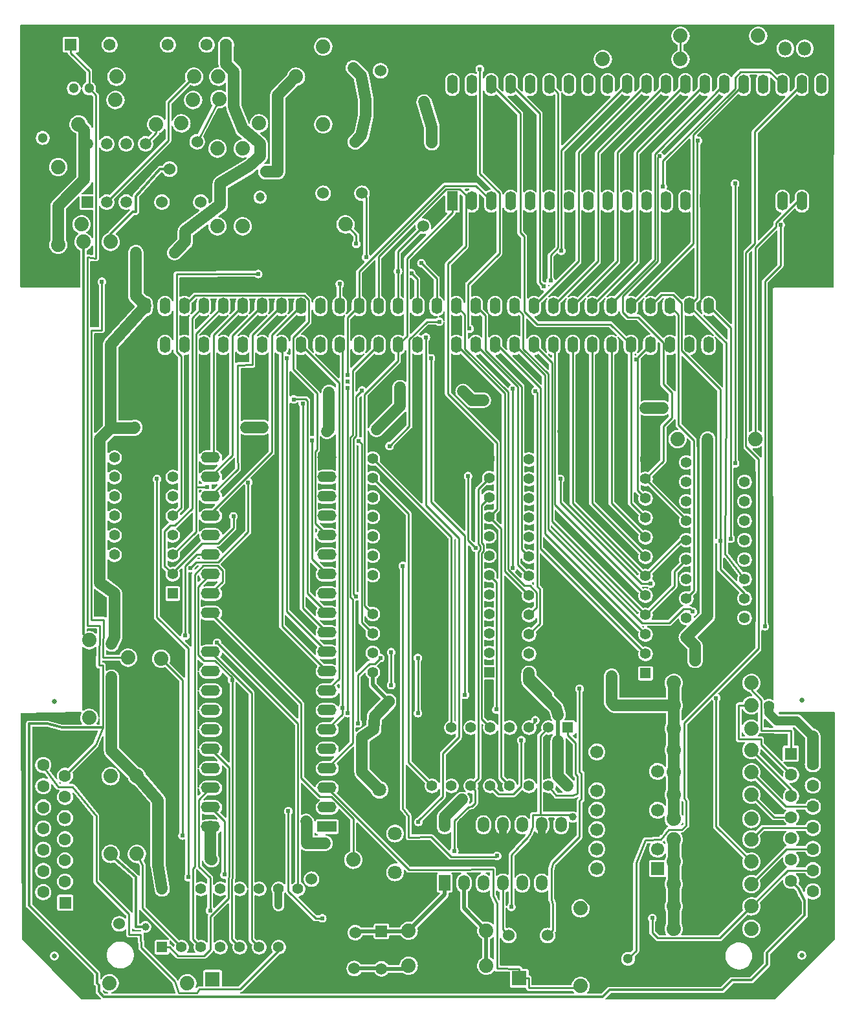
<source format=gtl>
G04 Layer: TopLayer*
G04 EasyEDA v6.5.42, 2024-04-13 21:29:15*
G04 c73c4833fc654ac79364f3211c6877f7,a2f4cb7aa3704937908c5b59a0d1150c,10*
G04 Gerber Generator version 0.2*
G04 Scale: 100 percent, Rotated: No, Reflected: No *
G04 Dimensions in millimeters *
G04 leading zeros omitted , absolute positions ,4 integer and 5 decimal *
%FSLAX45Y45*%
%MOMM*%

%ADD10C,1.0000*%
%ADD11C,0.2540*%
%ADD12C,0.5000*%
%ADD13C,1.5000*%
%ADD14C,1.2000*%
%ADD15C,0.3000*%
%ADD16C,0.3050*%
%ADD17C,1.5240*%
%ADD18C,1.8796*%
%ADD19R,1.7000X1.7000*%
%ADD20C,1.7000*%
%ADD21C,1.8000*%
%ADD22C,1.3000*%
%ADD23O,1.41986X2.159*%
%ADD24R,1.4199X2.0320*%
%ADD25R,1.5748X1.5748*%
%ADD26C,1.5748*%
%ADD27R,1.9304X1.9304*%
%ADD28C,1.6000*%
%ADD29R,1.6000X1.6000*%
%ADD30C,0.6500*%
%ADD31O,1.7999964X1.7999964*%
%ADD32R,1.8000X1.8000*%
%ADD33O,2.4999949999999997X1.3999972*%
%ADD34R,2.5000X1.4000*%
%ADD35O,1.3999972X2.4999949999999997*%
%ADD36R,1.4000X2.5000*%
%ADD37R,1.3970X1.3970*%
%ADD38C,1.3970*%
%ADD39O,1.499997X1.9999959999999999*%
%ADD40R,1.5000X2.0000*%
%ADD41R,1.5000X1.5000*%
%ADD42C,0.6100*%
%ADD43C,1.5000*%
%ADD44C,0.6200*%
%ADD45C,0.0138*%

%LPD*%
G36*
X10390733Y12069165D02*
G01*
X10386923Y12069876D01*
X10383621Y12071908D01*
X10381335Y12075058D01*
X10376966Y12084456D01*
X10371328Y12092533D01*
X10364368Y12099493D01*
X10358780Y12103404D01*
X10355783Y12106656D01*
X10354462Y12110821D01*
X10355072Y12115190D01*
X10357408Y12118898D01*
X11101324Y12862814D01*
X11104372Y12864896D01*
X11107978Y12865760D01*
X11111636Y12865252D01*
X11114887Y12863474D01*
X11120729Y12858750D01*
X11131905Y12851942D01*
X11143894Y12846761D01*
X11149380Y12845186D01*
X11153140Y12843256D01*
X11155730Y12839954D01*
X11156797Y12835890D01*
X11156137Y12831775D01*
X11153851Y12828219D01*
X10397744Y12072162D01*
X10394543Y12069978D01*
G37*

%LPD*%
G36*
X7805978Y11594439D02*
G01*
X7802372Y11595303D01*
X7799273Y11597386D01*
X7782915Y11613794D01*
X7780731Y11617045D01*
X7779969Y11620957D01*
X7780731Y11624818D01*
X7782915Y11628120D01*
X7786217Y11630355D01*
X7790129Y11631117D01*
X7833664Y11631117D01*
X7837525Y11630355D01*
X7840827Y11628170D01*
X7843012Y11624919D01*
X7843824Y11621058D01*
X7843113Y11617198D01*
X7840980Y11613896D01*
X7837728Y11611660D01*
X7829905Y11608257D01*
X7818729Y11601450D01*
X7812887Y11596725D01*
X7809636Y11594947D01*
G37*

%LPD*%
G36*
X10082022Y11584228D02*
G01*
X10078059Y11584940D01*
X10074656Y11587124D01*
X10072420Y11590426D01*
X10071608Y11594388D01*
X10071608Y12082881D01*
X10072370Y12086793D01*
X10074605Y12090095D01*
X10847324Y12862814D01*
X10850372Y12864896D01*
X10853978Y12865760D01*
X10857636Y12865252D01*
X10860887Y12863474D01*
X10866729Y12858750D01*
X10877905Y12851942D01*
X10889894Y12846761D01*
X10902492Y12843205D01*
X10915446Y12841427D01*
X10928553Y12841427D01*
X10941507Y12843205D01*
X10947247Y12844830D01*
X10951667Y12845084D01*
X10955731Y12843408D01*
X10958728Y12840157D01*
X10960100Y12835991D01*
X10959541Y12831572D01*
X10957153Y12827863D01*
X10239756Y12110415D01*
X10234625Y12104217D01*
X10231069Y12097512D01*
X10228884Y12090298D01*
X10228072Y12082272D01*
X10228072Y11611711D01*
X10227157Y11607546D01*
X10224617Y11604142D01*
X10220909Y11602008D01*
X10216642Y11601653D01*
X10212628Y11603075D01*
X10204094Y11608257D01*
X10192105Y11613438D01*
X10179507Y11616994D01*
X10166553Y11618772D01*
X10153446Y11618772D01*
X10140492Y11616994D01*
X10127894Y11613438D01*
X10115905Y11608257D01*
X10104729Y11601450D01*
X10094569Y11593169D01*
X10089184Y11587429D01*
X10085933Y11585092D01*
G37*

%LPD*%
G36*
X9574022Y11584228D02*
G01*
X9570059Y11584940D01*
X9566656Y11587124D01*
X9564420Y11590426D01*
X9563608Y11594388D01*
X9563608Y12082881D01*
X9564370Y12086793D01*
X9566605Y12090095D01*
X10339324Y12862814D01*
X10342372Y12864896D01*
X10345978Y12865760D01*
X10349636Y12865252D01*
X10352887Y12863474D01*
X10358729Y12858750D01*
X10369905Y12851942D01*
X10381894Y12846761D01*
X10394492Y12843205D01*
X10407446Y12841427D01*
X10420553Y12841427D01*
X10433507Y12843205D01*
X10439247Y12844830D01*
X10443667Y12845084D01*
X10447731Y12843408D01*
X10450728Y12840157D01*
X10452100Y12835991D01*
X10451541Y12831572D01*
X10449153Y12827863D01*
X9752076Y12130735D01*
X9746945Y12124537D01*
X9743389Y12117832D01*
X9741204Y12110618D01*
X9740392Y12102592D01*
X9740392Y11594388D01*
X9739579Y11590426D01*
X9737344Y11587124D01*
X9733940Y11584940D01*
X9729978Y11584228D01*
X9726066Y11585092D01*
X9722815Y11587429D01*
X9717430Y11593169D01*
X9707270Y11601450D01*
X9696094Y11608257D01*
X9684105Y11613438D01*
X9671507Y11616994D01*
X9658553Y11618772D01*
X9645446Y11618772D01*
X9632492Y11616994D01*
X9619894Y11613438D01*
X9607905Y11608257D01*
X9596729Y11601450D01*
X9586569Y11593169D01*
X9581184Y11587429D01*
X9577933Y11585092D01*
G37*

%LPD*%
G36*
X9221978Y11584228D02*
G01*
X9218066Y11585092D01*
X9214815Y11587429D01*
X9209430Y11593169D01*
X9199270Y11601450D01*
X9188094Y11608257D01*
X9176105Y11613438D01*
X9163507Y11616994D01*
X9150553Y11618772D01*
X9137446Y11618772D01*
X9124492Y11616994D01*
X9111894Y11613438D01*
X9099905Y11608257D01*
X9095841Y11606834D01*
X9091625Y11607241D01*
X9087866Y11609324D01*
X9085376Y11612727D01*
X9084462Y11616944D01*
X9084462Y12111736D01*
X9085224Y12115647D01*
X9087459Y12118949D01*
X9831324Y12862814D01*
X9834372Y12864896D01*
X9837978Y12865760D01*
X9841636Y12865252D01*
X9844887Y12863474D01*
X9850729Y12858750D01*
X9861905Y12851942D01*
X9873894Y12846761D01*
X9886492Y12843205D01*
X9899446Y12841427D01*
X9912553Y12841427D01*
X9925507Y12843205D01*
X9931247Y12844830D01*
X9935667Y12845084D01*
X9939731Y12843408D01*
X9942728Y12840157D01*
X9944100Y12835991D01*
X9943541Y12831572D01*
X9941153Y12827863D01*
X9244076Y12130735D01*
X9238945Y12124537D01*
X9235389Y12117832D01*
X9233204Y12110618D01*
X9232392Y12102592D01*
X9232392Y11594388D01*
X9231579Y11590426D01*
X9229344Y11587124D01*
X9225940Y11584940D01*
G37*

%LPD*%
G36*
X9828022Y11584228D02*
G01*
X9824059Y11584940D01*
X9820656Y11587124D01*
X9818420Y11590426D01*
X9817608Y11594388D01*
X9817608Y12082881D01*
X9818370Y12086793D01*
X9820605Y12090095D01*
X10593324Y12862814D01*
X10596372Y12864896D01*
X10599978Y12865760D01*
X10603636Y12865252D01*
X10606887Y12863474D01*
X10612729Y12858750D01*
X10623905Y12851942D01*
X10635894Y12846761D01*
X10648492Y12843205D01*
X10661446Y12841427D01*
X10674553Y12841427D01*
X10687507Y12843205D01*
X10693247Y12844830D01*
X10697667Y12845084D01*
X10701731Y12843408D01*
X10704728Y12840157D01*
X10706100Y12835991D01*
X10705541Y12831572D01*
X10703153Y12827863D01*
X10006076Y12130735D01*
X10000945Y12124537D01*
X9997389Y12117832D01*
X9995204Y12110618D01*
X9994392Y12102592D01*
X9994392Y11594388D01*
X9993579Y11590426D01*
X9991344Y11587124D01*
X9987940Y11584940D01*
X9983978Y11584228D01*
X9980066Y11585092D01*
X9976815Y11587429D01*
X9971430Y11593169D01*
X9961270Y11601450D01*
X9950094Y11608257D01*
X9938105Y11613438D01*
X9925507Y11616994D01*
X9912553Y11618772D01*
X9899446Y11618772D01*
X9886492Y11616994D01*
X9873894Y11613438D01*
X9861905Y11608257D01*
X9850729Y11601450D01*
X9840569Y11593169D01*
X9835184Y11587429D01*
X9831933Y11585092D01*
G37*

%LPD*%
G36*
X8558022Y11584228D02*
G01*
X8554059Y11584940D01*
X8550656Y11587124D01*
X8548420Y11590426D01*
X8547608Y11594388D01*
X8547608Y12610592D01*
X8546795Y12618618D01*
X8544610Y12625832D01*
X8541054Y12632537D01*
X8535924Y12638735D01*
X8346846Y12827863D01*
X8344458Y12831572D01*
X8343900Y12835991D01*
X8345271Y12840157D01*
X8348268Y12843408D01*
X8352332Y12845084D01*
X8356752Y12844830D01*
X8362492Y12843205D01*
X8375446Y12841427D01*
X8388553Y12841427D01*
X8401507Y12843205D01*
X8414105Y12846761D01*
X8426094Y12851942D01*
X8437270Y12858750D01*
X8443112Y12863474D01*
X8446363Y12865252D01*
X8450021Y12865760D01*
X8453628Y12864896D01*
X8456726Y12862814D01*
X8721394Y12598095D01*
X8723630Y12594793D01*
X8724392Y12590881D01*
X8724392Y11594388D01*
X8723579Y11590426D01*
X8721344Y11587124D01*
X8717940Y11584940D01*
X8713978Y11584228D01*
X8710066Y11585092D01*
X8706815Y11587429D01*
X8701430Y11593169D01*
X8691270Y11601450D01*
X8680094Y11608257D01*
X8668105Y11613438D01*
X8655507Y11616994D01*
X8642553Y11618772D01*
X8629446Y11618772D01*
X8616492Y11616994D01*
X8603894Y11613438D01*
X8591905Y11608257D01*
X8580729Y11601450D01*
X8570569Y11593169D01*
X8565184Y11587429D01*
X8561933Y11585092D01*
G37*

%LPD*%
G36*
X9320022Y11584228D02*
G01*
X9316059Y11584940D01*
X9312656Y11587124D01*
X9310420Y11590426D01*
X9309608Y11594388D01*
X9309608Y12082881D01*
X9310370Y12086793D01*
X9312605Y12090095D01*
X10085324Y12862814D01*
X10088372Y12864896D01*
X10091978Y12865760D01*
X10095636Y12865252D01*
X10098887Y12863474D01*
X10104729Y12858750D01*
X10115905Y12851942D01*
X10127894Y12846761D01*
X10140492Y12843205D01*
X10153446Y12841427D01*
X10166553Y12841427D01*
X10179507Y12843205D01*
X10185247Y12844830D01*
X10189667Y12845084D01*
X10193731Y12843408D01*
X10196728Y12840157D01*
X10198100Y12835991D01*
X10197541Y12831572D01*
X10195153Y12827863D01*
X9498076Y12130735D01*
X9492945Y12124537D01*
X9489389Y12117832D01*
X9487204Y12110618D01*
X9486392Y12102592D01*
X9486392Y11594388D01*
X9485579Y11590426D01*
X9483344Y11587124D01*
X9479940Y11584940D01*
X9475978Y11584228D01*
X9472066Y11585092D01*
X9468815Y11587429D01*
X9463430Y11593169D01*
X9453270Y11601450D01*
X9442094Y11608257D01*
X9430105Y11613438D01*
X9417507Y11616994D01*
X9404553Y11618772D01*
X9391446Y11618772D01*
X9378492Y11616994D01*
X9365894Y11613438D01*
X9353905Y11608257D01*
X9342729Y11601450D01*
X9332569Y11593169D01*
X9327184Y11587429D01*
X9323933Y11585092D01*
G37*

%LPD*%
G36*
X2782722Y11556288D02*
G01*
X2778861Y11557101D01*
X2775559Y11559286D01*
X2773375Y11562588D01*
X2772562Y11566448D01*
X2773375Y11570360D01*
X2775559Y11573662D01*
X2877820Y11675922D01*
X2886760Y11686082D01*
X2894076Y11697055D01*
X2900375Y11710009D01*
X2903220Y11713514D01*
X2907284Y11715496D01*
X2911805Y11715496D01*
X2915869Y11713514D01*
X2918663Y11709958D01*
X2919679Y11705590D01*
X2919780Y11566499D01*
X2919018Y11562588D01*
X2916834Y11559286D01*
X2913532Y11557101D01*
X2909620Y11556288D01*
G37*

%LPD*%
G36*
X8284667Y11554307D02*
G01*
X8280704Y11554968D01*
X8277301Y11557152D01*
X8275015Y11560505D01*
X8274253Y11564416D01*
X8274253Y11570462D01*
X8273440Y11578488D01*
X8271256Y11585702D01*
X8267700Y11592356D01*
X8262569Y11598605D01*
X8020050Y11841124D01*
X8017814Y11844426D01*
X8017052Y11848338D01*
X8017052Y12904673D01*
X8017865Y12908635D01*
X8020151Y12911988D01*
X8023555Y12914172D01*
X8027517Y12914833D01*
X8031429Y12913918D01*
X8034680Y12911531D01*
X8036763Y12908076D01*
X8040065Y12898882D01*
X8046059Y12887299D01*
X8053628Y12876580D01*
X8062569Y12867030D01*
X8072729Y12858750D01*
X8083905Y12851942D01*
X8095894Y12846761D01*
X8108492Y12843205D01*
X8121446Y12841427D01*
X8134553Y12841427D01*
X8147507Y12843205D01*
X8160105Y12846761D01*
X8172094Y12851942D01*
X8183270Y12858750D01*
X8189112Y12863474D01*
X8192363Y12865252D01*
X8196021Y12865760D01*
X8199628Y12864896D01*
X8202726Y12862814D01*
X8467394Y12598095D01*
X8469630Y12594793D01*
X8470392Y12590881D01*
X8470392Y11594388D01*
X8469579Y11590426D01*
X8467344Y11587124D01*
X8463940Y11584940D01*
X8459978Y11584228D01*
X8456066Y11585092D01*
X8452815Y11587429D01*
X8447430Y11593169D01*
X8437270Y11601450D01*
X8426094Y11608257D01*
X8414105Y11613438D01*
X8401507Y11616994D01*
X8388553Y11618772D01*
X8375446Y11618772D01*
X8362492Y11616994D01*
X8349894Y11613438D01*
X8337905Y11608257D01*
X8326729Y11601450D01*
X8316569Y11593169D01*
X8307628Y11583619D01*
X8300059Y11572900D01*
X8293963Y11561064D01*
X8291880Y11557558D01*
X8288629Y11555222D01*
G37*

%LPD*%
G36*
X7347762Y11102340D02*
G01*
X7343648Y11103457D01*
X7340396Y11106150D01*
X7338466Y11109909D01*
X7338314Y11114176D01*
X7340549Y11127689D01*
X7341006Y11141303D01*
X7339685Y11154867D01*
X7336485Y11168126D01*
X7331608Y11180876D01*
X7325055Y11192814D01*
X7316978Y11203787D01*
X7307478Y11213592D01*
X7296759Y11222075D01*
X7285024Y11229035D01*
X7272477Y11234318D01*
X7259320Y11237925D01*
X7245807Y11239754D01*
X7231938Y11239754D01*
X7228027Y11240516D01*
X7224725Y11242751D01*
X7222540Y11246053D01*
X7221778Y11249914D01*
X7222540Y11253825D01*
X7224725Y11257076D01*
X7506766Y11539118D01*
X7510068Y11541302D01*
X7513929Y11542064D01*
X7517841Y11541302D01*
X7521092Y11539118D01*
X7523327Y11535816D01*
X7524089Y11531904D01*
X7524089Y11343690D01*
X7524800Y11337340D01*
X7526731Y11331905D01*
X7529779Y11326977D01*
X7533894Y11322913D01*
X7538770Y11319814D01*
X7548321Y11316716D01*
X7551318Y11314379D01*
X7553198Y11311128D01*
X7553756Y11307368D01*
X7552893Y11303711D01*
X7550759Y11300561D01*
X7355484Y11105286D01*
X7351928Y11103000D01*
G37*

%LPD*%
G36*
X2909163Y10763199D02*
G01*
X2849321Y10769854D01*
X2844749Y10770108D01*
X2841040Y10771022D01*
X2837942Y10773257D01*
X2835859Y10776458D01*
X2835148Y10780217D01*
X2835148Y10815370D01*
X2835960Y10819333D01*
X2838246Y10822686D01*
X2841650Y10824870D01*
X2844088Y10825784D01*
X2857093Y10832795D01*
X2869133Y10841329D01*
X2880055Y10851235D01*
X2889656Y10862462D01*
X2897784Y10874756D01*
X2901086Y10881360D01*
X2903931Y10884865D01*
X2908046Y10886795D01*
X2912516Y10886744D01*
X2916580Y10884763D01*
X2919374Y10881258D01*
X2920339Y10876889D01*
X2920441Y10773308D01*
X2919577Y10769142D01*
X2917088Y10765739D01*
X2913380Y10763605D01*
G37*

%LPD*%
G36*
X8968079Y10437164D02*
G01*
X8964015Y10438231D01*
X8960713Y10440873D01*
X8958783Y10444683D01*
X8958427Y10446156D01*
X8954262Y10455046D01*
X8948623Y10463072D01*
X8947048Y10464698D01*
X8944813Y10468000D01*
X8944051Y10471861D01*
X8944051Y10741609D01*
X8944813Y10745470D01*
X8947048Y10748772D01*
X8985351Y10787075D01*
X8989060Y10789462D01*
X8993428Y10790021D01*
X8997594Y10788700D01*
X9000845Y10785754D01*
X9002674Y10783112D01*
X9009634Y10776153D01*
X9017660Y10770565D01*
X9026550Y10766399D01*
X9036050Y10763859D01*
X9045854Y10762996D01*
X9055658Y10763859D01*
X9065158Y10766399D01*
X9074048Y10770565D01*
X9082074Y10776153D01*
X9089034Y10783112D01*
X9094673Y10791190D01*
X9098838Y10800080D01*
X9101378Y10809579D01*
X9102242Y10819333D01*
X9101378Y10829137D01*
X9098838Y10838637D01*
X9094673Y10847527D01*
X9089034Y10855604D01*
X9087459Y10857179D01*
X9085224Y10860481D01*
X9084462Y10864392D01*
X9084462Y11319256D01*
X9085376Y11323472D01*
X9087866Y11326876D01*
X9091625Y11328958D01*
X9095841Y11329365D01*
X9099905Y11327942D01*
X9111894Y11322761D01*
X9124492Y11319205D01*
X9137446Y11317427D01*
X9150553Y11317427D01*
X9163507Y11319205D01*
X9176105Y11322761D01*
X9188094Y11327942D01*
X9199270Y11334750D01*
X9209430Y11343030D01*
X9214815Y11348770D01*
X9218066Y11351107D01*
X9221978Y11351971D01*
X9225940Y11351260D01*
X9229344Y11349075D01*
X9231579Y11345773D01*
X9232392Y11341811D01*
X9232392Y10700918D01*
X9231630Y10697006D01*
X9229394Y10693704D01*
X8975801Y10440111D01*
X8972245Y10437825D01*
G37*

%LPD*%
G36*
X8841536Y10405008D02*
G01*
X8837320Y10405262D01*
X8827770Y10407802D01*
X8819692Y10408513D01*
X8816289Y10409428D01*
X8813393Y10411460D01*
X8804605Y10420299D01*
X8802370Y10423601D01*
X8801608Y10427462D01*
X8801608Y11341811D01*
X8802420Y11345773D01*
X8804656Y11349075D01*
X8808059Y11351260D01*
X8812022Y11351971D01*
X8815933Y11351107D01*
X8819184Y11348770D01*
X8824569Y11343030D01*
X8834729Y11334750D01*
X8845905Y11327942D01*
X8857894Y11322761D01*
X8870492Y11319205D01*
X8883446Y11317427D01*
X8896553Y11317427D01*
X8909507Y11319205D01*
X8922105Y11322761D01*
X8934094Y11327942D01*
X8945270Y11334750D01*
X8949893Y11338509D01*
X8953195Y11340287D01*
X8957005Y11340744D01*
X8960662Y11339779D01*
X8963710Y11337544D01*
X8965742Y11334343D01*
X8966454Y11330635D01*
X8966454Y10881614D01*
X8965692Y10877753D01*
X8963456Y10874451D01*
X8878519Y10789462D01*
X8873388Y10783214D01*
X8869832Y10776559D01*
X8867648Y10769346D01*
X8866835Y10761319D01*
X8866835Y10471861D01*
X8866073Y10468000D01*
X8863838Y10464698D01*
X8862263Y10463072D01*
X8856624Y10455046D01*
X8852458Y10446156D01*
X8849918Y10436656D01*
X8849055Y10426852D01*
X8849969Y10413492D01*
X8848445Y10409529D01*
X8845499Y10406532D01*
G37*

%LPD*%
G36*
X8884005Y10352176D02*
G01*
X8880297Y10352735D01*
X8876995Y10354614D01*
X8874658Y10357612D01*
X8873388Y10362996D01*
X8873693Y10366857D01*
X8875471Y10370362D01*
X8878468Y10372953D01*
X8882176Y10374172D01*
X8887612Y10373512D01*
X8891422Y10371582D01*
X8894064Y10368280D01*
X8895130Y10364216D01*
X8894470Y10360050D01*
X8892184Y10356494D01*
X8890863Y10355122D01*
X8887714Y10352989D01*
G37*

%LPD*%
G36*
X10013594Y10213187D02*
G01*
X10009378Y10214610D01*
X10001351Y10219486D01*
X9989261Y10224719D01*
X9976510Y10228326D01*
X9963404Y10230104D01*
X9950196Y10230104D01*
X9937089Y10228326D01*
X9932822Y10227106D01*
X9928402Y10226852D01*
X9924288Y10228529D01*
X9921290Y10231780D01*
X9919970Y10235996D01*
X9920528Y10240365D01*
X9922865Y10244074D01*
X10334396Y10655604D01*
X10339527Y10661853D01*
X10343083Y10668508D01*
X10345267Y10675721D01*
X10346080Y10683748D01*
X10346080Y11324386D01*
X10346994Y11328552D01*
X10349534Y11332006D01*
X10353243Y11334089D01*
X10357510Y11334445D01*
X10361523Y11333073D01*
X10369905Y11327942D01*
X10381894Y11322761D01*
X10394492Y11319205D01*
X10407446Y11317427D01*
X10420553Y11317427D01*
X10433507Y11319205D01*
X10446105Y11322761D01*
X10458094Y11327942D01*
X10469270Y11334750D01*
X10479430Y11343030D01*
X10488371Y11352580D01*
X10495940Y11363299D01*
X10501934Y11374882D01*
X10506303Y11387226D01*
X10508996Y11400028D01*
X10509910Y11413439D01*
X10509910Y11522760D01*
X10508996Y11536172D01*
X10506303Y11548973D01*
X10501934Y11561318D01*
X10495940Y11572900D01*
X10488371Y11583619D01*
X10479430Y11593169D01*
X10469270Y11601450D01*
X10458094Y11608257D01*
X10446105Y11613438D01*
X10433507Y11616994D01*
X10431475Y11617248D01*
X10427868Y11618468D01*
X10424972Y11620906D01*
X10423194Y11624208D01*
X10422686Y11627967D01*
X10423652Y11631625D01*
X10426750Y11638229D01*
X10429290Y11647728D01*
X10430154Y11657533D01*
X10429290Y11667337D01*
X10426750Y11676837D01*
X10422585Y11685727D01*
X10416946Y11693753D01*
X10415371Y11695379D01*
X10413136Y11698681D01*
X10412374Y11702542D01*
X10412374Y11973356D01*
X10413136Y11977268D01*
X10415371Y11980570D01*
X10715142Y12280341D01*
X10718393Y12282525D01*
X10722305Y12283287D01*
X10726216Y12282525D01*
X10729468Y12280341D01*
X10731703Y12277039D01*
X10732465Y12273127D01*
X10732465Y11613946D01*
X10731550Y11609730D01*
X10729010Y11606326D01*
X10725302Y11604244D01*
X10721035Y11603837D01*
X10717022Y11605260D01*
X10712094Y11608257D01*
X10700105Y11613438D01*
X10687507Y11616994D01*
X10674553Y11618772D01*
X10661446Y11618772D01*
X10648492Y11616994D01*
X10635894Y11613438D01*
X10623905Y11608257D01*
X10612729Y11601450D01*
X10602569Y11593169D01*
X10593628Y11583619D01*
X10586059Y11572900D01*
X10580065Y11561318D01*
X10575696Y11548973D01*
X10573004Y11536172D01*
X10572089Y11522760D01*
X10572089Y11413439D01*
X10573004Y11400028D01*
X10575696Y11387226D01*
X10580065Y11374882D01*
X10586059Y11363299D01*
X10593628Y11352580D01*
X10602569Y11343030D01*
X10612729Y11334750D01*
X10623905Y11327942D01*
X10635894Y11322761D01*
X10648492Y11319205D01*
X10661446Y11317427D01*
X10674553Y11317427D01*
X10687507Y11319205D01*
X10700105Y11322761D01*
X10712094Y11327942D01*
X10717022Y11330940D01*
X10721035Y11332362D01*
X10725302Y11331956D01*
X10729010Y11329873D01*
X10731550Y11326469D01*
X10732465Y11322253D01*
X10732465Y10930991D01*
X10731703Y10927080D01*
X10729468Y10923778D01*
X10021824Y10216134D01*
X10018014Y10213746D01*
G37*

%LPD*%
G36*
X9645294Y10212628D02*
G01*
X9641128Y10212933D01*
X9637420Y10214914D01*
X9634829Y10218166D01*
X9633813Y10222230D01*
X9634474Y10226344D01*
X9636760Y10229850D01*
X10059924Y10653064D01*
X10065054Y10659262D01*
X10068610Y10665917D01*
X10070795Y10673181D01*
X10071608Y10681208D01*
X10071608Y11341811D01*
X10072420Y11345773D01*
X10074656Y11349075D01*
X10078059Y11351260D01*
X10082022Y11351971D01*
X10085933Y11351107D01*
X10089184Y11348770D01*
X10094569Y11343030D01*
X10104729Y11334750D01*
X10115905Y11327942D01*
X10127894Y11322761D01*
X10140492Y11319205D01*
X10153446Y11317427D01*
X10166553Y11317427D01*
X10179507Y11319205D01*
X10192105Y11322761D01*
X10204094Y11327942D01*
X10212628Y11333124D01*
X10216642Y11334546D01*
X10220909Y11334191D01*
X10224617Y11332057D01*
X10227157Y11328654D01*
X10228072Y11324488D01*
X10228072Y10720324D01*
X10227310Y10716463D01*
X10225074Y10713161D01*
X9740595Y10228630D01*
X9737648Y10226598D01*
X9734194Y10225684D01*
X9730638Y10226040D01*
X9722510Y10228326D01*
X9709404Y10230104D01*
X9696196Y10230104D01*
X9683089Y10228326D01*
X9670338Y10224719D01*
X9658248Y10219486D01*
X9649256Y10214000D01*
G37*

%LPD*%
G36*
X9391294Y10212628D02*
G01*
X9387128Y10212933D01*
X9383420Y10214914D01*
X9380829Y10218166D01*
X9379813Y10222230D01*
X9380474Y10226344D01*
X9382760Y10229850D01*
X9805924Y10653064D01*
X9811054Y10659262D01*
X9814610Y10665917D01*
X9816795Y10673181D01*
X9817608Y10681208D01*
X9817608Y11341811D01*
X9818420Y11345773D01*
X9820656Y11349075D01*
X9824059Y11351260D01*
X9828022Y11351971D01*
X9831933Y11351107D01*
X9835184Y11348770D01*
X9840569Y11343030D01*
X9850729Y11334750D01*
X9861905Y11327942D01*
X9873894Y11322761D01*
X9886492Y11319205D01*
X9899446Y11317427D01*
X9912553Y11317427D01*
X9925507Y11319205D01*
X9938105Y11322761D01*
X9950094Y11327942D01*
X9961270Y11334750D01*
X9971430Y11343030D01*
X9976815Y11348770D01*
X9980066Y11351107D01*
X9983978Y11351971D01*
X9987940Y11351260D01*
X9991344Y11349075D01*
X9993579Y11345773D01*
X9994392Y11341811D01*
X9994392Y10700918D01*
X9993630Y10697006D01*
X9991394Y10693704D01*
X9513824Y10216134D01*
X9510014Y10213746D01*
X9505594Y10213187D01*
X9501378Y10214610D01*
X9493351Y10219486D01*
X9481261Y10224719D01*
X9468510Y10228326D01*
X9455404Y10230104D01*
X9442196Y10230104D01*
X9429089Y10228326D01*
X9416338Y10224719D01*
X9404248Y10219486D01*
X9395256Y10214000D01*
G37*

%LPD*%
G36*
X9137294Y10212628D02*
G01*
X9133128Y10212933D01*
X9129420Y10214914D01*
X9126829Y10218166D01*
X9125813Y10222230D01*
X9126474Y10226344D01*
X9128760Y10229850D01*
X9551924Y10653064D01*
X9557054Y10659262D01*
X9560610Y10665917D01*
X9562795Y10673181D01*
X9563608Y10681208D01*
X9563608Y11341811D01*
X9564420Y11345773D01*
X9566656Y11349075D01*
X9570059Y11351260D01*
X9574022Y11351971D01*
X9577933Y11351107D01*
X9581184Y11348770D01*
X9586569Y11343030D01*
X9596729Y11334750D01*
X9607905Y11327942D01*
X9619894Y11322761D01*
X9632492Y11319205D01*
X9645446Y11317427D01*
X9658553Y11317427D01*
X9671507Y11319205D01*
X9684105Y11322761D01*
X9696094Y11327942D01*
X9707270Y11334750D01*
X9717430Y11343030D01*
X9722815Y11348770D01*
X9726066Y11351107D01*
X9729978Y11351971D01*
X9733940Y11351260D01*
X9737344Y11349075D01*
X9739579Y11345773D01*
X9740392Y11341811D01*
X9740392Y10700918D01*
X9739630Y10697006D01*
X9737394Y10693704D01*
X9259824Y10216134D01*
X9256014Y10213746D01*
X9251594Y10213187D01*
X9247378Y10214610D01*
X9239351Y10219486D01*
X9227261Y10224719D01*
X9214510Y10228326D01*
X9201404Y10230104D01*
X9188196Y10230104D01*
X9175089Y10228326D01*
X9162338Y10224719D01*
X9150248Y10219486D01*
X9141256Y10214000D01*
G37*

%LPD*%
G36*
X8883294Y10212628D02*
G01*
X8879128Y10212933D01*
X8875420Y10214914D01*
X8872829Y10218166D01*
X8871813Y10222230D01*
X8872474Y10226344D01*
X8874760Y10229850D01*
X9297924Y10653064D01*
X9303054Y10659262D01*
X9306610Y10665917D01*
X9308795Y10673181D01*
X9309608Y10681208D01*
X9309608Y11341811D01*
X9310420Y11345773D01*
X9312656Y11349075D01*
X9316059Y11351260D01*
X9320022Y11351971D01*
X9323933Y11351107D01*
X9327184Y11348770D01*
X9332569Y11343030D01*
X9342729Y11334750D01*
X9353905Y11327942D01*
X9365894Y11322761D01*
X9378492Y11319205D01*
X9391446Y11317427D01*
X9404553Y11317427D01*
X9417507Y11319205D01*
X9430105Y11322761D01*
X9442094Y11327942D01*
X9453270Y11334750D01*
X9463430Y11343030D01*
X9468815Y11348770D01*
X9472066Y11351107D01*
X9475978Y11351971D01*
X9479940Y11351260D01*
X9483344Y11349075D01*
X9485579Y11345773D01*
X9486392Y11341811D01*
X9486392Y10700918D01*
X9485630Y10697006D01*
X9483394Y10693704D01*
X9005824Y10216134D01*
X9002014Y10213746D01*
X8997594Y10213187D01*
X8993378Y10214610D01*
X8985351Y10219486D01*
X8973261Y10224719D01*
X8960510Y10228326D01*
X8947404Y10230104D01*
X8934196Y10230104D01*
X8921089Y10228326D01*
X8908338Y10224719D01*
X8896248Y10219486D01*
X8887256Y10214000D01*
G37*

%LPD*%
G36*
X6978142Y10205161D02*
G01*
X6974331Y10205618D01*
X6971030Y10207447D01*
X6964680Y10212578D01*
X6952335Y10220045D01*
X6949694Y10222280D01*
X6948017Y10225328D01*
X6947408Y10228732D01*
X6947408Y10507726D01*
X6948170Y10511637D01*
X6950405Y10514939D01*
X6951980Y10516514D01*
X6957618Y10524591D01*
X6961784Y10533481D01*
X6964324Y10542981D01*
X6965188Y10552734D01*
X6964324Y10562539D01*
X6961784Y10572038D01*
X6957618Y10580928D01*
X6951980Y10589006D01*
X6950405Y10590580D01*
X6948170Y10593882D01*
X6947408Y10597794D01*
X6947408Y10787481D01*
X6948170Y10791393D01*
X6950405Y10794695D01*
X7195007Y11039297D01*
X7198106Y11041430D01*
X7201763Y11042243D01*
X7205522Y11041684D01*
X7212025Y11039449D01*
X7225385Y11036706D01*
X7239000Y11035792D01*
X7252614Y11036706D01*
X7262622Y11038738D01*
X7266940Y11038687D01*
X7270800Y11036858D01*
X7273594Y11033607D01*
X7274763Y11029492D01*
X7274153Y11025225D01*
X7271816Y11021618D01*
X6999274Y10749026D01*
X6994144Y10742828D01*
X6990588Y10736122D01*
X6988403Y10728909D01*
X6987590Y10720882D01*
X6987590Y10215321D01*
X6986879Y10211612D01*
X6984847Y10208361D01*
X6981799Y10206126D01*
G37*

%LPD*%
G36*
X8608872Y10196068D02*
G01*
X8604910Y10196779D01*
X8601506Y10198963D01*
X8599271Y10202316D01*
X8598458Y10206228D01*
X8598458Y11002365D01*
X8597646Y11010392D01*
X8595461Y11017605D01*
X8591905Y11024311D01*
X8586774Y11030508D01*
X8550605Y11066729D01*
X8548370Y11070031D01*
X8547608Y11073942D01*
X8547608Y11341811D01*
X8548420Y11345773D01*
X8550656Y11349075D01*
X8554059Y11351260D01*
X8558022Y11351971D01*
X8561933Y11351107D01*
X8565184Y11348770D01*
X8570569Y11343030D01*
X8580729Y11334750D01*
X8591905Y11327942D01*
X8603894Y11322761D01*
X8616492Y11319205D01*
X8629446Y11317427D01*
X8642553Y11317427D01*
X8655507Y11319205D01*
X8668105Y11322761D01*
X8680094Y11327942D01*
X8691270Y11334750D01*
X8701430Y11343030D01*
X8706815Y11348770D01*
X8710066Y11351107D01*
X8713978Y11351971D01*
X8717940Y11351260D01*
X8721344Y11349075D01*
X8723579Y11345773D01*
X8724392Y11341811D01*
X8724392Y10407751D01*
X8725204Y10399725D01*
X8727389Y10392511D01*
X8730945Y10385856D01*
X8736076Y10379608D01*
X8758834Y10356850D01*
X8760815Y10353954D01*
X8761730Y10350550D01*
X8762441Y10342524D01*
X8764981Y10333024D01*
X8769146Y10324134D01*
X8774785Y10316057D01*
X8781745Y10309098D01*
X8789771Y10303510D01*
X8798661Y10299344D01*
X8812530Y10295686D01*
X8815527Y10293350D01*
X8817508Y10290098D01*
X8818118Y10286339D01*
X8817254Y10282580D01*
X8815120Y10279430D01*
X8751824Y10216134D01*
X8748014Y10213746D01*
X8743594Y10213187D01*
X8739378Y10214610D01*
X8731351Y10219486D01*
X8719261Y10224719D01*
X8706510Y10228326D01*
X8693404Y10230104D01*
X8680196Y10230104D01*
X8667089Y10228326D01*
X8654338Y10224719D01*
X8642248Y10219486D01*
X8630920Y10212628D01*
X8620658Y10204246D01*
X8616035Y10199319D01*
X8612784Y10196982D01*
G37*

%LPD*%
G36*
X7076135Y10184130D02*
G01*
X7071868Y10184587D01*
X7068210Y10186670D01*
X7065670Y10190073D01*
X7064806Y10194239D01*
X7064806Y10457688D01*
X7065670Y10461802D01*
X7068108Y10465155D01*
X7071715Y10467289D01*
X7075830Y10467797D01*
X7083044Y10467187D01*
X7086447Y10466273D01*
X7089343Y10464241D01*
X7121194Y10432338D01*
X7123430Y10429036D01*
X7124192Y10425176D01*
X7124192Y10228732D01*
X7123582Y10225328D01*
X7121906Y10222280D01*
X7119264Y10220045D01*
X7106920Y10212578D01*
X7096658Y10204246D01*
X7087666Y10194594D01*
X7083247Y10188397D01*
X7080148Y10185501D01*
G37*

%LPD*%
G36*
X10629239Y10180421D02*
G01*
X10624870Y10181031D01*
X10621162Y10183368D01*
X10534497Y10270032D01*
X10528300Y10275163D01*
X10521594Y10278719D01*
X10514380Y10280904D01*
X10506354Y10281716D01*
X10357916Y10281716D01*
X10349890Y10280904D01*
X10342676Y10278719D01*
X10335971Y10275163D01*
X10329773Y10270032D01*
X10275824Y10216134D01*
X10272014Y10213746D01*
X10267594Y10213187D01*
X10263378Y10214610D01*
X10255351Y10219486D01*
X10243261Y10224719D01*
X10230510Y10228326D01*
X10217404Y10230104D01*
X10204196Y10230104D01*
X10191089Y10228326D01*
X10178338Y10224719D01*
X10166248Y10219486D01*
X10157256Y10214000D01*
X10153294Y10212628D01*
X10149128Y10212933D01*
X10145420Y10214914D01*
X10142829Y10218166D01*
X10141813Y10222230D01*
X10142474Y10226344D01*
X10144760Y10229850D01*
X10767974Y10853064D01*
X10771276Y10855299D01*
X10775188Y10856061D01*
X10779048Y10855299D01*
X10782350Y10853064D01*
X10784535Y10849762D01*
X10785348Y10845901D01*
X10785348Y10224211D01*
X10784433Y10220045D01*
X10781893Y10216591D01*
X10778185Y10214508D01*
X10773918Y10214102D01*
X10769904Y10215524D01*
X10763351Y10219486D01*
X10751261Y10224719D01*
X10738510Y10228326D01*
X10725404Y10230104D01*
X10712196Y10230104D01*
X10699089Y10228326D01*
X10686338Y10224719D01*
X10674248Y10219486D01*
X10662920Y10212628D01*
X10652658Y10204246D01*
X10643666Y10194594D01*
X10636656Y10184688D01*
X10633405Y10181742D01*
G37*

%LPD*%
G36*
X7775092Y10136835D02*
G01*
X7771028Y10138562D01*
X7768081Y10141915D01*
X7766761Y10146639D01*
X7764068Y10159593D01*
X7759649Y10172039D01*
X7753553Y10183774D01*
X7745933Y10194594D01*
X7736941Y10204246D01*
X7726680Y10212628D01*
X7715351Y10219486D01*
X7703261Y10224719D01*
X7690510Y10228326D01*
X7677403Y10230104D01*
X7664196Y10230104D01*
X7651089Y10228326D01*
X7638338Y10224719D01*
X7626248Y10219486D01*
X7615275Y10212832D01*
X7611262Y10211409D01*
X7606995Y10211816D01*
X7603286Y10213898D01*
X7600746Y10217353D01*
X7599883Y10221518D01*
X7599883Y10627258D01*
X7600645Y10631119D01*
X7602829Y10634421D01*
X7821371Y10853013D01*
X7826502Y10859211D01*
X7830058Y10865866D01*
X7832242Y10873130D01*
X7833055Y10881156D01*
X7833055Y11311839D01*
X7833715Y11315496D01*
X7835696Y11318646D01*
X7838643Y11320932D01*
X7842250Y11321948D01*
X7845958Y11321592D01*
X7854492Y11319205D01*
X7867446Y11317427D01*
X7880553Y11317427D01*
X7893507Y11319205D01*
X7906105Y11322761D01*
X7918094Y11327942D01*
X7929270Y11334750D01*
X7939430Y11343030D01*
X7948371Y11352580D01*
X7955940Y11363299D01*
X7961934Y11374882D01*
X7966303Y11387226D01*
X7968996Y11400028D01*
X7969910Y11413439D01*
X7969910Y11522760D01*
X7968996Y11536172D01*
X7966354Y11548719D01*
X7966405Y11553037D01*
X7968234Y11556949D01*
X7971485Y11559743D01*
X7975650Y11560962D01*
X7979867Y11560302D01*
X7983524Y11557965D01*
X8029092Y11512397D01*
X8031327Y11509095D01*
X8032089Y11505184D01*
X8032089Y11413439D01*
X8033003Y11400028D01*
X8035696Y11387226D01*
X8040065Y11374882D01*
X8046059Y11363299D01*
X8053628Y11352580D01*
X8062569Y11343030D01*
X8072729Y11334750D01*
X8083905Y11327942D01*
X8095894Y11322761D01*
X8108492Y11319205D01*
X8121446Y11317427D01*
X8134553Y11317427D01*
X8147507Y11319205D01*
X8160105Y11322761D01*
X8172094Y11327942D01*
X8181594Y11333734D01*
X8185607Y11335105D01*
X8189874Y11334750D01*
X8193582Y11332667D01*
X8196122Y11329212D01*
X8197037Y11325047D01*
X8197037Y10809681D01*
X8196224Y10805769D01*
X8194040Y10802467D01*
X7798765Y10407192D01*
X7793634Y10400995D01*
X7790078Y10394289D01*
X7787894Y10387076D01*
X7787131Y10379049D01*
X7787131Y10146842D01*
X7786166Y10142524D01*
X7783423Y10139019D01*
X7779512Y10136987D01*
G37*

%LPD*%
G36*
X5219293Y9990480D02*
G01*
X5215178Y9991648D01*
X5211876Y9994392D01*
X5210048Y9998252D01*
X5209946Y10002520D01*
X5211622Y10006482D01*
X5213553Y10009225D01*
X5219649Y10020960D01*
X5224068Y10033406D01*
X5226761Y10046360D01*
X5227726Y10059873D01*
X5227726Y10133126D01*
X5226761Y10146639D01*
X5224068Y10159593D01*
X5219649Y10172039D01*
X5215686Y10179659D01*
X5214569Y10183672D01*
X5215128Y10187736D01*
X5217312Y10191292D01*
X5220665Y10193680D01*
X5224729Y10194493D01*
X5290870Y10194493D01*
X5294934Y10193680D01*
X5298287Y10191292D01*
X5300472Y10187736D01*
X5301030Y10183672D01*
X5299913Y10179659D01*
X5295950Y10172039D01*
X5291531Y10159593D01*
X5288838Y10146639D01*
X5287924Y10133126D01*
X5287924Y10059873D01*
X5287314Y10054894D01*
X5284978Y10051288D01*
X5227116Y9993426D01*
X5223510Y9991090D01*
G37*

%LPD*%
G36*
X4203293Y9990480D02*
G01*
X4199178Y9991598D01*
X4195876Y9994392D01*
X4194048Y9998252D01*
X4193946Y10002520D01*
X4195622Y10006431D01*
X4197553Y10009225D01*
X4203649Y10020960D01*
X4208068Y10033406D01*
X4210761Y10046360D01*
X4211675Y10059873D01*
X4211675Y10133126D01*
X4212285Y10138105D01*
X4214622Y10141712D01*
X4264456Y10191546D01*
X4267758Y10193731D01*
X4271619Y10194493D01*
X4274870Y10194493D01*
X4278934Y10193680D01*
X4282287Y10191292D01*
X4284472Y10187736D01*
X4285030Y10183672D01*
X4283913Y10179659D01*
X4279950Y10172039D01*
X4275531Y10159593D01*
X4272838Y10146639D01*
X4271924Y10133126D01*
X4271924Y10059873D01*
X4271314Y10054894D01*
X4268978Y10051288D01*
X4211116Y9993426D01*
X4207510Y9991090D01*
G37*

%LPD*%
G36*
X4965293Y9990480D02*
G01*
X4961178Y9991598D01*
X4957876Y9994392D01*
X4956048Y9998252D01*
X4955946Y10002520D01*
X4957622Y10006431D01*
X4959553Y10009225D01*
X4965649Y10020960D01*
X4970068Y10033406D01*
X4972761Y10046360D01*
X4973726Y10059873D01*
X4973726Y10133126D01*
X4972761Y10146639D01*
X4970068Y10159593D01*
X4965649Y10172039D01*
X4961686Y10179659D01*
X4960569Y10183672D01*
X4961128Y10187736D01*
X4963312Y10191292D01*
X4966665Y10193680D01*
X4970729Y10194493D01*
X5036870Y10194493D01*
X5040934Y10193680D01*
X5044287Y10191292D01*
X5046472Y10187736D01*
X5047030Y10183672D01*
X5045913Y10179659D01*
X5041950Y10172039D01*
X5037531Y10159593D01*
X5034838Y10146639D01*
X5033924Y10133126D01*
X5033924Y10059873D01*
X5033314Y10054894D01*
X5030978Y10051288D01*
X4973116Y9993426D01*
X4969510Y9991090D01*
G37*

%LPD*%
G36*
X4711293Y9990480D02*
G01*
X4707178Y9991598D01*
X4703876Y9994392D01*
X4702048Y9998252D01*
X4701946Y10002520D01*
X4703622Y10006431D01*
X4705553Y10009225D01*
X4711649Y10020960D01*
X4716068Y10033406D01*
X4718761Y10046360D01*
X4719726Y10059873D01*
X4719726Y10133126D01*
X4718761Y10146639D01*
X4716068Y10159593D01*
X4711649Y10172039D01*
X4707686Y10179659D01*
X4706569Y10183672D01*
X4707128Y10187736D01*
X4709312Y10191292D01*
X4712665Y10193680D01*
X4716729Y10194493D01*
X4782870Y10194493D01*
X4786934Y10193680D01*
X4790287Y10191292D01*
X4792472Y10187736D01*
X4793030Y10183672D01*
X4791913Y10179659D01*
X4787950Y10172039D01*
X4783531Y10159593D01*
X4780838Y10146639D01*
X4779924Y10133126D01*
X4779924Y10059873D01*
X4779314Y10054894D01*
X4776978Y10051288D01*
X4719116Y9993426D01*
X4715510Y9991090D01*
G37*

%LPD*%
G36*
X5473293Y9990480D02*
G01*
X5469178Y9991598D01*
X5465876Y9994392D01*
X5464048Y9998252D01*
X5463946Y10002520D01*
X5465622Y10006431D01*
X5467553Y10009225D01*
X5473649Y10020960D01*
X5478068Y10033406D01*
X5480761Y10046360D01*
X5481726Y10059873D01*
X5481726Y10133126D01*
X5480761Y10146639D01*
X5478068Y10159593D01*
X5473649Y10172039D01*
X5469686Y10179659D01*
X5468569Y10183672D01*
X5469128Y10187736D01*
X5471312Y10191292D01*
X5474665Y10193680D01*
X5478729Y10194493D01*
X5544870Y10194493D01*
X5548934Y10193680D01*
X5552287Y10191292D01*
X5554472Y10187736D01*
X5555030Y10183672D01*
X5553913Y10179659D01*
X5549950Y10172039D01*
X5545531Y10159593D01*
X5542838Y10146639D01*
X5541924Y10133126D01*
X5541924Y10059873D01*
X5541314Y10054894D01*
X5538978Y10051288D01*
X5481116Y9993426D01*
X5477510Y9991090D01*
G37*

%LPD*%
G36*
X4457293Y9990480D02*
G01*
X4453178Y9991598D01*
X4449876Y9994392D01*
X4448048Y9998252D01*
X4447946Y10002520D01*
X4449622Y10006431D01*
X4451553Y10009225D01*
X4457649Y10020960D01*
X4462068Y10033406D01*
X4464761Y10046360D01*
X4465726Y10059873D01*
X4465726Y10133126D01*
X4464761Y10146639D01*
X4462068Y10159593D01*
X4457649Y10172039D01*
X4453686Y10179659D01*
X4452569Y10183672D01*
X4453128Y10187736D01*
X4455312Y10191292D01*
X4458665Y10193680D01*
X4462729Y10194493D01*
X4528870Y10194493D01*
X4532934Y10193680D01*
X4536287Y10191292D01*
X4538472Y10187736D01*
X4539030Y10183672D01*
X4537913Y10179659D01*
X4533950Y10172039D01*
X4529531Y10159593D01*
X4526838Y10146639D01*
X4525924Y10133126D01*
X4525924Y10059873D01*
X4525314Y10054894D01*
X4522978Y10051288D01*
X4465116Y9993426D01*
X4461510Y9991090D01*
G37*

%LPD*%
G36*
X7511745Y9895484D02*
G01*
X7507731Y9896652D01*
X7504531Y9899294D01*
X7502652Y9903002D01*
X7500518Y9911080D01*
X7496352Y9919970D01*
X7490714Y9928047D01*
X7483754Y9935006D01*
X7475728Y9940594D01*
X7466838Y9944760D01*
X7457338Y9947300D01*
X7449718Y9947960D01*
X7445908Y9949129D01*
X7442809Y9951618D01*
X7440879Y9955174D01*
X7440523Y9959187D01*
X7441742Y9962997D01*
X7444333Y9966045D01*
X7461351Y9973513D01*
X7472680Y9980422D01*
X7482941Y9988753D01*
X7491933Y9998405D01*
X7499553Y10009225D01*
X7503464Y10016693D01*
X7506360Y10020147D01*
X7510424Y10021976D01*
X7514894Y10021925D01*
X7518908Y10019893D01*
X7521651Y10016388D01*
X7522667Y10012019D01*
X7522667Y9905644D01*
X7521803Y9901580D01*
X7519416Y9898176D01*
X7515859Y9896043D01*
G37*

%LPD*%
G36*
X4262628Y9795154D02*
G01*
X4258716Y9795916D01*
X4255465Y9798100D01*
X4253230Y9801402D01*
X4252468Y9805314D01*
X4252468Y9921341D01*
X4253230Y9925253D01*
X4255465Y9928555D01*
X4303776Y9976866D01*
X4307586Y9979253D01*
X4312005Y9979812D01*
X4316272Y9978390D01*
X4324248Y9973513D01*
X4336338Y9968280D01*
X4349089Y9964674D01*
X4362196Y9962896D01*
X4375404Y9962896D01*
X4388510Y9964674D01*
X4401261Y9968280D01*
X4413351Y9973513D01*
X4422394Y9978999D01*
X4426356Y9980422D01*
X4430522Y9980066D01*
X4434179Y9978136D01*
X4436770Y9974834D01*
X4437837Y9970770D01*
X4437126Y9966655D01*
X4434840Y9963150D01*
X4269790Y9798100D01*
X4266539Y9795916D01*
G37*

%LPD*%
G36*
X7074966Y9736582D02*
G01*
X7071055Y9737344D01*
X7067803Y9739528D01*
X7065568Y9742830D01*
X7064806Y9746742D01*
X7064806Y9998760D01*
X7065670Y10002926D01*
X7068210Y10006330D01*
X7071868Y10008463D01*
X7076135Y10008870D01*
X7080148Y10007498D01*
X7083247Y10004602D01*
X7087666Y9998405D01*
X7096658Y9988753D01*
X7106920Y9980422D01*
X7118248Y9973513D01*
X7130338Y9968280D01*
X7143089Y9964674D01*
X7156196Y9962896D01*
X7169403Y9962896D01*
X7182510Y9964674D01*
X7195261Y9968280D01*
X7207351Y9973513D01*
X7218680Y9980422D01*
X7228941Y9988753D01*
X7237933Y9998405D01*
X7245553Y10009225D01*
X7251649Y10020960D01*
X7256068Y10033406D01*
X7258761Y10046360D01*
X7259726Y10059873D01*
X7259726Y10133126D01*
X7258761Y10146639D01*
X7256068Y10159593D01*
X7251649Y10172039D01*
X7245553Y10183774D01*
X7237933Y10194594D01*
X7228941Y10204246D01*
X7218680Y10212578D01*
X7206335Y10220045D01*
X7203694Y10222280D01*
X7202017Y10225328D01*
X7201408Y10228732D01*
X7201408Y10444886D01*
X7200595Y10452912D01*
X7198410Y10460126D01*
X7194854Y10466781D01*
X7189724Y10473029D01*
X7143902Y10518851D01*
X7141921Y10521746D01*
X7141006Y10525150D01*
X7140295Y10533176D01*
X7137755Y10542676D01*
X7133590Y10551566D01*
X7127951Y10559643D01*
X7120991Y10566603D01*
X7112965Y10572191D01*
X7104075Y10576356D01*
X7094575Y10578896D01*
X7084771Y10579760D01*
X7075830Y10578998D01*
X7071715Y10579506D01*
X7068108Y10581640D01*
X7065670Y10584992D01*
X7064806Y10589107D01*
X7064806Y10701172D01*
X7065568Y10705084D01*
X7067803Y10708386D01*
X7646924Y11287556D01*
X7652054Y11293754D01*
X7655610Y11300409D01*
X7658912Y11311585D01*
X7661148Y11314582D01*
X7664297Y11316512D01*
X7667955Y11317173D01*
X7689443Y11317173D01*
X7695742Y11317884D01*
X7701229Y11319814D01*
X7706106Y11322913D01*
X7710220Y11326977D01*
X7713268Y11331905D01*
X7715199Y11337340D01*
X7715910Y11343690D01*
X7715910Y11547043D01*
X7716672Y11550954D01*
X7718907Y11554256D01*
X7722158Y11556441D01*
X7726070Y11557203D01*
X7729931Y11556441D01*
X7733233Y11554256D01*
X7752842Y11534648D01*
X7755077Y11531346D01*
X7755839Y11527434D01*
X7755839Y10900867D01*
X7755077Y10896955D01*
X7752842Y10893653D01*
X7534300Y10675112D01*
X7529169Y10668863D01*
X7525613Y10662208D01*
X7523429Y10654995D01*
X7522667Y10646968D01*
X7522667Y10180980D01*
X7521651Y10176611D01*
X7518908Y10173106D01*
X7514894Y10171074D01*
X7510424Y10171023D01*
X7506360Y10172852D01*
X7503464Y10176306D01*
X7499553Y10183774D01*
X7491933Y10194594D01*
X7482941Y10204246D01*
X7472680Y10212578D01*
X7460335Y10220045D01*
X7457694Y10222280D01*
X7456017Y10225328D01*
X7455408Y10228732D01*
X7455408Y10456062D01*
X7454595Y10464088D01*
X7452410Y10471302D01*
X7448854Y10477957D01*
X7443724Y10484205D01*
X7274814Y10653115D01*
X7272832Y10656011D01*
X7271918Y10659414D01*
X7271207Y10667441D01*
X7268667Y10676940D01*
X7264501Y10685830D01*
X7258862Y10693908D01*
X7251903Y10700867D01*
X7243876Y10706455D01*
X7234986Y10710621D01*
X7225487Y10713161D01*
X7215682Y10714024D01*
X7205878Y10713161D01*
X7196378Y10710621D01*
X7187488Y10706455D01*
X7179462Y10700867D01*
X7172502Y10693908D01*
X7166864Y10685830D01*
X7162698Y10676940D01*
X7160158Y10667441D01*
X7159294Y10657636D01*
X7160158Y10647883D01*
X7162698Y10638383D01*
X7166864Y10629493D01*
X7172502Y10621416D01*
X7179462Y10614456D01*
X7187488Y10608868D01*
X7196378Y10604703D01*
X7205878Y10602163D01*
X7213955Y10601452D01*
X7217359Y10600537D01*
X7220254Y10598505D01*
X7375194Y10443514D01*
X7377430Y10440212D01*
X7378192Y10436352D01*
X7378192Y10228732D01*
X7377582Y10225328D01*
X7375906Y10222280D01*
X7373264Y10220045D01*
X7360920Y10212578D01*
X7350658Y10204246D01*
X7341666Y10194594D01*
X7334046Y10183774D01*
X7327950Y10172039D01*
X7323531Y10159593D01*
X7320838Y10146639D01*
X7319924Y10133126D01*
X7319924Y10059873D01*
X7320838Y10046360D01*
X7323531Y10033406D01*
X7327950Y10020960D01*
X7334046Y10009225D01*
X7341666Y9998405D01*
X7350658Y9988753D01*
X7360920Y9980422D01*
X7372248Y9973513D01*
X7384338Y9968280D01*
X7397089Y9964674D01*
X7410196Y9962896D01*
X7421270Y9962896D01*
X7425131Y9962134D01*
X7428382Y9960000D01*
X7430617Y9956800D01*
X7431430Y9952990D01*
X7430770Y9949129D01*
X7428738Y9945827D01*
X7425588Y9943541D01*
X7419340Y9940594D01*
X7411313Y9935006D01*
X7409688Y9933381D01*
X7406386Y9931196D01*
X7402525Y9930384D01*
X7289495Y9930384D01*
X7281468Y9929622D01*
X7274255Y9927437D01*
X7267600Y9923881D01*
X7261352Y9918750D01*
X7082129Y9739528D01*
X7078878Y9737344D01*
G37*

%LPD*%
G36*
X4061460Y9707168D02*
G01*
X4057192Y9707575D01*
X4053484Y9709658D01*
X4050944Y9713061D01*
X4050029Y9717278D01*
X4050029Y9967722D01*
X4050944Y9971938D01*
X4053484Y9975342D01*
X4057192Y9977424D01*
X4061460Y9977831D01*
X4065473Y9976408D01*
X4070248Y9973513D01*
X4082338Y9968280D01*
X4095089Y9964674D01*
X4108196Y9962896D01*
X4121404Y9962896D01*
X4134510Y9964674D01*
X4147261Y9968280D01*
X4159351Y9973513D01*
X4170426Y9980269D01*
X4174236Y9981641D01*
X4178249Y9981387D01*
X4181906Y9979609D01*
X4184548Y9976561D01*
X4185818Y9972751D01*
X4185462Y9968687D01*
X4183583Y9965131D01*
X4181805Y9962997D01*
X4178249Y9956292D01*
X4176064Y9949078D01*
X4175251Y9941052D01*
X4175251Y9719868D01*
X4174337Y9715703D01*
X4171797Y9712299D01*
X4168089Y9710166D01*
X4163822Y9709810D01*
X4159351Y9711486D01*
X4147261Y9716719D01*
X4134510Y9720326D01*
X4121404Y9722104D01*
X4108196Y9722104D01*
X4095089Y9720326D01*
X4082338Y9716719D01*
X4070248Y9711486D01*
X4065473Y9708591D01*
G37*

%LPD*%
G36*
X7735366Y9701072D02*
G01*
X7731556Y9701530D01*
X7728254Y9703308D01*
X7726680Y9704628D01*
X7715351Y9711486D01*
X7703261Y9716719D01*
X7690510Y9720326D01*
X7677403Y9722104D01*
X7664196Y9722104D01*
X7651089Y9720326D01*
X7638338Y9716719D01*
X7626248Y9711486D01*
X7615275Y9704832D01*
X7611262Y9703409D01*
X7606995Y9703816D01*
X7603286Y9705898D01*
X7600746Y9709353D01*
X7599883Y9713518D01*
X7599883Y9971481D01*
X7600746Y9975646D01*
X7603286Y9979101D01*
X7606995Y9981184D01*
X7611262Y9981590D01*
X7615275Y9980168D01*
X7626248Y9973513D01*
X7638338Y9968280D01*
X7651089Y9964674D01*
X7664196Y9962896D01*
X7677403Y9962896D01*
X7690510Y9964674D01*
X7703261Y9968280D01*
X7715351Y9973513D01*
X7723327Y9978390D01*
X7727594Y9979812D01*
X7732014Y9979253D01*
X7735824Y9976866D01*
X7741818Y9970871D01*
X7744053Y9967569D01*
X7744815Y9963658D01*
X7744815Y9711182D01*
X7744104Y9707473D01*
X7742072Y9704273D01*
X7739024Y9702038D01*
G37*

%LPD*%
G36*
X4693666Y9696958D02*
G01*
X4689348Y9697110D01*
X4685487Y9699091D01*
X4678680Y9704628D01*
X4667351Y9711486D01*
X4655261Y9716719D01*
X4642510Y9720326D01*
X4629404Y9722104D01*
X4616196Y9722104D01*
X4603089Y9720326D01*
X4590338Y9716719D01*
X4578248Y9711486D01*
X4569256Y9706000D01*
X4565294Y9704628D01*
X4561128Y9704933D01*
X4557420Y9706914D01*
X4554829Y9710166D01*
X4553813Y9714230D01*
X4554474Y9718344D01*
X4556760Y9721850D01*
X4811776Y9976866D01*
X4815586Y9979253D01*
X4820005Y9979812D01*
X4824272Y9978390D01*
X4832248Y9973513D01*
X4844338Y9968280D01*
X4857089Y9964674D01*
X4870196Y9962896D01*
X4883404Y9962896D01*
X4896510Y9964674D01*
X4909261Y9968280D01*
X4921351Y9973513D01*
X4930394Y9978999D01*
X4934356Y9980422D01*
X4938522Y9980066D01*
X4942179Y9978136D01*
X4944770Y9974834D01*
X4945837Y9970770D01*
X4945126Y9966655D01*
X4942840Y9963150D01*
X4713630Y9733940D01*
X4708499Y9727692D01*
X4704943Y9721037D01*
X4702759Y9713823D01*
X4701997Y9705949D01*
X4700625Y9701834D01*
X4697679Y9698634D01*
G37*

%LPD*%
G36*
X4954778Y9688017D02*
G01*
X4950866Y9688931D01*
X4947615Y9691268D01*
X4942941Y9696246D01*
X4932680Y9704628D01*
X4921351Y9711486D01*
X4909261Y9716719D01*
X4896510Y9720326D01*
X4883404Y9722104D01*
X4870196Y9722104D01*
X4857089Y9720326D01*
X4844338Y9716719D01*
X4832248Y9711486D01*
X4823256Y9706000D01*
X4819294Y9704628D01*
X4815128Y9704933D01*
X4811420Y9706914D01*
X4808829Y9710166D01*
X4807813Y9714230D01*
X4808474Y9718344D01*
X4810760Y9721850D01*
X5065776Y9976866D01*
X5069586Y9979253D01*
X5074005Y9979812D01*
X5078272Y9978390D01*
X5086248Y9973513D01*
X5098338Y9968280D01*
X5111089Y9964674D01*
X5124196Y9962896D01*
X5137404Y9962896D01*
X5150510Y9964674D01*
X5163261Y9968280D01*
X5175351Y9973513D01*
X5184394Y9978999D01*
X5188305Y9980422D01*
X5192522Y9980066D01*
X5196179Y9978136D01*
X5198770Y9974834D01*
X5199786Y9970770D01*
X5199126Y9966655D01*
X5196840Y9963150D01*
X4976876Y9743135D01*
X4971745Y9736937D01*
X4968189Y9730232D01*
X4966004Y9723018D01*
X4965192Y9714992D01*
X4965192Y9698177D01*
X4964379Y9694214D01*
X4962144Y9690912D01*
X4958740Y9688728D01*
G37*

%LPD*%
G36*
X5208778Y9688017D02*
G01*
X5204866Y9688931D01*
X5201615Y9691268D01*
X5196941Y9696246D01*
X5186680Y9704628D01*
X5175351Y9711486D01*
X5163261Y9716719D01*
X5150510Y9720326D01*
X5137404Y9722104D01*
X5124196Y9722104D01*
X5111089Y9720326D01*
X5098338Y9716719D01*
X5086248Y9711486D01*
X5077256Y9706000D01*
X5073294Y9704628D01*
X5069128Y9704933D01*
X5065420Y9706914D01*
X5062829Y9710166D01*
X5061813Y9714230D01*
X5062474Y9718344D01*
X5064760Y9721850D01*
X5319776Y9976866D01*
X5323586Y9979253D01*
X5328005Y9979812D01*
X5332272Y9978390D01*
X5340248Y9973513D01*
X5352338Y9968280D01*
X5365089Y9964674D01*
X5378196Y9962896D01*
X5391404Y9962896D01*
X5404510Y9964674D01*
X5417261Y9968280D01*
X5429351Y9973513D01*
X5438394Y9978999D01*
X5442356Y9980422D01*
X5446522Y9980066D01*
X5450179Y9978136D01*
X5452770Y9974834D01*
X5453837Y9970770D01*
X5453126Y9966655D01*
X5450840Y9963150D01*
X5230876Y9743135D01*
X5225745Y9736937D01*
X5222189Y9730232D01*
X5220004Y9723018D01*
X5219192Y9714992D01*
X5219192Y9698177D01*
X5218379Y9694214D01*
X5216144Y9690912D01*
X5212740Y9688728D01*
G37*

%LPD*%
G36*
X4446778Y9688017D02*
G01*
X4442866Y9688931D01*
X4439615Y9691268D01*
X4434941Y9696246D01*
X4424680Y9704628D01*
X4413351Y9711486D01*
X4401261Y9716719D01*
X4388510Y9720326D01*
X4375404Y9722104D01*
X4362196Y9722104D01*
X4349089Y9720326D01*
X4336338Y9716719D01*
X4324248Y9711486D01*
X4319371Y9708540D01*
X4315358Y9707118D01*
X4311091Y9707473D01*
X4307382Y9709607D01*
X4304842Y9713010D01*
X4303928Y9717176D01*
X4304690Y9722713D01*
X4306925Y9726015D01*
X4557776Y9976866D01*
X4561586Y9979253D01*
X4566005Y9979812D01*
X4570272Y9978390D01*
X4578248Y9973513D01*
X4590338Y9968280D01*
X4603089Y9964674D01*
X4616196Y9962896D01*
X4629404Y9962896D01*
X4642510Y9964674D01*
X4655261Y9968280D01*
X4667351Y9973513D01*
X4676394Y9978999D01*
X4680356Y9980422D01*
X4684522Y9980066D01*
X4688179Y9978136D01*
X4690770Y9974834D01*
X4691837Y9970770D01*
X4691126Y9966655D01*
X4688840Y9963150D01*
X4468876Y9743135D01*
X4463745Y9736937D01*
X4460189Y9730232D01*
X4458004Y9723018D01*
X4457192Y9714992D01*
X4457192Y9698177D01*
X4456379Y9694214D01*
X4454144Y9690912D01*
X4450740Y9688728D01*
G37*

%LPD*%
G36*
X10380726Y9680194D02*
G01*
X10376357Y9680803D01*
X10372648Y9683140D01*
X10079431Y9976358D01*
X10073233Y9981488D01*
X10066528Y9985044D01*
X10059314Y9987229D01*
X10051288Y9988042D01*
X10044226Y9988042D01*
X10039959Y9989007D01*
X10036454Y9991699D01*
X10034422Y9995611D01*
X10034219Y9999980D01*
X10035946Y10004044D01*
X10039553Y10009225D01*
X10045649Y10020960D01*
X10050068Y10033406D01*
X10052761Y10046360D01*
X10053726Y10059873D01*
X10053726Y10133126D01*
X10054285Y10138105D01*
X10056622Y10141712D01*
X10114483Y10199573D01*
X10118039Y10201859D01*
X10122306Y10202519D01*
X10126421Y10201351D01*
X10129672Y10198608D01*
X10131552Y10194747D01*
X10131602Y10190429D01*
X10129926Y10186517D01*
X10128046Y10183774D01*
X10121950Y10172039D01*
X10117531Y10159593D01*
X10114838Y10146639D01*
X10113924Y10133126D01*
X10113924Y10059873D01*
X10114838Y10046360D01*
X10117531Y10033406D01*
X10121950Y10020960D01*
X10128046Y10009225D01*
X10135666Y9998405D01*
X10144658Y9988753D01*
X10154920Y9980422D01*
X10166248Y9973513D01*
X10178338Y9968280D01*
X10191089Y9964674D01*
X10204196Y9962896D01*
X10217404Y9962896D01*
X10230510Y9964674D01*
X10243261Y9968280D01*
X10255351Y9973513D01*
X10266680Y9980422D01*
X10276941Y9988753D01*
X10285933Y9998405D01*
X10293553Y10009225D01*
X10299649Y10020960D01*
X10304068Y10033406D01*
X10306761Y10046360D01*
X10307726Y10059873D01*
X10307726Y10133126D01*
X10308285Y10138105D01*
X10310622Y10141712D01*
X10368483Y10199573D01*
X10372039Y10201910D01*
X10376306Y10202519D01*
X10380421Y10201351D01*
X10383672Y10198608D01*
X10385552Y10194747D01*
X10385653Y10190480D01*
X10383977Y10186517D01*
X10382046Y10183774D01*
X10375950Y10172039D01*
X10371531Y10159593D01*
X10368838Y10146639D01*
X10367924Y10133126D01*
X10367924Y10059873D01*
X10368838Y10046360D01*
X10371531Y10033406D01*
X10375950Y10020960D01*
X10382046Y10009225D01*
X10389666Y9998405D01*
X10398658Y9988753D01*
X10408920Y9980422D01*
X10420248Y9973513D01*
X10432338Y9968280D01*
X10445089Y9964674D01*
X10458196Y9962896D01*
X10471404Y9962896D01*
X10484510Y9964674D01*
X10497261Y9968280D01*
X10509351Y9973513D01*
X10517327Y9978390D01*
X10521594Y9979812D01*
X10526014Y9979253D01*
X10529824Y9976866D01*
X10535818Y9970871D01*
X10538053Y9967569D01*
X10538815Y9963658D01*
X10538815Y9711182D01*
X10538104Y9707473D01*
X10536072Y9704273D01*
X10533024Y9702038D01*
X10529366Y9701072D01*
X10525556Y9701530D01*
X10522254Y9703308D01*
X10520680Y9704628D01*
X10509351Y9711486D01*
X10497261Y9716719D01*
X10484510Y9720326D01*
X10471404Y9722104D01*
X10458196Y9722104D01*
X10445089Y9720326D01*
X10432338Y9716719D01*
X10420248Y9711486D01*
X10408920Y9704628D01*
X10398658Y9696246D01*
X10389666Y9686594D01*
X10388142Y9684461D01*
X10384891Y9681514D01*
G37*

%LPD*%
G36*
X7834274Y9668967D02*
G01*
X7829803Y9669018D01*
X7825790Y9670999D01*
X7822996Y9674555D01*
X7822031Y9678924D01*
X7822031Y9735566D01*
X7822692Y9739223D01*
X7824622Y9742373D01*
X7827568Y9744608D01*
X7831124Y9745675D01*
X7844993Y9744405D01*
X7854746Y9745268D01*
X7864246Y9747808D01*
X7873136Y9751974D01*
X7881213Y9757613D01*
X7888173Y9764572D01*
X7893761Y9772599D01*
X7897926Y9781489D01*
X7900466Y9790988D01*
X7901330Y9800793D01*
X7900466Y9810597D01*
X7897926Y9820097D01*
X7893761Y9828987D01*
X7888173Y9837013D01*
X7881213Y9843973D01*
X7873136Y9849612D01*
X7870190Y9850983D01*
X7867091Y9853218D01*
X7865059Y9856470D01*
X7864348Y9860178D01*
X7864348Y9965131D01*
X7865211Y9969296D01*
X7867751Y9972751D01*
X7871459Y9974834D01*
X7875727Y9975240D01*
X7880248Y9973513D01*
X7892338Y9968280D01*
X7905089Y9964674D01*
X7918196Y9962896D01*
X7931403Y9962896D01*
X7944510Y9964674D01*
X7957261Y9968280D01*
X7969351Y9973513D01*
X7977327Y9978390D01*
X7981594Y9979812D01*
X7986014Y9979253D01*
X7989824Y9976866D01*
X8010194Y9956495D01*
X8012430Y9953193D01*
X8013192Y9949281D01*
X8013192Y9698177D01*
X8012379Y9694214D01*
X8010144Y9690912D01*
X8006740Y9688728D01*
X8002778Y9688017D01*
X7998866Y9688931D01*
X7995615Y9691268D01*
X7990941Y9696246D01*
X7980680Y9704628D01*
X7969351Y9711486D01*
X7957261Y9716719D01*
X7944510Y9720326D01*
X7931403Y9722104D01*
X7918196Y9722104D01*
X7905089Y9720326D01*
X7892338Y9716719D01*
X7880248Y9711486D01*
X7868920Y9704628D01*
X7858658Y9696246D01*
X7849666Y9686594D01*
X7842046Y9675774D01*
X7841234Y9674199D01*
X7838338Y9670796D01*
G37*

%LPD*%
G36*
X11211306Y9662820D02*
G01*
X11207394Y9663582D01*
X11204143Y9665766D01*
X10906760Y9963150D01*
X10904474Y9966655D01*
X10903813Y9970770D01*
X10904829Y9974834D01*
X10907420Y9978136D01*
X10911078Y9980066D01*
X10915294Y9980422D01*
X10919206Y9978999D01*
X10928248Y9973513D01*
X10940338Y9968280D01*
X10953089Y9964674D01*
X10966196Y9962896D01*
X10979404Y9962896D01*
X10992510Y9964674D01*
X11005261Y9968280D01*
X11017351Y9973513D01*
X11025327Y9978390D01*
X11029594Y9979812D01*
X11034014Y9979253D01*
X11037824Y9976866D01*
X11218468Y9796221D01*
X11220704Y9792919D01*
X11221466Y9789007D01*
X11221466Y9672980D01*
X11220704Y9669068D01*
X11218468Y9665766D01*
X11215217Y9663582D01*
G37*

%LPD*%
G36*
X5488990Y9633712D02*
G01*
X5484977Y9635032D01*
X5481828Y9637877D01*
X5480151Y9641738D01*
X5478068Y9651593D01*
X5473649Y9664039D01*
X5467553Y9675774D01*
X5459933Y9686594D01*
X5450941Y9696246D01*
X5440680Y9704628D01*
X5429351Y9711486D01*
X5417261Y9716719D01*
X5404510Y9720326D01*
X5391404Y9722104D01*
X5378196Y9722104D01*
X5365089Y9720326D01*
X5352338Y9716719D01*
X5340248Y9711486D01*
X5331256Y9706000D01*
X5327294Y9704628D01*
X5323128Y9704933D01*
X5319420Y9706914D01*
X5316829Y9710166D01*
X5315813Y9714230D01*
X5316474Y9718344D01*
X5318760Y9721850D01*
X5573776Y9976866D01*
X5577586Y9979253D01*
X5582005Y9979812D01*
X5586272Y9978390D01*
X5594248Y9973513D01*
X5606338Y9968280D01*
X5619089Y9964674D01*
X5632196Y9962896D01*
X5645404Y9962896D01*
X5658510Y9964674D01*
X5671261Y9968280D01*
X5683351Y9973513D01*
X5685383Y9974732D01*
X5689396Y9976154D01*
X5693664Y9975748D01*
X5697372Y9973665D01*
X5699912Y9970211D01*
X5700826Y9966045D01*
X5700826Y9908286D01*
X5700014Y9904425D01*
X5697829Y9901123D01*
X5511901Y9715195D01*
X5506770Y9708946D01*
X5503214Y9702292D01*
X5501030Y9695078D01*
X5500268Y9687052D01*
X5500268Y9643770D01*
X5499354Y9639655D01*
X5496864Y9636252D01*
X5493207Y9634118D01*
G37*

%LPD*%
G36*
X8328101Y9523526D02*
G01*
X8323834Y9524136D01*
X8320227Y9526473D01*
X8278672Y9568027D01*
X8276488Y9571329D01*
X8275726Y9575241D01*
X8275726Y9625126D01*
X8274761Y9638639D01*
X8272068Y9651593D01*
X8267649Y9664039D01*
X8261553Y9675774D01*
X8253933Y9686594D01*
X8244941Y9696246D01*
X8234680Y9704628D01*
X8223351Y9711486D01*
X8211261Y9716719D01*
X8198510Y9720326D01*
X8185403Y9722104D01*
X8172196Y9722104D01*
X8159089Y9720326D01*
X8146338Y9716719D01*
X8134248Y9711486D01*
X8122920Y9704628D01*
X8112658Y9696246D01*
X8107984Y9691268D01*
X8104733Y9688931D01*
X8100822Y9688017D01*
X8096859Y9688728D01*
X8093456Y9690912D01*
X8091220Y9694214D01*
X8090408Y9698177D01*
X8090408Y9968992D01*
X8089595Y9977018D01*
X8087410Y9984232D01*
X8083854Y9990937D01*
X8078724Y9997135D01*
X8024622Y10051288D01*
X8022285Y10054894D01*
X8021726Y10059873D01*
X8021726Y10133126D01*
X8020761Y10146639D01*
X8018068Y10159593D01*
X8013649Y10172039D01*
X8007553Y10183774D01*
X7999933Y10194594D01*
X7990941Y10204246D01*
X7980680Y10212628D01*
X7969351Y10219486D01*
X7957261Y10224719D01*
X7944510Y10228326D01*
X7931403Y10230104D01*
X7918196Y10230104D01*
X7905089Y10228326D01*
X7892338Y10224719D01*
X7879740Y10219182D01*
X7875727Y10217810D01*
X7871459Y10218166D01*
X7867751Y10220248D01*
X7865211Y10223703D01*
X7864348Y10227868D01*
X7864348Y10359339D01*
X7865109Y10363250D01*
X7867294Y10366552D01*
X8262569Y10761827D01*
X8267700Y10768025D01*
X8271256Y10774680D01*
X8273440Y10781944D01*
X8274253Y10789970D01*
X8274253Y11371783D01*
X8275015Y11375694D01*
X8277301Y11379047D01*
X8280704Y11381232D01*
X8284667Y11381892D01*
X8288629Y11380978D01*
X8291880Y11378641D01*
X8294065Y11374882D01*
X8300059Y11363299D01*
X8307628Y11352580D01*
X8316569Y11343030D01*
X8326729Y11334750D01*
X8337905Y11327942D01*
X8349894Y11322761D01*
X8362492Y11319205D01*
X8375446Y11317427D01*
X8388553Y11317427D01*
X8401507Y11319205D01*
X8414105Y11322761D01*
X8426094Y11327942D01*
X8437270Y11334750D01*
X8447430Y11343030D01*
X8452815Y11348770D01*
X8456066Y11351107D01*
X8459978Y11351971D01*
X8463940Y11351260D01*
X8467344Y11349075D01*
X8469579Y11345773D01*
X8470392Y11341811D01*
X8470392Y11054232D01*
X8471204Y11046206D01*
X8473389Y11038941D01*
X8476945Y11032286D01*
X8482076Y11026089D01*
X8518245Y10989868D01*
X8520480Y10986566D01*
X8521242Y10982655D01*
X8521242Y10206126D01*
X8520430Y10202164D01*
X8518194Y10198862D01*
X8514791Y10196677D01*
X8510828Y10195966D01*
X8506917Y10196830D01*
X8503666Y10199217D01*
X8498941Y10204246D01*
X8488680Y10212628D01*
X8477351Y10219486D01*
X8465261Y10224719D01*
X8452510Y10228326D01*
X8439404Y10230104D01*
X8426196Y10230104D01*
X8413089Y10228326D01*
X8400338Y10224719D01*
X8388248Y10219486D01*
X8376920Y10212628D01*
X8366658Y10204246D01*
X8357666Y10194594D01*
X8350046Y10183774D01*
X8343950Y10172039D01*
X8339531Y10159593D01*
X8336838Y10146639D01*
X8335924Y10133126D01*
X8335924Y10059873D01*
X8336838Y10046360D01*
X8339531Y10033406D01*
X8343950Y10020960D01*
X8350046Y10009225D01*
X8357666Y9998405D01*
X8366658Y9988753D01*
X8376920Y9980422D01*
X8388248Y9973513D01*
X8400338Y9968280D01*
X8413089Y9964674D01*
X8426196Y9962896D01*
X8439404Y9962896D01*
X8452510Y9964674D01*
X8465261Y9968280D01*
X8477351Y9973513D01*
X8485327Y9978390D01*
X8489594Y9979812D01*
X8494014Y9979253D01*
X8497824Y9976866D01*
X8503818Y9970871D01*
X8506053Y9967569D01*
X8506815Y9963658D01*
X8506815Y9711182D01*
X8506104Y9707473D01*
X8504072Y9704273D01*
X8501024Y9702038D01*
X8497366Y9701072D01*
X8493556Y9701530D01*
X8490254Y9703308D01*
X8488680Y9704628D01*
X8477351Y9711486D01*
X8465261Y9716719D01*
X8452510Y9720326D01*
X8439404Y9722104D01*
X8426196Y9722104D01*
X8413089Y9720326D01*
X8400338Y9716719D01*
X8388248Y9711486D01*
X8376920Y9704628D01*
X8366658Y9696246D01*
X8357666Y9686594D01*
X8350046Y9675774D01*
X8343950Y9664039D01*
X8339531Y9651593D01*
X8336838Y9638639D01*
X8335924Y9625126D01*
X8335924Y9551873D01*
X8336838Y9538360D01*
X8337346Y9535718D01*
X8337346Y9531400D01*
X8335518Y9527540D01*
X8332266Y9524695D01*
G37*

%LPC*%
G36*
X8172196Y9962896D02*
G01*
X8185403Y9962896D01*
X8198510Y9964674D01*
X8211261Y9968280D01*
X8223351Y9973513D01*
X8234680Y9980422D01*
X8244941Y9988753D01*
X8253933Y9998405D01*
X8261553Y10009225D01*
X8267649Y10020960D01*
X8272068Y10033406D01*
X8274761Y10046360D01*
X8275726Y10059873D01*
X8275726Y10133126D01*
X8274761Y10146639D01*
X8272068Y10159593D01*
X8267649Y10172039D01*
X8261553Y10183774D01*
X8253933Y10194594D01*
X8244941Y10204246D01*
X8234680Y10212628D01*
X8223351Y10219486D01*
X8211261Y10224719D01*
X8198510Y10228326D01*
X8185403Y10230104D01*
X8172196Y10230104D01*
X8159089Y10228326D01*
X8146338Y10224719D01*
X8134248Y10219486D01*
X8122920Y10212628D01*
X8112658Y10204246D01*
X8103666Y10194594D01*
X8096046Y10183774D01*
X8089950Y10172039D01*
X8085531Y10159593D01*
X8082838Y10146639D01*
X8081924Y10133126D01*
X8081924Y10059873D01*
X8082838Y10046360D01*
X8085531Y10033406D01*
X8089950Y10020960D01*
X8096046Y10009225D01*
X8103666Y9998405D01*
X8112658Y9988753D01*
X8122920Y9980422D01*
X8134248Y9973513D01*
X8146338Y9968280D01*
X8159089Y9964674D01*
G37*

%LPD*%
G36*
X10045293Y9482480D02*
G01*
X10041178Y9483598D01*
X10037876Y9486392D01*
X10036048Y9490252D01*
X10035946Y9494520D01*
X10037622Y9498431D01*
X10039553Y9501225D01*
X10045649Y9512960D01*
X10050068Y9525406D01*
X10052761Y9538360D01*
X10053726Y9551873D01*
X10053726Y9625126D01*
X10052761Y9638639D01*
X10050068Y9651593D01*
X10045649Y9664039D01*
X10039553Y9675774D01*
X10031933Y9686594D01*
X10022941Y9696246D01*
X10012680Y9704628D01*
X10001351Y9711486D01*
X9989261Y9716719D01*
X9976510Y9720326D01*
X9963404Y9722104D01*
X9950196Y9722104D01*
X9937089Y9720326D01*
X9924338Y9716719D01*
X9912248Y9711486D01*
X9904222Y9706610D01*
X9900005Y9705187D01*
X9895586Y9705746D01*
X9891776Y9708134D01*
X9716058Y9883851D01*
X9709810Y9888982D01*
X9703155Y9892538D01*
X9695942Y9894722D01*
X9687915Y9895484D01*
X8750503Y9895484D01*
X8746591Y9896297D01*
X8743289Y9898481D01*
X8695131Y9946690D01*
X8692743Y9950450D01*
X8692184Y9954920D01*
X8693607Y9959136D01*
X8696706Y9962337D01*
X8700922Y9963912D01*
X8706510Y9964674D01*
X8719261Y9968280D01*
X8731351Y9973513D01*
X8742680Y9980422D01*
X8752941Y9988753D01*
X8761933Y9998405D01*
X8769553Y10009225D01*
X8775649Y10020960D01*
X8780068Y10033406D01*
X8782761Y10046360D01*
X8783726Y10059873D01*
X8783726Y10133126D01*
X8784285Y10138105D01*
X8786622Y10141712D01*
X8844483Y10199573D01*
X8848039Y10201859D01*
X8852306Y10202519D01*
X8856421Y10201351D01*
X8859672Y10198608D01*
X8861552Y10194747D01*
X8861602Y10190429D01*
X8859926Y10186517D01*
X8858046Y10183774D01*
X8851950Y10172039D01*
X8847531Y10159593D01*
X8844838Y10146639D01*
X8843924Y10133126D01*
X8843924Y10059873D01*
X8844838Y10046360D01*
X8847531Y10033406D01*
X8851950Y10020960D01*
X8858046Y10009225D01*
X8865666Y9998405D01*
X8874658Y9988753D01*
X8884920Y9980422D01*
X8896248Y9973513D01*
X8908338Y9968280D01*
X8921089Y9964674D01*
X8934196Y9962896D01*
X8947404Y9962896D01*
X8960510Y9964674D01*
X8973261Y9968280D01*
X8985351Y9973513D01*
X8996680Y9980422D01*
X9006941Y9988753D01*
X9015933Y9998405D01*
X9023553Y10009225D01*
X9029649Y10020960D01*
X9034068Y10033406D01*
X9036761Y10046360D01*
X9037726Y10059873D01*
X9037726Y10133126D01*
X9038285Y10138105D01*
X9040622Y10141712D01*
X9098483Y10199573D01*
X9102039Y10201859D01*
X9106306Y10202519D01*
X9110421Y10201351D01*
X9113672Y10198608D01*
X9115552Y10194747D01*
X9115602Y10190429D01*
X9113926Y10186517D01*
X9112046Y10183774D01*
X9105950Y10172039D01*
X9101531Y10159593D01*
X9098838Y10146639D01*
X9097924Y10133126D01*
X9097924Y10059873D01*
X9098838Y10046360D01*
X9101531Y10033406D01*
X9105950Y10020960D01*
X9112046Y10009225D01*
X9119666Y9998405D01*
X9128658Y9988753D01*
X9138920Y9980422D01*
X9150248Y9973513D01*
X9162338Y9968280D01*
X9175089Y9964674D01*
X9188196Y9962896D01*
X9201404Y9962896D01*
X9214510Y9964674D01*
X9227261Y9968280D01*
X9239351Y9973513D01*
X9250680Y9980422D01*
X9260941Y9988753D01*
X9269933Y9998405D01*
X9277553Y10009225D01*
X9283649Y10020960D01*
X9288068Y10033406D01*
X9290761Y10046360D01*
X9291726Y10059873D01*
X9291726Y10133126D01*
X9292285Y10138105D01*
X9294622Y10141712D01*
X9352483Y10199573D01*
X9356039Y10201859D01*
X9360306Y10202519D01*
X9364421Y10201351D01*
X9367672Y10198608D01*
X9369552Y10194747D01*
X9369602Y10190429D01*
X9367926Y10186517D01*
X9366046Y10183774D01*
X9359950Y10172039D01*
X9355531Y10159593D01*
X9352838Y10146639D01*
X9351924Y10133126D01*
X9351924Y10059873D01*
X9352838Y10046360D01*
X9355531Y10033406D01*
X9359950Y10020960D01*
X9366046Y10009225D01*
X9373666Y9998405D01*
X9382658Y9988753D01*
X9392920Y9980422D01*
X9404248Y9973513D01*
X9416338Y9968280D01*
X9429089Y9964674D01*
X9442196Y9962896D01*
X9455404Y9962896D01*
X9468510Y9964674D01*
X9481261Y9968280D01*
X9493351Y9973513D01*
X9504680Y9980422D01*
X9514941Y9988753D01*
X9523933Y9998405D01*
X9531553Y10009225D01*
X9537649Y10020960D01*
X9542068Y10033406D01*
X9544761Y10046360D01*
X9545726Y10059873D01*
X9545726Y10133126D01*
X9546285Y10138105D01*
X9548622Y10141712D01*
X9606483Y10199573D01*
X9610039Y10201859D01*
X9614306Y10202519D01*
X9618421Y10201351D01*
X9621672Y10198608D01*
X9623552Y10194747D01*
X9623602Y10190429D01*
X9621926Y10186517D01*
X9620046Y10183774D01*
X9613950Y10172039D01*
X9609531Y10159593D01*
X9606838Y10146639D01*
X9605924Y10133126D01*
X9605924Y10059873D01*
X9606838Y10046360D01*
X9609531Y10033406D01*
X9613950Y10020960D01*
X9620046Y10009225D01*
X9627666Y9998405D01*
X9636658Y9988753D01*
X9646920Y9980422D01*
X9658248Y9973513D01*
X9670338Y9968280D01*
X9683089Y9964674D01*
X9696196Y9962896D01*
X9709404Y9962896D01*
X9722510Y9964674D01*
X9735261Y9968280D01*
X9747351Y9973513D01*
X9758680Y9980422D01*
X9768941Y9988753D01*
X9777933Y9998405D01*
X9785553Y10009225D01*
X9791954Y10021570D01*
X9793782Y10024211D01*
X9796830Y10026853D01*
X9800640Y10028123D01*
X9804654Y10027818D01*
X9808210Y10025989D01*
X9810800Y10022890D01*
X9812020Y10019080D01*
X9812832Y10010546D01*
X9815017Y10003282D01*
X9818573Y9996627D01*
X9823704Y9990429D01*
X9891623Y9922459D01*
X9897872Y9917379D01*
X9904526Y9913823D01*
X9911740Y9911588D01*
X9919766Y9910826D01*
X10031577Y9910826D01*
X10035489Y9910064D01*
X10038791Y9907828D01*
X10207599Y9739020D01*
X10209987Y9735261D01*
X10210495Y9730790D01*
X10209072Y9726574D01*
X10205974Y9723374D01*
X10201808Y9721799D01*
X10191089Y9720326D01*
X10178338Y9716719D01*
X10166248Y9711486D01*
X10154920Y9704628D01*
X10144658Y9696246D01*
X10135666Y9686594D01*
X10128046Y9675774D01*
X10121950Y9664039D01*
X10117531Y9651593D01*
X10114838Y9638639D01*
X10113924Y9625126D01*
X10113924Y9551873D01*
X10113314Y9546894D01*
X10110978Y9543288D01*
X10053116Y9485426D01*
X10049510Y9483090D01*
G37*

%LPD*%
G36*
X5488330Y9458096D02*
G01*
X5484266Y9459823D01*
X5480507Y9462414D01*
X5471668Y9466529D01*
X5460847Y9469374D01*
X5457088Y9471202D01*
X5454396Y9474403D01*
X5453227Y9478416D01*
X5453786Y9482582D01*
X5455970Y9486138D01*
X5459933Y9490405D01*
X5467553Y9501225D01*
X5473649Y9512960D01*
X5478068Y9525406D01*
X5480151Y9535261D01*
X5481828Y9539173D01*
X5484977Y9541967D01*
X5488990Y9543288D01*
X5493207Y9542881D01*
X5496864Y9540748D01*
X5499354Y9537344D01*
X5500268Y9533229D01*
X5500268Y9468104D01*
X5499303Y9463836D01*
X5496610Y9460331D01*
X5492699Y9458299D01*
G37*

%LPD*%
G36*
X10011105Y9450425D02*
G01*
X10007193Y9451848D01*
X10004247Y9454692D01*
X10002621Y9458502D01*
X10002621Y9462617D01*
X10004298Y9466376D01*
X10007346Y9469221D01*
X10010495Y9471101D01*
X10014407Y9472472D01*
X10018572Y9472117D01*
X10022281Y9470136D01*
X10024821Y9466834D01*
X10025888Y9462820D01*
X10025176Y9458706D01*
X10022890Y9455200D01*
X10019385Y9452152D01*
X10015220Y9450679D01*
G37*

%LPD*%
G36*
X8913672Y9420453D02*
G01*
X8909761Y9421215D01*
X8906510Y9423400D01*
X8874760Y9455150D01*
X8872474Y9458655D01*
X8871762Y9462770D01*
X8872829Y9466834D01*
X8875420Y9470136D01*
X8879078Y9472066D01*
X8883243Y9472422D01*
X8887206Y9470999D01*
X8896248Y9465513D01*
X8908338Y9460280D01*
X8916416Y9457994D01*
X8920276Y9455962D01*
X8922918Y9452457D01*
X8923832Y9448241D01*
X8923832Y9430613D01*
X8923070Y9426702D01*
X8920835Y9423400D01*
X8917584Y9421215D01*
G37*

%LPD*%
G36*
X4790135Y9353905D02*
G01*
X4786020Y9354413D01*
X4782464Y9356547D01*
X4780026Y9359950D01*
X4779213Y9364014D01*
X4779213Y9490202D01*
X4780076Y9494367D01*
X4782566Y9497822D01*
X4786274Y9499904D01*
X4790490Y9500311D01*
X4794504Y9498939D01*
X4797653Y9496094D01*
X4801666Y9490405D01*
X4810658Y9480753D01*
X4820920Y9472422D01*
X4832248Y9465513D01*
X4844338Y9460280D01*
X4857089Y9456674D01*
X4870196Y9454896D01*
X4883404Y9454896D01*
X4896510Y9456674D01*
X4909261Y9460280D01*
X4921351Y9465513D01*
X4932680Y9472422D01*
X4942941Y9480753D01*
X4947615Y9485782D01*
X4950866Y9488119D01*
X4954778Y9488982D01*
X4958740Y9488271D01*
X4962144Y9486087D01*
X4964379Y9482785D01*
X4965192Y9478822D01*
X4965192Y9373209D01*
X4964430Y9369399D01*
X4962296Y9366097D01*
X4959045Y9363913D01*
X4955235Y9363049D01*
X4813046Y9360408D01*
X4805832Y9359646D01*
X4798568Y9357410D01*
X4794148Y9355074D01*
G37*

%LPD*%
G36*
X6296761Y9289288D02*
G01*
X6292850Y9290050D01*
X6289598Y9292234D01*
X6287363Y9295536D01*
X6286601Y9299448D01*
X6286601Y9527235D01*
X6287465Y9531350D01*
X6289954Y9534804D01*
X6293662Y9536887D01*
X6297828Y9537344D01*
X6301892Y9536023D01*
X6304991Y9533178D01*
X6306718Y9529267D01*
X6307531Y9525406D01*
X6311950Y9512960D01*
X6318046Y9501225D01*
X6325666Y9490405D01*
X6334658Y9480753D01*
X6344920Y9472422D01*
X6356248Y9465513D01*
X6368338Y9460280D01*
X6381089Y9456674D01*
X6394196Y9454896D01*
X6407404Y9454896D01*
X6420510Y9456674D01*
X6433261Y9460280D01*
X6445351Y9465513D01*
X6454394Y9470999D01*
X6458356Y9472422D01*
X6462522Y9472066D01*
X6466179Y9470136D01*
X6468770Y9466834D01*
X6469837Y9462770D01*
X6469126Y9458655D01*
X6466840Y9455150D01*
X6303924Y9292234D01*
X6300673Y9290050D01*
G37*

%LPD*%
G36*
X8872931Y9264904D02*
G01*
X8869019Y9265666D01*
X8865717Y9267901D01*
X8694928Y9438640D01*
X8692540Y9442450D01*
X8692032Y9446869D01*
X8693454Y9451136D01*
X8696553Y9454337D01*
X8700770Y9455912D01*
X8706510Y9456674D01*
X8719261Y9460280D01*
X8731351Y9465513D01*
X8739327Y9470390D01*
X8743594Y9471812D01*
X8748014Y9471253D01*
X8751824Y9468866D01*
X8880094Y9340596D01*
X8882278Y9337294D01*
X8883091Y9333433D01*
X8883091Y9275064D01*
X8882278Y9271203D01*
X8880094Y9267901D01*
X8876792Y9265666D01*
G37*

%LPD*%
G36*
X6268110Y9079484D02*
G01*
X6264452Y9079788D01*
X6255816Y9082125D01*
X6246012Y9082989D01*
X6236208Y9082125D01*
X6233515Y9081414D01*
X6229858Y9081109D01*
X6226302Y9082176D01*
X6223355Y9084411D01*
X6221425Y9087561D01*
X6220764Y9091218D01*
X6220764Y9126474D01*
X6221425Y9130131D01*
X6223355Y9133281D01*
X6226302Y9135516D01*
X6229858Y9136583D01*
X6233515Y9136278D01*
X6238189Y9135059D01*
X6247993Y9134195D01*
X6257798Y9135059D01*
X6264452Y9136837D01*
X6268110Y9137142D01*
X6271666Y9136075D01*
X6274612Y9133789D01*
X6276543Y9130639D01*
X6277254Y9127032D01*
X6277254Y9089593D01*
X6276543Y9085986D01*
X6274612Y9082836D01*
X6271666Y9080550D01*
G37*

%LPD*%
G36*
X8781694Y9069222D02*
G01*
X8777782Y9069984D01*
X8774531Y9072219D01*
X8407704Y9438995D01*
X8405418Y9442500D01*
X8404758Y9446666D01*
X8405774Y9450730D01*
X8408365Y9453981D01*
X8412073Y9455962D01*
X8416290Y9456267D01*
X8426196Y9454896D01*
X8439404Y9454896D01*
X8452510Y9456674D01*
X8465261Y9460280D01*
X8477351Y9465513D01*
X8485327Y9470390D01*
X8489594Y9471812D01*
X8494014Y9471253D01*
X8497824Y9468866D01*
X8788857Y9177832D01*
X8791092Y9174530D01*
X8791854Y9170619D01*
X8791854Y9079382D01*
X8791092Y9075521D01*
X8788857Y9072219D01*
X8785606Y9069984D01*
G37*

%LPD*%
G36*
X11152632Y9036151D02*
G01*
X11148720Y9036913D01*
X11145469Y9039098D01*
X10742472Y9442094D01*
X10740186Y9445599D01*
X10739526Y9449765D01*
X10740593Y9453829D01*
X10743184Y9457080D01*
X10746943Y9459061D01*
X10751261Y9460280D01*
X10763351Y9465513D01*
X10774680Y9472422D01*
X10784941Y9480753D01*
X10793933Y9490405D01*
X10801553Y9501225D01*
X10807649Y9512960D01*
X10812068Y9525406D01*
X10814761Y9538360D01*
X10815726Y9551873D01*
X10815726Y9625126D01*
X10814761Y9638639D01*
X10812068Y9651593D01*
X10807649Y9664039D01*
X10801553Y9675774D01*
X10793933Y9686594D01*
X10784941Y9696246D01*
X10774680Y9704628D01*
X10763351Y9711486D01*
X10751261Y9716719D01*
X10738510Y9720326D01*
X10725404Y9722104D01*
X10712196Y9722104D01*
X10699089Y9720326D01*
X10686338Y9716719D01*
X10674248Y9711486D01*
X10672267Y9710267D01*
X10668254Y9708896D01*
X10663986Y9709251D01*
X10660278Y9711334D01*
X10657738Y9714788D01*
X10656824Y9718954D01*
X10656824Y9966045D01*
X10657738Y9970211D01*
X10660278Y9973665D01*
X10663986Y9975748D01*
X10668254Y9976104D01*
X10672267Y9974732D01*
X10674248Y9973513D01*
X10686338Y9968280D01*
X10699089Y9964674D01*
X10712196Y9962896D01*
X10725404Y9962896D01*
X10738510Y9964674D01*
X10751261Y9968280D01*
X10763351Y9973513D01*
X10771327Y9978390D01*
X10775594Y9979812D01*
X10780014Y9979253D01*
X10783824Y9976866D01*
X11038840Y9721850D01*
X11041126Y9718344D01*
X11041786Y9714230D01*
X11040770Y9710166D01*
X11038179Y9706914D01*
X11034471Y9704933D01*
X11030305Y9704628D01*
X11026394Y9706000D01*
X11017351Y9711486D01*
X11005261Y9716719D01*
X10992510Y9720326D01*
X10979404Y9722104D01*
X10966196Y9722104D01*
X10953089Y9720326D01*
X10940338Y9716719D01*
X10928248Y9711486D01*
X10916920Y9704628D01*
X10906658Y9696246D01*
X10897666Y9686594D01*
X10890046Y9675774D01*
X10883950Y9664039D01*
X10879531Y9651593D01*
X10876838Y9638639D01*
X10875924Y9625126D01*
X10875924Y9551873D01*
X10876838Y9538360D01*
X10879531Y9525406D01*
X10883950Y9512960D01*
X10890046Y9501225D01*
X10897666Y9490405D01*
X10906658Y9480753D01*
X10916920Y9472422D01*
X10928248Y9465513D01*
X10940338Y9460280D01*
X10953089Y9456674D01*
X10966196Y9454896D01*
X10979404Y9454896D01*
X10992510Y9456674D01*
X11005261Y9460280D01*
X11017351Y9465513D01*
X11028680Y9472422D01*
X11038941Y9480753D01*
X11047933Y9490405D01*
X11055553Y9501225D01*
X11061649Y9512960D01*
X11066068Y9525406D01*
X11068761Y9538360D01*
X11069726Y9551873D01*
X11069726Y9625126D01*
X11068761Y9638639D01*
X11066068Y9651593D01*
X11061649Y9664039D01*
X11055553Y9675774D01*
X11053622Y9678517D01*
X11051946Y9682480D01*
X11052048Y9686747D01*
X11053927Y9690608D01*
X11057178Y9693351D01*
X11061293Y9694519D01*
X11065560Y9693910D01*
X11069116Y9691573D01*
X11159794Y9600895D01*
X11162030Y9597593D01*
X11162792Y9593681D01*
X11162792Y9046311D01*
X11162030Y9042400D01*
X11159794Y9039098D01*
X11156543Y9036913D01*
G37*

%LPD*%
G36*
X8347964Y9027718D02*
G01*
X8344153Y9028480D01*
X8340953Y9030665D01*
X7932928Y9438640D01*
X7930540Y9442450D01*
X7930032Y9446869D01*
X7931454Y9451136D01*
X7934553Y9454337D01*
X7938770Y9455912D01*
X7944510Y9456674D01*
X7957261Y9460280D01*
X7969351Y9465513D01*
X7977327Y9470390D01*
X7981594Y9471812D01*
X7986014Y9471253D01*
X7989824Y9468866D01*
X8381746Y9076994D01*
X8384082Y9073286D01*
X8384641Y9068917D01*
X8383320Y9064701D01*
X8380374Y9061450D01*
X8373770Y9056878D01*
X8366810Y9049918D01*
X8361222Y9041841D01*
X8357311Y9033560D01*
X8355025Y9030411D01*
X8351774Y9028379D01*
G37*

%LPD*%
G36*
X10527995Y8983167D02*
G01*
X10524032Y8984284D01*
X10520781Y8986875D01*
X10517124Y8991295D01*
X10422077Y9086392D01*
X10419842Y9089694D01*
X10419080Y9093606D01*
X10419080Y9450578D01*
X10419740Y9454235D01*
X10421721Y9457436D01*
X10424668Y9459671D01*
X10428274Y9460687D01*
X10431983Y9460382D01*
X10445089Y9456674D01*
X10458196Y9454896D01*
X10471404Y9454896D01*
X10484510Y9456674D01*
X10497261Y9460280D01*
X10509351Y9465513D01*
X10520680Y9472422D01*
X10522254Y9473692D01*
X10525556Y9475470D01*
X10529366Y9475927D01*
X10533024Y9474962D01*
X10536072Y9472726D01*
X10538104Y9469526D01*
X10538815Y9465818D01*
X10538815Y8993327D01*
X10538002Y8989263D01*
X10535615Y8985910D01*
X10532059Y8983726D01*
G37*

%LPD*%
G36*
X6364630Y8977172D02*
G01*
X6360718Y8977934D01*
X6357416Y8980119D01*
X6355232Y8983421D01*
X6354470Y8987332D01*
X6354470Y9229344D01*
X6355232Y9233204D01*
X6357416Y9236506D01*
X6589775Y9468866D01*
X6593586Y9471253D01*
X6598005Y9471812D01*
X6602272Y9470390D01*
X6610248Y9465513D01*
X6622338Y9460280D01*
X6635089Y9456674D01*
X6648196Y9454896D01*
X6661403Y9454896D01*
X6674510Y9456674D01*
X6687261Y9460280D01*
X6699351Y9465513D01*
X6710680Y9472422D01*
X6720941Y9480753D01*
X6729933Y9490405D01*
X6737553Y9501225D01*
X6743649Y9512960D01*
X6748068Y9525406D01*
X6750761Y9538360D01*
X6751726Y9551873D01*
X6751726Y9625126D01*
X6750761Y9638639D01*
X6748068Y9651593D01*
X6743649Y9664039D01*
X6737553Y9675774D01*
X6729933Y9686594D01*
X6720941Y9696246D01*
X6710680Y9704628D01*
X6699351Y9711486D01*
X6687261Y9716719D01*
X6674510Y9720326D01*
X6661403Y9722104D01*
X6648196Y9722104D01*
X6635089Y9720326D01*
X6622338Y9716719D01*
X6610248Y9711486D01*
X6598920Y9704628D01*
X6588658Y9696246D01*
X6579666Y9686594D01*
X6572046Y9675774D01*
X6565950Y9664039D01*
X6561531Y9651593D01*
X6558838Y9638639D01*
X6557924Y9625126D01*
X6557924Y9551873D01*
X6557314Y9546894D01*
X6554978Y9543288D01*
X6497116Y9485426D01*
X6493510Y9483090D01*
X6489293Y9482480D01*
X6485178Y9483598D01*
X6481876Y9486392D01*
X6480048Y9490252D01*
X6479946Y9494520D01*
X6481622Y9498431D01*
X6483553Y9501225D01*
X6489649Y9512960D01*
X6494068Y9525406D01*
X6496761Y9538360D01*
X6497726Y9551873D01*
X6497726Y9625126D01*
X6496761Y9638639D01*
X6494068Y9651593D01*
X6489649Y9664039D01*
X6483553Y9675774D01*
X6475933Y9686594D01*
X6466941Y9696246D01*
X6456680Y9704628D01*
X6445351Y9711486D01*
X6433261Y9716719D01*
X6420510Y9720326D01*
X6407404Y9722104D01*
X6394196Y9722104D01*
X6381089Y9720326D01*
X6368338Y9716719D01*
X6356248Y9711486D01*
X6344920Y9704628D01*
X6334658Y9696246D01*
X6325666Y9686594D01*
X6318046Y9675774D01*
X6311950Y9664039D01*
X6307531Y9651593D01*
X6306718Y9647732D01*
X6304991Y9643821D01*
X6301892Y9641027D01*
X6297828Y9639706D01*
X6293662Y9640112D01*
X6289954Y9642246D01*
X6287465Y9645650D01*
X6286601Y9649764D01*
X6286601Y9923475D01*
X6287363Y9927386D01*
X6289598Y9930688D01*
X6335776Y9976866D01*
X6339586Y9979253D01*
X6344005Y9979812D01*
X6348272Y9978390D01*
X6356248Y9973513D01*
X6368338Y9968280D01*
X6381089Y9964674D01*
X6394196Y9962896D01*
X6407404Y9962896D01*
X6420510Y9964674D01*
X6433261Y9968280D01*
X6445351Y9973513D01*
X6456680Y9980422D01*
X6466941Y9988753D01*
X6475933Y9998405D01*
X6483553Y10009225D01*
X6489649Y10020960D01*
X6494068Y10033406D01*
X6496761Y10046360D01*
X6497726Y10059873D01*
X6497726Y10133126D01*
X6496761Y10146639D01*
X6494068Y10159593D01*
X6489649Y10172039D01*
X6483553Y10183774D01*
X6475933Y10194594D01*
X6466941Y10204246D01*
X6456680Y10212578D01*
X6444335Y10220045D01*
X6441694Y10222280D01*
X6440017Y10225328D01*
X6439408Y10228732D01*
X6439408Y10527639D01*
X6440170Y10531500D01*
X6442405Y10534802D01*
X6598869Y10691266D01*
X6602120Y10693501D01*
X6606031Y10694263D01*
X6609943Y10693501D01*
X6613194Y10691266D01*
X6615430Y10687964D01*
X6616192Y10684103D01*
X6616192Y10228732D01*
X6615582Y10225328D01*
X6613906Y10222280D01*
X6611264Y10220045D01*
X6598920Y10212578D01*
X6588658Y10204246D01*
X6579666Y10194594D01*
X6572046Y10183774D01*
X6565950Y10172039D01*
X6561531Y10159593D01*
X6558838Y10146639D01*
X6557924Y10133126D01*
X6557924Y10059873D01*
X6558838Y10046360D01*
X6561531Y10033406D01*
X6565950Y10020960D01*
X6572046Y10009225D01*
X6579666Y9998405D01*
X6588658Y9988753D01*
X6598920Y9980422D01*
X6610248Y9973513D01*
X6622338Y9968280D01*
X6635089Y9964674D01*
X6648196Y9962896D01*
X6661403Y9962896D01*
X6674510Y9964674D01*
X6687261Y9968280D01*
X6699351Y9973513D01*
X6710680Y9980422D01*
X6720941Y9988753D01*
X6729933Y9998405D01*
X6737553Y10009225D01*
X6743649Y10020960D01*
X6748068Y10033406D01*
X6750761Y10046360D01*
X6751726Y10059873D01*
X6751726Y10133126D01*
X6750761Y10146639D01*
X6748068Y10159593D01*
X6743649Y10172039D01*
X6737553Y10183774D01*
X6729933Y10194594D01*
X6720941Y10204246D01*
X6710680Y10212578D01*
X6698335Y10220045D01*
X6695694Y10222280D01*
X6694017Y10225328D01*
X6693408Y10228732D01*
X6693408Y10721543D01*
X6694170Y10725454D01*
X6696405Y10728756D01*
X7119975Y11152327D01*
X7123430Y11154562D01*
X7127494Y11155273D01*
X7131507Y11154308D01*
X7134809Y11151819D01*
X7136841Y11148212D01*
X7137247Y11144097D01*
X7136993Y11141303D01*
X7137450Y11127689D01*
X7139686Y11114227D01*
X7142835Y11104016D01*
X7143292Y11100409D01*
X7142429Y11096853D01*
X7140346Y11093856D01*
X6881875Y10835335D01*
X6876745Y10829137D01*
X6873189Y10822432D01*
X6871004Y10815218D01*
X6870192Y10807192D01*
X6870192Y10597794D01*
X6869430Y10593882D01*
X6867194Y10590580D01*
X6865620Y10589006D01*
X6859981Y10580928D01*
X6855815Y10572038D01*
X6853275Y10562539D01*
X6852412Y10552734D01*
X6853275Y10542981D01*
X6855815Y10533481D01*
X6859981Y10524591D01*
X6865620Y10516514D01*
X6867194Y10514939D01*
X6869430Y10511637D01*
X6870192Y10507726D01*
X6870192Y10228732D01*
X6869582Y10225328D01*
X6867906Y10222280D01*
X6865264Y10220045D01*
X6852920Y10212578D01*
X6842658Y10204246D01*
X6833666Y10194594D01*
X6826046Y10183774D01*
X6819950Y10172039D01*
X6815531Y10159593D01*
X6812838Y10146639D01*
X6811924Y10133126D01*
X6811924Y10059873D01*
X6812838Y10046360D01*
X6815531Y10033406D01*
X6819950Y10020960D01*
X6826046Y10009225D01*
X6833666Y9998405D01*
X6842658Y9988753D01*
X6852920Y9980422D01*
X6864248Y9973513D01*
X6876338Y9968280D01*
X6889089Y9964674D01*
X6902196Y9962896D01*
X6915403Y9962896D01*
X6928510Y9964674D01*
X6941261Y9968280D01*
X6953351Y9973513D01*
X6964680Y9980422D01*
X6971030Y9985552D01*
X6974331Y9987381D01*
X6978142Y9987838D01*
X6981799Y9986873D01*
X6984847Y9984638D01*
X6986879Y9981438D01*
X6987590Y9977678D01*
X6987590Y9726117D01*
X6986828Y9722205D01*
X6984593Y9718903D01*
X6973824Y9708134D01*
X6970014Y9705746D01*
X6965594Y9705187D01*
X6961378Y9706610D01*
X6953351Y9711486D01*
X6941261Y9716719D01*
X6928510Y9720326D01*
X6915403Y9722104D01*
X6902196Y9722104D01*
X6889089Y9720326D01*
X6876338Y9716719D01*
X6864248Y9711486D01*
X6852920Y9704628D01*
X6842658Y9696246D01*
X6833666Y9686594D01*
X6826046Y9675774D01*
X6819950Y9664039D01*
X6815531Y9651593D01*
X6812838Y9638639D01*
X6811924Y9625126D01*
X6811924Y9551873D01*
X6812838Y9538360D01*
X6815531Y9525406D01*
X6819950Y9512960D01*
X6826046Y9501225D01*
X6833666Y9490405D01*
X6842658Y9480753D01*
X6852920Y9472422D01*
X6865264Y9465005D01*
X6867906Y9462719D01*
X6869582Y9459671D01*
X6870192Y9456267D01*
X6870192Y9399879D01*
X6869430Y9396018D01*
X6867194Y9392716D01*
X6497878Y9023350D01*
X6494170Y9021013D01*
X6489801Y9020403D01*
X6485585Y9021724D01*
X6482384Y9024721D01*
X6480556Y9027312D01*
X6473596Y9034272D01*
X6465519Y9039910D01*
X6456629Y9044076D01*
X6447129Y9046616D01*
X6437376Y9047480D01*
X6427571Y9046616D01*
X6418072Y9044076D01*
X6409182Y9039910D01*
X6401104Y9034272D01*
X6394145Y9027312D01*
X6388557Y9019286D01*
X6384391Y9010396D01*
X6381851Y9000896D01*
X6381140Y8992819D01*
X6380226Y8989415D01*
X6378194Y8986520D01*
X6371793Y8980119D01*
X6368491Y8977934D01*
G37*

%LPD*%
G36*
X5895340Y8956040D02*
G01*
X5891428Y8957157D01*
X5888278Y8959646D01*
X5886348Y8963202D01*
X5883452Y8972397D01*
X5879896Y8979103D01*
X5874766Y8985351D01*
X5580430Y9279686D01*
X5578246Y9282988D01*
X5577484Y9286900D01*
X5577484Y9457639D01*
X5578348Y9461855D01*
X5580888Y9465259D01*
X5584596Y9467342D01*
X5588863Y9467748D01*
X5592876Y9466326D01*
X5594248Y9465513D01*
X5606338Y9460280D01*
X5619089Y9456674D01*
X5632196Y9454896D01*
X5645404Y9454896D01*
X5658510Y9456674D01*
X5671261Y9460280D01*
X5683351Y9465513D01*
X5691327Y9470390D01*
X5695594Y9471812D01*
X5700014Y9471253D01*
X5703824Y9468866D01*
X6095898Y9076791D01*
X6098082Y9073489D01*
X6098895Y9069628D01*
X6098895Y9041180D01*
X6098082Y9037218D01*
X6095796Y9033865D01*
X6092342Y9031681D01*
X6088380Y9031020D01*
X6084417Y9031986D01*
X6081166Y9034373D01*
X6077254Y9038742D01*
X6066942Y9047429D01*
X6055512Y9054693D01*
X6045504Y9059519D01*
X6033008Y9063736D01*
X6020104Y9066276D01*
X6017361Y9066580D01*
X6006947Y9067088D01*
X6003899Y9067038D01*
X5993790Y9066225D01*
X5990437Y9065717D01*
X5980836Y9063634D01*
X5977331Y9062618D01*
X5968390Y9059367D01*
X5964732Y9057792D01*
X5956554Y9053525D01*
X5952896Y9051290D01*
X5945581Y9046210D01*
X5942025Y9043314D01*
X5935675Y9037472D01*
X5932322Y9033967D01*
X5926988Y9027566D01*
X5923940Y9023350D01*
X5919673Y9016593D01*
X5917082Y9011767D01*
X5913882Y9004757D01*
X5911799Y8999321D01*
X5909614Y8992311D01*
X5908243Y8986316D01*
X5907074Y8979357D01*
X5906414Y8972956D01*
X5906211Y8965844D01*
X5905246Y8961932D01*
X5902858Y8958681D01*
X5899353Y8956598D01*
G37*

%LPD*%
G36*
X10440009Y8842603D02*
G01*
X10435945Y8844076D01*
X10424312Y8851493D01*
X10414304Y8856319D01*
X10401808Y8860536D01*
X10388904Y8863076D01*
X10386161Y8863380D01*
X10375646Y8863888D01*
X10142931Y8863838D01*
X10132822Y8863025D01*
X10129520Y8862517D01*
X10119918Y8860434D01*
X10116413Y8859418D01*
X10107422Y8856167D01*
X10103815Y8854592D01*
X10096449Y8850782D01*
X10092486Y8849664D01*
X10088372Y8850223D01*
X10084866Y8852357D01*
X10082479Y8855710D01*
X10081615Y8859774D01*
X10081615Y9376816D01*
X10081971Y9379458D01*
X10083800Y9386265D01*
X10084663Y9396018D01*
X10084104Y9402064D01*
X10084714Y9406432D01*
X10087051Y9410141D01*
X10145776Y9468866D01*
X10149586Y9471253D01*
X10154005Y9471812D01*
X10158272Y9470390D01*
X10166248Y9465513D01*
X10178338Y9460280D01*
X10191089Y9456674D01*
X10204196Y9454896D01*
X10217404Y9454896D01*
X10230510Y9456674D01*
X10243261Y9460280D01*
X10255351Y9465513D01*
X10266680Y9472422D01*
X10276941Y9480753D01*
X10285933Y9490405D01*
X10293553Y9501225D01*
X10299649Y9512960D01*
X10304068Y9525406D01*
X10306761Y9538360D01*
X10307726Y9551873D01*
X10307726Y9614408D01*
X10308488Y9618268D01*
X10310672Y9621570D01*
X10313974Y9623806D01*
X10317886Y9624568D01*
X10321747Y9623806D01*
X10325049Y9621570D01*
X10338968Y9607651D01*
X10341203Y9604349D01*
X10341914Y9600438D01*
X10341864Y9073896D01*
X10342676Y9065869D01*
X10344861Y9058656D01*
X10348417Y9051950D01*
X10353548Y9045752D01*
X10448594Y8950655D01*
X10450830Y8947353D01*
X10451592Y8943441D01*
X10451592Y8852662D01*
X10450677Y8848445D01*
X10448086Y8844991D01*
X10444327Y8842908D01*
G37*

%LPD*%
G36*
X5207609Y8588603D02*
G01*
X5203545Y8590076D01*
X5191912Y8597493D01*
X5181904Y8602319D01*
X5169408Y8606536D01*
X5156504Y8609076D01*
X5153761Y8609380D01*
X5143246Y8609888D01*
X4913223Y8609838D01*
X4903114Y8609025D01*
X4899812Y8608517D01*
X4890211Y8606434D01*
X4886706Y8605418D01*
X4877714Y8602167D01*
X4874107Y8600592D01*
X4866741Y8596782D01*
X4862779Y8595664D01*
X4858664Y8596223D01*
X4855159Y8598357D01*
X4852771Y8601760D01*
X4851908Y8605774D01*
X4851908Y9273946D01*
X4852670Y9277756D01*
X4854803Y9281058D01*
X4858054Y9283242D01*
X4861864Y9284106D01*
X5004054Y9286748D01*
X5011267Y9287510D01*
X5018532Y9289745D01*
X5025237Y9293301D01*
X5031079Y9298076D01*
X5035854Y9303918D01*
X5039410Y9310624D01*
X5041595Y9317837D01*
X5042408Y9325864D01*
X5042408Y9478822D01*
X5043220Y9482785D01*
X5045456Y9486087D01*
X5048859Y9488271D01*
X5052822Y9488982D01*
X5056733Y9488119D01*
X5059984Y9485782D01*
X5064658Y9480753D01*
X5074920Y9472422D01*
X5086248Y9465513D01*
X5098338Y9460280D01*
X5111089Y9456674D01*
X5124196Y9454896D01*
X5137404Y9454896D01*
X5150510Y9456674D01*
X5163261Y9460280D01*
X5175351Y9465513D01*
X5186680Y9472422D01*
X5196941Y9480753D01*
X5201615Y9485782D01*
X5204866Y9488119D01*
X5208778Y9488982D01*
X5212740Y9488271D01*
X5216144Y9486087D01*
X5218379Y9482785D01*
X5219192Y9478822D01*
X5219192Y8598662D01*
X5218277Y8594445D01*
X5215686Y8590991D01*
X5211927Y8588908D01*
G37*

%LPD*%
G36*
X6522313Y8499094D02*
G01*
X6518148Y8499551D01*
X6514541Y8501684D01*
X6512102Y8505088D01*
X6511239Y8509203D01*
X6511239Y8923274D01*
X6512001Y8927185D01*
X6514185Y8930487D01*
X6935724Y9352026D01*
X6940854Y9358274D01*
X6944410Y9364929D01*
X6946595Y9372142D01*
X6947408Y9380169D01*
X6947408Y9456267D01*
X6948017Y9459671D01*
X6949694Y9462719D01*
X6952335Y9465005D01*
X6964680Y9472422D01*
X6974941Y9480753D01*
X6983933Y9490405D01*
X6991553Y9501225D01*
X6997649Y9512960D01*
X6999731Y9516414D01*
X7002983Y9518751D01*
X7006945Y9519666D01*
X7010908Y9519005D01*
X7014311Y9516821D01*
X7016597Y9513468D01*
X7017410Y9509556D01*
X7017410Y9113062D01*
X7016648Y9109303D01*
X7014616Y9106103D01*
X7011517Y9103868D01*
X7007809Y9102953D01*
X7003999Y9103461D01*
X7000646Y9105341D01*
X6994042Y9110929D01*
X6982612Y9118193D01*
X6972604Y9123019D01*
X6960108Y9127236D01*
X6947204Y9129776D01*
X6944461Y9130080D01*
X6934047Y9130588D01*
X6930999Y9130538D01*
X6920890Y9129725D01*
X6917537Y9129217D01*
X6907936Y9127134D01*
X6904431Y9126118D01*
X6895490Y9122867D01*
X6891832Y9121292D01*
X6883653Y9117025D01*
X6879996Y9114790D01*
X6872681Y9109710D01*
X6869125Y9106814D01*
X6862775Y9100972D01*
X6859422Y9097467D01*
X6854088Y9091066D01*
X6851040Y9086850D01*
X6846773Y9080093D01*
X6844182Y9075267D01*
X6840981Y9068257D01*
X6838899Y9062821D01*
X6836714Y9055811D01*
X6835343Y9049816D01*
X6834174Y9042857D01*
X6833514Y9036456D01*
X6833311Y9029547D01*
X6833311Y8834424D01*
X6832498Y8830513D01*
X6830314Y8827211D01*
X6554622Y8551367D01*
X6549288Y8544966D01*
X6546240Y8540750D01*
X6541973Y8533993D01*
X6539382Y8529167D01*
X6536181Y8522157D01*
X6534099Y8516721D01*
X6531914Y8509711D01*
X6531254Y8506866D01*
X6529476Y8503056D01*
X6526326Y8500313D01*
G37*

%LPD*%
G36*
X11507774Y8451799D02*
G01*
X11503406Y8452053D01*
X11499596Y8454085D01*
X11496954Y8457590D01*
X11496040Y8461806D01*
X11496040Y10773765D01*
X11496802Y10777626D01*
X11499037Y10780928D01*
X11526469Y10808309D01*
X11529771Y10810494D01*
X11533632Y10811306D01*
X11537543Y10810494D01*
X11540794Y10808309D01*
X11543030Y10805007D01*
X11543792Y10801146D01*
X11543792Y8477046D01*
X11542928Y8472982D01*
X11540540Y8469579D01*
X11522456Y8460384D01*
X11511788Y8453374D01*
G37*

%LPD*%
G36*
X11656771Y8451596D02*
G01*
X11652707Y8453424D01*
X11648592Y8456523D01*
X11635841Y8463889D01*
X11627205Y8467547D01*
X11623954Y8469782D01*
X11621770Y8473033D01*
X11621008Y8476894D01*
X11621008Y10838281D01*
X11621770Y10842193D01*
X11624005Y10845495D01*
X11857583Y11079073D01*
X11860834Y11081258D01*
X11864746Y11082020D01*
X11868658Y11081258D01*
X11871909Y11079073D01*
X11874144Y11075771D01*
X11874906Y11071860D01*
X11874906Y10643971D01*
X11874144Y10640060D01*
X11871909Y10636758D01*
X11680647Y10445496D01*
X11675516Y10439247D01*
X11671960Y10432592D01*
X11669776Y10425379D01*
X11669014Y10417352D01*
X11669014Y8461552D01*
X11667998Y8457184D01*
X11665254Y8453678D01*
X11661241Y8451646D01*
G37*

%LPD*%
G36*
X5800140Y8395563D02*
G01*
X5796432Y8395817D01*
X5794197Y8396427D01*
X5784443Y8397290D01*
X5770016Y8395919D01*
X5766460Y8396935D01*
X5763514Y8399221D01*
X5761583Y8402370D01*
X5760923Y8405977D01*
X5760923Y8857792D01*
X5760110Y8865819D01*
X5757926Y8873032D01*
X5754370Y8879738D01*
X5749239Y8885936D01*
X5729274Y8905900D01*
X5723026Y8911031D01*
X5716371Y8914587D01*
X5709158Y8916771D01*
X5701131Y8917584D01*
X5584748Y8917584D01*
X5581700Y8918041D01*
X5578906Y8919413D01*
X5573115Y8923477D01*
X5564225Y8927642D01*
X5554726Y8930182D01*
X5544972Y8931046D01*
X5535168Y8930182D01*
X5525668Y8927642D01*
X5516778Y8923477D01*
X5504992Y8915196D01*
X5501132Y8914434D01*
X5497220Y8915196D01*
X5493918Y8917432D01*
X5491734Y8920734D01*
X5490972Y8924594D01*
X5490972Y9236151D01*
X5491784Y9240215D01*
X5494172Y9243568D01*
X5497677Y9245752D01*
X5501792Y9246311D01*
X5505754Y9245193D01*
X5508955Y9242602D01*
X5511901Y9239046D01*
X5806236Y8944660D01*
X5808472Y8941358D01*
X5809234Y8937498D01*
X5809234Y8405672D01*
X5808573Y8402015D01*
X5806643Y8398865D01*
X5803696Y8396579D01*
G37*

%LPD*%
G36*
X6423507Y8379917D02*
G01*
X6419545Y8380882D01*
X6416040Y8382508D01*
X6405727Y8385251D01*
X6402527Y8386775D01*
X6400038Y8389264D01*
X6398514Y8392515D01*
X6398361Y8397138D01*
X6398361Y8893302D01*
X6399123Y8897162D01*
X6401358Y8900464D01*
X6416649Y8915806D01*
X6419951Y8917990D01*
X6423863Y8918752D01*
X6427724Y8917990D01*
X6431026Y8915806D01*
X6433210Y8912504D01*
X6434023Y8908592D01*
X6434023Y8390077D01*
X6433210Y8386114D01*
X6430873Y8382762D01*
X6427470Y8380577D01*
G37*

%LPD*%
G36*
X8677706Y8170214D02*
G01*
X8673744Y8171332D01*
X8661450Y8177733D01*
X8649106Y8182102D01*
X8636355Y8184743D01*
X8623300Y8185658D01*
X8610244Y8184743D01*
X8597493Y8182102D01*
X8585149Y8177733D01*
X8578850Y8174431D01*
X8574836Y8173313D01*
X8570772Y8173872D01*
X8567216Y8176006D01*
X8564829Y8179409D01*
X8564016Y8183422D01*
X8564016Y9045092D01*
X8563203Y9053118D01*
X8561019Y9060332D01*
X8557463Y9067038D01*
X8552332Y9073235D01*
X8186928Y9438640D01*
X8184540Y9442450D01*
X8184032Y9446869D01*
X8185454Y9451136D01*
X8188553Y9454337D01*
X8192719Y9455912D01*
X8198510Y9456674D01*
X8211261Y9460280D01*
X8223351Y9465513D01*
X8234680Y9472422D01*
X8244331Y9480296D01*
X8247583Y9482023D01*
X8251291Y9482531D01*
X8254898Y9481667D01*
X8257946Y9479584D01*
X8686749Y9050782D01*
X8688882Y9047581D01*
X8689695Y9043771D01*
X8689035Y9039961D01*
X8686952Y9036659D01*
X8683853Y9034373D01*
X8679992Y9032595D01*
X8671915Y9026956D01*
X8664956Y9019997D01*
X8659368Y9011970D01*
X8655202Y9003080D01*
X8652662Y8993581D01*
X8651798Y8983776D01*
X8652662Y8973972D01*
X8655202Y8964472D01*
X8659368Y8955582D01*
X8664956Y8947556D01*
X8671915Y8940596D01*
X8679992Y8934958D01*
X8682736Y8933688D01*
X8685784Y8931452D01*
X8687866Y8928201D01*
X8688578Y8924493D01*
X8688578Y8180324D01*
X8687714Y8176310D01*
X8685326Y8172907D01*
X8681821Y8170773D01*
G37*

%LPD*%
G36*
X4315714Y8163204D02*
G01*
X4311345Y8163458D01*
X4307484Y8165490D01*
X4304842Y8168995D01*
X4303928Y8173262D01*
X4303928Y9459823D01*
X4304842Y9463989D01*
X4307382Y9467392D01*
X4311091Y9469526D01*
X4315358Y9469882D01*
X4319371Y9468510D01*
X4324248Y9465513D01*
X4336338Y9460280D01*
X4349089Y9456674D01*
X4362196Y9454896D01*
X4375404Y9454896D01*
X4388510Y9456674D01*
X4401261Y9460280D01*
X4413351Y9465513D01*
X4424680Y9472422D01*
X4434941Y9480753D01*
X4439615Y9485782D01*
X4442866Y9488119D01*
X4446778Y9488982D01*
X4450740Y9488271D01*
X4454144Y9486087D01*
X4456379Y9482785D01*
X4457192Y9478822D01*
X4457192Y8221370D01*
X4456430Y8217458D01*
X4454194Y8214207D01*
X4450943Y8211972D01*
X4447032Y8211210D01*
X4403039Y8211210D01*
X4389628Y8210296D01*
X4376826Y8207603D01*
X4364482Y8203234D01*
X4352899Y8197240D01*
X4342180Y8189671D01*
X4332630Y8180730D01*
X4324350Y8170570D01*
X4322775Y8167979D01*
X4319778Y8164830D01*
G37*

%LPD*%
G36*
X11658803Y8118754D02*
G01*
X11654942Y8119516D01*
X11651640Y8121751D01*
X11551716Y8221675D01*
X11549380Y8225332D01*
X11548719Y8229600D01*
X11549938Y8233765D01*
X11552783Y8237016D01*
X11556746Y8238794D01*
X11561064Y8238794D01*
X11564010Y8238134D01*
X11578691Y8236762D01*
X11593474Y8237220D01*
X11608054Y8239506D01*
X11622227Y8243570D01*
X11635841Y8249310D01*
X11648592Y8256676D01*
X11652707Y8259775D01*
X11656771Y8261603D01*
X11661241Y8261553D01*
X11665254Y8259521D01*
X11667998Y8256016D01*
X11669014Y8251647D01*
X11669014Y8128914D01*
X11668201Y8125002D01*
X11666016Y8121751D01*
X11662714Y8119516D01*
G37*

%LPD*%
G36*
X4613808Y8077200D02*
G01*
X4609642Y8078571D01*
X4606391Y8081568D01*
X4604715Y8085632D01*
X4604969Y8090052D01*
X4606594Y8095792D01*
X4608372Y8108746D01*
X4608372Y8121853D01*
X4606594Y8134807D01*
X4603038Y8147405D01*
X4597857Y8159394D01*
X4591050Y8170570D01*
X4582769Y8180730D01*
X4573219Y8189671D01*
X4562500Y8197240D01*
X4550918Y8203234D01*
X4541164Y8206689D01*
X4537608Y8208873D01*
X4535271Y8212226D01*
X4534408Y8216290D01*
X4534408Y9478822D01*
X4535220Y9482785D01*
X4537456Y9486087D01*
X4540859Y9488271D01*
X4544822Y9488982D01*
X4548733Y9488119D01*
X4551984Y9485782D01*
X4556658Y9480753D01*
X4566920Y9472422D01*
X4578248Y9465513D01*
X4590338Y9460280D01*
X4603089Y9456674D01*
X4616196Y9454896D01*
X4629404Y9454896D01*
X4642510Y9456674D01*
X4655261Y9460280D01*
X4667351Y9465513D01*
X4678680Y9472422D01*
X4685385Y9477857D01*
X4688738Y9479686D01*
X4692497Y9480143D01*
X4696155Y9479178D01*
X4699254Y9476943D01*
X4701286Y9473742D01*
X4701997Y9469983D01*
X4701997Y8164372D01*
X4701184Y8160512D01*
X4699000Y8157209D01*
X4621936Y8080146D01*
X4618228Y8077758D01*
G37*

%LPD*%
G36*
X5874664Y7943037D02*
G01*
X5870600Y7943596D01*
X5867044Y7945729D01*
X5864656Y7949133D01*
X5863844Y7953146D01*
X5863844Y8175396D01*
X5864606Y8179257D01*
X5866790Y8182559D01*
X5874766Y8190585D01*
X5879896Y8196783D01*
X5883452Y8203438D01*
X5885637Y8210702D01*
X5886450Y8218728D01*
X5886450Y8386978D01*
X5887262Y8390991D01*
X5889650Y8394344D01*
X5893155Y8396528D01*
X5897219Y8397087D01*
X5901182Y8396020D01*
X5904433Y8393480D01*
X5910275Y8386927D01*
X5916625Y8381085D01*
X5920181Y8378190D01*
X5927496Y8373109D01*
X5931154Y8370874D01*
X5939332Y8366607D01*
X5942990Y8365032D01*
X5951931Y8361781D01*
X5955436Y8360765D01*
X5965037Y8358682D01*
X5968390Y8358174D01*
X5978499Y8357362D01*
X5981547Y8357311D01*
X5991961Y8357819D01*
X5994704Y8358124D01*
X6007557Y8360664D01*
X6020308Y8364981D01*
X6032144Y8370824D01*
X6043117Y8378139D01*
X6053277Y8387080D01*
X6078220Y8412022D01*
X6081064Y8415274D01*
X6084316Y8417712D01*
X6088278Y8418728D01*
X6092291Y8418068D01*
X6095746Y8415883D01*
X6098032Y8412581D01*
X6098895Y8408568D01*
X6098895Y7953552D01*
X6098032Y7949488D01*
X6095644Y7946085D01*
X6092088Y7943951D01*
X6088024Y7943392D01*
X6084011Y7944510D01*
X6074918Y7949234D01*
X6062573Y7953603D01*
X6049772Y7956296D01*
X6036360Y7957210D01*
X5927039Y7957210D01*
X5913628Y7956296D01*
X5900826Y7953603D01*
X5888482Y7949234D01*
X5878677Y7944154D01*
G37*

%LPD*%
G36*
X8677706Y7916214D02*
G01*
X8673744Y7917332D01*
X8661450Y7923733D01*
X8649106Y7928102D01*
X8636355Y7930743D01*
X8623300Y7931658D01*
X8610244Y7930743D01*
X8597493Y7928102D01*
X8585149Y7923733D01*
X8578850Y7920431D01*
X8574836Y7919313D01*
X8570772Y7919872D01*
X8567216Y7922006D01*
X8564829Y7925409D01*
X8564016Y7929422D01*
X8564016Y7996377D01*
X8564829Y8000390D01*
X8567216Y8003794D01*
X8570772Y8005927D01*
X8574836Y8006486D01*
X8578850Y8005368D01*
X8585149Y8002066D01*
X8597493Y7997698D01*
X8610244Y7995056D01*
X8623300Y7994142D01*
X8636355Y7995056D01*
X8649106Y7997698D01*
X8661450Y8002066D01*
X8673744Y8008467D01*
X8677706Y8009585D01*
X8681821Y8009026D01*
X8685326Y8006892D01*
X8687714Y8003489D01*
X8688578Y7999475D01*
X8688578Y7926324D01*
X8687714Y7922310D01*
X8685326Y7918907D01*
X8681821Y7916773D01*
G37*

%LPD*%
G36*
X10092537Y7915909D02*
G01*
X10088422Y7916468D01*
X10084866Y7918602D01*
X10082479Y7922006D01*
X10081615Y7926070D01*
X10081615Y8666226D01*
X10082479Y8670290D01*
X10084866Y8673642D01*
X10088372Y8675776D01*
X10092486Y8676335D01*
X10096449Y8675217D01*
X10103815Y8671407D01*
X10107422Y8669832D01*
X10116413Y8666581D01*
X10119918Y8665565D01*
X10129520Y8663482D01*
X10132822Y8662974D01*
X10142931Y8662162D01*
X10375646Y8662111D01*
X10386161Y8662619D01*
X10388904Y8662924D01*
X10401757Y8665464D01*
X10414508Y8669782D01*
X10426344Y8675624D01*
X10435793Y8681923D01*
X10439857Y8683548D01*
X10444175Y8683294D01*
X10448036Y8681212D01*
X10450677Y8677757D01*
X10451592Y8673490D01*
X10451592Y8657996D01*
X10450830Y8654084D01*
X10448594Y8650782D01*
X10353548Y8555685D01*
X10348417Y8549487D01*
X10344861Y8542782D01*
X10342676Y8535568D01*
X10341864Y8527542D01*
X10341864Y8089290D01*
X10341102Y8085378D01*
X10338866Y8082076D01*
X10186365Y7929524D01*
X10183215Y7927390D01*
X10179507Y7926578D01*
X10175748Y7927136D01*
X10173106Y7928102D01*
X10160355Y7930743D01*
X10147300Y7931658D01*
X10134244Y7930743D01*
X10121493Y7928102D01*
X10109200Y7923733D01*
X10096500Y7917078D01*
G37*

%LPD*%
G36*
X4315714Y7909204D02*
G01*
X4311345Y7909458D01*
X4307484Y7911490D01*
X4304842Y7914995D01*
X4303928Y7919262D01*
X4303928Y8057337D01*
X4304842Y8061604D01*
X4307484Y8065109D01*
X4311345Y8067141D01*
X4315714Y8067395D01*
X4319778Y8065770D01*
X4322775Y8062620D01*
X4324350Y8060029D01*
X4332630Y8049869D01*
X4342180Y8040928D01*
X4352899Y8033359D01*
X4364482Y8027365D01*
X4376826Y8022996D01*
X4389628Y8020303D01*
X4403039Y8019389D01*
X4512360Y8019389D01*
X4525772Y8020303D01*
X4538319Y8022945D01*
X4542637Y8022894D01*
X4546549Y8021066D01*
X4549343Y8017814D01*
X4550562Y8013649D01*
X4549902Y8009432D01*
X4547616Y8005775D01*
X4501997Y7960207D01*
X4498695Y7957972D01*
X4494784Y7957210D01*
X4403039Y7957210D01*
X4389628Y7956296D01*
X4376826Y7953603D01*
X4364482Y7949234D01*
X4352899Y7943240D01*
X4342180Y7935671D01*
X4332630Y7926730D01*
X4324350Y7916570D01*
X4322775Y7913979D01*
X4319778Y7910830D01*
G37*

%LPD*%
G36*
X4613859Y7823200D02*
G01*
X4609642Y7824571D01*
X4606391Y7827568D01*
X4604715Y7831632D01*
X4604969Y7836052D01*
X4606594Y7841792D01*
X4608372Y7854746D01*
X4608372Y7867853D01*
X4606594Y7880807D01*
X4603038Y7893405D01*
X4597857Y7905394D01*
X4591050Y7916570D01*
X4586325Y7922412D01*
X4584547Y7925663D01*
X4584039Y7929321D01*
X4584903Y7932928D01*
X4586986Y7935975D01*
X4757623Y8106613D01*
X4760874Y8108797D01*
X4764786Y8109610D01*
X4768646Y8108848D01*
X4771948Y8106664D01*
X4774133Y8103362D01*
X4774946Y8099501D01*
X4776012Y7984540D01*
X4775250Y7980578D01*
X4773066Y7977276D01*
X4621936Y7826146D01*
X4618228Y7823758D01*
G37*

%LPD*%
G36*
X4314088Y7772044D02*
G01*
X4310176Y7772806D01*
X4306925Y7775041D01*
X4304690Y7778292D01*
X4303928Y7782204D01*
X4303928Y7803337D01*
X4304842Y7807604D01*
X4307484Y7811109D01*
X4311345Y7813141D01*
X4315714Y7813395D01*
X4319778Y7811770D01*
X4322775Y7808620D01*
X4324350Y7806029D01*
X4332630Y7795869D01*
X4339285Y7789621D01*
X4341622Y7786370D01*
X4342536Y7782458D01*
X4341825Y7778496D01*
X4339640Y7775092D01*
X4336288Y7772857D01*
X4332376Y7772044D01*
G37*

%LPD*%
G36*
X4478578Y7703210D02*
G01*
X4474921Y7703870D01*
X4471771Y7705801D01*
X4469485Y7708747D01*
X4468469Y7712303D01*
X4468723Y7716012D01*
X4470806Y7723631D01*
X4471670Y7733436D01*
X4470806Y7743240D01*
X4468266Y7752588D01*
X4468012Y7756296D01*
X4469028Y7759852D01*
X4471314Y7762798D01*
X4474464Y7764729D01*
X4478121Y7765389D01*
X4512360Y7765389D01*
X4525772Y7766303D01*
X4538319Y7768945D01*
X4542637Y7768894D01*
X4546549Y7767066D01*
X4549343Y7763814D01*
X4550562Y7759649D01*
X4549902Y7755432D01*
X4547616Y7751775D01*
X4501997Y7706207D01*
X4498695Y7703972D01*
X4494784Y7703210D01*
G37*

%LPD*%
G36*
X5874664Y7689037D02*
G01*
X5870600Y7689596D01*
X5867044Y7691729D01*
X5864656Y7695133D01*
X5863844Y7699146D01*
X5863844Y7769453D01*
X5864656Y7773466D01*
X5867044Y7776870D01*
X5870600Y7779003D01*
X5874664Y7779562D01*
X5878677Y7778445D01*
X5888482Y7773365D01*
X5900826Y7768996D01*
X5913628Y7766303D01*
X5927039Y7765389D01*
X6036360Y7765389D01*
X6049772Y7766303D01*
X6062573Y7768996D01*
X6074918Y7773365D01*
X6084011Y7778089D01*
X6088024Y7779207D01*
X6092088Y7778648D01*
X6095644Y7776514D01*
X6098032Y7773111D01*
X6098895Y7769047D01*
X6098895Y7699552D01*
X6098032Y7695488D01*
X6095644Y7692085D01*
X6092088Y7689951D01*
X6088024Y7689392D01*
X6084011Y7690510D01*
X6074918Y7695234D01*
X6062573Y7699603D01*
X6049772Y7702296D01*
X6036360Y7703210D01*
X5927039Y7703210D01*
X5913628Y7702296D01*
X5900826Y7699603D01*
X5888482Y7695234D01*
X5878677Y7690154D01*
G37*

%LPD*%
G36*
X8677706Y7662214D02*
G01*
X8673744Y7663332D01*
X8661450Y7669733D01*
X8649106Y7674102D01*
X8636355Y7676743D01*
X8623300Y7677658D01*
X8610244Y7676743D01*
X8597493Y7674102D01*
X8585149Y7669733D01*
X8578850Y7666431D01*
X8574836Y7665313D01*
X8570772Y7665872D01*
X8567216Y7668006D01*
X8564829Y7671409D01*
X8564016Y7675422D01*
X8564016Y7742377D01*
X8564829Y7746390D01*
X8567216Y7749794D01*
X8570772Y7751927D01*
X8574836Y7752486D01*
X8578850Y7751368D01*
X8585149Y7748066D01*
X8597493Y7743698D01*
X8610244Y7741056D01*
X8623300Y7740142D01*
X8636355Y7741056D01*
X8649106Y7743698D01*
X8661450Y7748066D01*
X8673744Y7754467D01*
X8677706Y7755585D01*
X8681821Y7755026D01*
X8685326Y7752892D01*
X8687714Y7749489D01*
X8688578Y7745475D01*
X8688578Y7672324D01*
X8687714Y7668310D01*
X8685326Y7664907D01*
X8681821Y7662773D01*
G37*

%LPD*%
G36*
X4315714Y7655204D02*
G01*
X4311345Y7655458D01*
X4307484Y7657490D01*
X4304842Y7660995D01*
X4303928Y7665262D01*
X4303928Y7684668D01*
X4304690Y7688529D01*
X4306925Y7691831D01*
X4310176Y7694066D01*
X4314088Y7694828D01*
X4330496Y7694828D01*
X4334459Y7694015D01*
X4337761Y7691780D01*
X4339945Y7688376D01*
X4340656Y7684414D01*
X4339793Y7680502D01*
X4337456Y7677251D01*
X4332630Y7672730D01*
X4324350Y7662570D01*
X4322775Y7659979D01*
X4319778Y7656830D01*
G37*

%LPD*%
G36*
X8007959Y7631988D02*
G01*
X8004098Y7632750D01*
X8000796Y7634986D01*
X7998663Y7638288D01*
X7997901Y7642148D01*
X7997901Y7685074D01*
X7998663Y7688935D01*
X8000847Y7692237D01*
X8063585Y7754975D01*
X8066684Y7757109D01*
X8070392Y7757922D01*
X8074152Y7757363D01*
X8076793Y7756398D01*
X8089544Y7753756D01*
X8102600Y7752842D01*
X8115655Y7753756D01*
X8128406Y7756398D01*
X8140750Y7760766D01*
X8147812Y7764475D01*
X8151825Y7765592D01*
X8155889Y7765034D01*
X8159445Y7762849D01*
X8161832Y7759496D01*
X8162696Y7755432D01*
X8162696Y7687767D01*
X8161832Y7683703D01*
X8159445Y7680350D01*
X8155889Y7678166D01*
X8151825Y7677607D01*
X8147812Y7678724D01*
X8140750Y7682433D01*
X8128406Y7686802D01*
X8115655Y7689443D01*
X8102600Y7690358D01*
X8089544Y7689443D01*
X8076793Y7686802D01*
X8064449Y7682433D01*
X8052866Y7676388D01*
X8042198Y7668869D01*
X8032648Y7659928D01*
X8024368Y7649819D01*
X8017357Y7638084D01*
X8015122Y7634833D01*
X8011820Y7632700D01*
G37*

%LPD*%
G36*
X4618532Y7603388D02*
G01*
X4614621Y7604201D01*
X4611319Y7606385D01*
X4609134Y7609687D01*
X4608372Y7613853D01*
X4606594Y7626807D01*
X4603038Y7639405D01*
X4597857Y7651394D01*
X4591050Y7662570D01*
X4586325Y7668412D01*
X4584547Y7671663D01*
X4584039Y7675321D01*
X4584903Y7678928D01*
X4586986Y7682026D01*
X4841748Y7936788D01*
X4846878Y7942986D01*
X4850434Y7949692D01*
X4852619Y7956854D01*
X4853432Y7965287D01*
X4851908Y8128203D01*
X4851908Y8412226D01*
X4852771Y8416239D01*
X4855159Y8419642D01*
X4858664Y8421776D01*
X4862779Y8422335D01*
X4866741Y8421217D01*
X4874107Y8417407D01*
X4877714Y8415832D01*
X4886706Y8412581D01*
X4890211Y8411565D01*
X4899812Y8409482D01*
X4903114Y8408974D01*
X4913223Y8408162D01*
X5143246Y8408111D01*
X5153761Y8408619D01*
X5156504Y8408924D01*
X5169357Y8411464D01*
X5182108Y8415782D01*
X5193944Y8421624D01*
X5203393Y8427923D01*
X5207457Y8429548D01*
X5211775Y8429294D01*
X5215636Y8427212D01*
X5218277Y8423757D01*
X5219192Y8419490D01*
X5219192Y8204098D01*
X5218430Y8200186D01*
X5216194Y8196884D01*
X4625695Y7606385D01*
X4622393Y7604201D01*
G37*

%LPD*%
G36*
X7223759Y7516215D02*
G01*
X7219899Y7516977D01*
X7216597Y7519212D01*
X6672224Y8063585D01*
X6670192Y8066481D01*
X6669278Y8069935D01*
X6669633Y8073491D01*
X6672325Y8083143D01*
X6674103Y8096046D01*
X6674103Y8109153D01*
X6672325Y8122056D01*
X6668820Y8134654D01*
X6663588Y8146643D01*
X6656831Y8157819D01*
X6648551Y8167928D01*
X6639001Y8176869D01*
X6628333Y8184388D01*
X6616750Y8190433D01*
X6604406Y8194802D01*
X6591655Y8197443D01*
X6578600Y8198358D01*
X6565544Y8197443D01*
X6552793Y8194802D01*
X6540449Y8190433D01*
X6528866Y8184388D01*
X6527241Y8183270D01*
X6523177Y8181543D01*
X6518757Y8181746D01*
X6514846Y8183778D01*
X6512153Y8187232D01*
X6511239Y8191550D01*
X6511239Y8457996D01*
X6512102Y8462111D01*
X6514541Y8465515D01*
X6518148Y8467648D01*
X6522313Y8468106D01*
X6526326Y8466886D01*
X6529476Y8464143D01*
X6531254Y8460333D01*
X6531914Y8457488D01*
X6534099Y8450478D01*
X6536181Y8445042D01*
X6539382Y8438032D01*
X6541973Y8433206D01*
X6546240Y8426450D01*
X6549288Y8422233D01*
X6554622Y8415832D01*
X6557975Y8412327D01*
X6564325Y8406485D01*
X6567881Y8403590D01*
X6575196Y8398510D01*
X6578853Y8396274D01*
X6587032Y8392007D01*
X6590690Y8390432D01*
X6599631Y8387181D01*
X6603136Y8386165D01*
X6612737Y8384082D01*
X6616090Y8383574D01*
X6626199Y8382762D01*
X6629247Y8382711D01*
X6639661Y8383219D01*
X6642404Y8383524D01*
X6655257Y8386064D01*
X6668008Y8390382D01*
X6679844Y8396224D01*
X6690817Y8403539D01*
X6700977Y8412480D01*
X7000036Y8711539D01*
X7003338Y8713724D01*
X7007250Y8714486D01*
X7011111Y8713724D01*
X7014413Y8711539D01*
X7016597Y8708237D01*
X7017410Y8704326D01*
X7017410Y8544966D01*
X7016597Y8541054D01*
X7014413Y8537752D01*
X6802323Y8325662D01*
X6799427Y8323630D01*
X6796024Y8322716D01*
X6787946Y8322005D01*
X6778447Y8319465D01*
X6769557Y8315299D01*
X6761530Y8309711D01*
X6754571Y8302752D01*
X6748932Y8294674D01*
X6744766Y8285784D01*
X6742226Y8276285D01*
X6741363Y8266480D01*
X6742226Y8256727D01*
X6744766Y8247227D01*
X6748932Y8238337D01*
X6754571Y8230260D01*
X6761530Y8223300D01*
X6769557Y8217712D01*
X6778447Y8213547D01*
X6787946Y8211007D01*
X6797751Y8210143D01*
X6807555Y8211007D01*
X6817055Y8213547D01*
X6825945Y8217712D01*
X6833971Y8223300D01*
X6840931Y8230260D01*
X6846570Y8238337D01*
X6850735Y8247227D01*
X6853275Y8256727D01*
X6853986Y8264753D01*
X6854901Y8268157D01*
X6856882Y8271052D01*
X7082942Y8497112D01*
X7088073Y8503310D01*
X7091629Y8509965D01*
X7093813Y8517229D01*
X7094626Y8525256D01*
X7094626Y9461804D01*
X7095490Y9466021D01*
X7098030Y9469424D01*
X7101738Y9471558D01*
X7106005Y9471914D01*
X7110018Y9470491D01*
X7118248Y9465513D01*
X7130338Y9460280D01*
X7143089Y9456674D01*
X7156196Y9454896D01*
X7169403Y9454896D01*
X7182510Y9456674D01*
X7195261Y9460280D01*
X7207351Y9465513D01*
X7218476Y9472320D01*
X7222540Y9473692D01*
X7226808Y9473336D01*
X7230516Y9471253D01*
X7233056Y9467799D01*
X7233920Y9463633D01*
X7233920Y7526375D01*
X7233158Y7522514D01*
X7230973Y7519212D01*
X7227671Y7516977D01*
G37*

%LPD*%
G36*
X5874664Y7435037D02*
G01*
X5870600Y7435596D01*
X5867044Y7437729D01*
X5864656Y7441133D01*
X5863844Y7445146D01*
X5863844Y7515453D01*
X5864656Y7519466D01*
X5867044Y7522870D01*
X5870600Y7525003D01*
X5874664Y7525562D01*
X5878677Y7524445D01*
X5888482Y7519365D01*
X5900826Y7514996D01*
X5913628Y7512303D01*
X5927039Y7511389D01*
X6036360Y7511389D01*
X6049772Y7512303D01*
X6062573Y7514996D01*
X6074918Y7519365D01*
X6084011Y7524089D01*
X6088024Y7525207D01*
X6092088Y7524648D01*
X6095644Y7522514D01*
X6098032Y7519111D01*
X6098895Y7515047D01*
X6098895Y7445552D01*
X6098032Y7441488D01*
X6095644Y7438085D01*
X6092088Y7435951D01*
X6088024Y7435392D01*
X6084011Y7436510D01*
X6074918Y7441234D01*
X6062573Y7445603D01*
X6049772Y7448296D01*
X6036360Y7449210D01*
X5927039Y7449210D01*
X5913628Y7448296D01*
X5900826Y7445603D01*
X5888482Y7441234D01*
X5878677Y7436154D01*
G37*

%LPD*%
G36*
X8049666Y7421676D02*
G01*
X8045551Y7422235D01*
X8041995Y7424369D01*
X8039658Y7427772D01*
X8038795Y7431836D01*
X8038795Y7471968D01*
X8039557Y7475880D01*
X8041792Y7479182D01*
X8063585Y7500975D01*
X8066684Y7503109D01*
X8070392Y7503922D01*
X8074152Y7503363D01*
X8076793Y7502398D01*
X8089544Y7499756D01*
X8102600Y7498842D01*
X8115655Y7499756D01*
X8128406Y7502398D01*
X8140750Y7506766D01*
X8147812Y7510475D01*
X8151825Y7511592D01*
X8155889Y7511034D01*
X8159445Y7508849D01*
X8161832Y7505496D01*
X8162696Y7501432D01*
X8162696Y7459472D01*
X8161883Y7455611D01*
X8159699Y7452309D01*
X8141665Y7434224D01*
X8138515Y7432090D01*
X8134807Y7431278D01*
X8131048Y7431836D01*
X8128406Y7432802D01*
X8115655Y7435443D01*
X8102600Y7436358D01*
X8089544Y7435443D01*
X8076793Y7432802D01*
X8064449Y7428433D01*
X8053628Y7422794D01*
G37*

%LPD*%
G36*
X8677706Y7408214D02*
G01*
X8673744Y7409332D01*
X8661450Y7415733D01*
X8649106Y7420102D01*
X8636355Y7422743D01*
X8623300Y7423658D01*
X8610244Y7422743D01*
X8597493Y7420102D01*
X8585149Y7415733D01*
X8578850Y7412431D01*
X8574836Y7411313D01*
X8570772Y7411872D01*
X8567216Y7414006D01*
X8564829Y7417409D01*
X8564016Y7421422D01*
X8564016Y7488377D01*
X8564829Y7492390D01*
X8567216Y7495794D01*
X8570772Y7497927D01*
X8574836Y7498486D01*
X8578850Y7497368D01*
X8585149Y7494066D01*
X8597493Y7489698D01*
X8610244Y7487056D01*
X8623300Y7486142D01*
X8636355Y7487056D01*
X8649106Y7489698D01*
X8661450Y7494066D01*
X8673744Y7500467D01*
X8677706Y7501585D01*
X8681821Y7501026D01*
X8685326Y7498892D01*
X8687714Y7495489D01*
X8688578Y7491475D01*
X8688578Y7418324D01*
X8687714Y7414310D01*
X8685326Y7410907D01*
X8681821Y7408773D01*
G37*

%LPD*%
G36*
X4315714Y7401204D02*
G01*
X4311345Y7401458D01*
X4307484Y7403490D01*
X4304842Y7406995D01*
X4303928Y7411262D01*
X4303928Y7549337D01*
X4304842Y7553604D01*
X4307484Y7557109D01*
X4311345Y7559141D01*
X4315714Y7559395D01*
X4319778Y7557770D01*
X4322775Y7554620D01*
X4324350Y7552029D01*
X4332630Y7541869D01*
X4342180Y7532928D01*
X4352899Y7525359D01*
X4364482Y7519365D01*
X4376826Y7514996D01*
X4389628Y7512303D01*
X4403039Y7511389D01*
X4506163Y7511389D01*
X4510074Y7510627D01*
X4513376Y7508392D01*
X4515561Y7505141D01*
X4516323Y7501229D01*
X4515561Y7497368D01*
X4513376Y7494066D01*
X4471517Y7452207D01*
X4468215Y7449972D01*
X4464304Y7449210D01*
X4403039Y7449210D01*
X4389628Y7448296D01*
X4376826Y7445603D01*
X4364482Y7441234D01*
X4352899Y7435240D01*
X4342180Y7427671D01*
X4332630Y7418730D01*
X4324350Y7408570D01*
X4322775Y7405979D01*
X4319778Y7402830D01*
G37*

%LPD*%
G36*
X10729518Y7373010D02*
G01*
X10725505Y7374128D01*
X10718850Y7377633D01*
X10706506Y7382002D01*
X10693755Y7384643D01*
X10680700Y7385558D01*
X10667644Y7384643D01*
X10661040Y7383272D01*
X10657687Y7383119D01*
X10654487Y7384084D01*
X10651794Y7386015D01*
X10240924Y7796885D01*
X10238892Y7799781D01*
X10237978Y7803235D01*
X10238333Y7806791D01*
X10241026Y7816443D01*
X10242804Y7829346D01*
X10242804Y7842453D01*
X10241026Y7855356D01*
X10238333Y7865008D01*
X10237978Y7868564D01*
X10238892Y7872018D01*
X10240924Y7874914D01*
X10407396Y8041436D01*
X10412526Y8047634D01*
X10416082Y8054340D01*
X10418267Y8061553D01*
X10419080Y8069580D01*
X10419080Y8507831D01*
X10419842Y8511743D01*
X10422077Y8515045D01*
X10517124Y8610142D01*
X10520781Y8614562D01*
X10524032Y8617153D01*
X10527995Y8618270D01*
X10532059Y8617712D01*
X10535615Y8615527D01*
X10538002Y8612174D01*
X10538815Y8608110D01*
X10538815Y8544052D01*
X10539628Y8536025D01*
X10541812Y8528812D01*
X10545368Y8522157D01*
X10550499Y8515908D01*
X10572699Y8493658D01*
X10574934Y8490305D01*
X10575696Y8486394D01*
X10574832Y8482482D01*
X10572546Y8479180D01*
X10569194Y8476996D01*
X10565231Y8476335D01*
X10562691Y8476386D01*
X10548010Y8475065D01*
X10533583Y8471916D01*
X10519664Y8466988D01*
X10506456Y8460384D01*
X10494162Y8452256D01*
X10482935Y8442655D01*
X10473029Y8431733D01*
X10464495Y8419693D01*
X10457484Y8406688D01*
X10452150Y8392922D01*
X10448594Y8378647D01*
X10446766Y8363966D01*
X10446766Y8349234D01*
X10448594Y8334552D01*
X10452150Y8320278D01*
X10457484Y8306511D01*
X10464495Y8293506D01*
X10473029Y8281466D01*
X10482935Y8270544D01*
X10494162Y8260943D01*
X10506456Y8252815D01*
X10519664Y8246211D01*
X10533583Y8241284D01*
X10548010Y8238134D01*
X10562691Y8236762D01*
X10577474Y8237220D01*
X10592054Y8239506D01*
X10606227Y8243570D01*
X10619841Y8249310D01*
X10632592Y8256676D01*
X10644378Y8265566D01*
X10654995Y8275828D01*
X10664240Y8287359D01*
X10672013Y8299907D01*
X10678160Y8313318D01*
X10682630Y8327339D01*
X10685373Y8341868D01*
X10686237Y8356244D01*
X10687202Y8360003D01*
X10689488Y8363102D01*
X10692790Y8365134D01*
X10696600Y8365794D01*
X10700359Y8364981D01*
X10703560Y8362797D01*
X10736630Y8329777D01*
X10738815Y8326475D01*
X10739628Y8322564D01*
X10739628Y8260029D01*
X10740390Y8251799D01*
X10740390Y8145170D01*
X10739526Y8141106D01*
X10737138Y8137753D01*
X10733582Y8135569D01*
X10729518Y8135010D01*
X10725505Y8136128D01*
X10718850Y8139633D01*
X10706506Y8144002D01*
X10693755Y8146643D01*
X10680700Y8147558D01*
X10667644Y8146643D01*
X10654893Y8144002D01*
X10642549Y8139633D01*
X10630966Y8133588D01*
X10620298Y8126069D01*
X10610748Y8117128D01*
X10602468Y8107019D01*
X10595711Y8095843D01*
X10590479Y8083854D01*
X10586974Y8071256D01*
X10585196Y8058353D01*
X10585196Y8045246D01*
X10586974Y8032343D01*
X10590479Y8019745D01*
X10595711Y8007756D01*
X10602468Y7996580D01*
X10610748Y7986471D01*
X10620298Y7977530D01*
X10630966Y7970012D01*
X10642549Y7963966D01*
X10654893Y7959598D01*
X10667644Y7956956D01*
X10680700Y7956042D01*
X10693755Y7956956D01*
X10706506Y7959598D01*
X10718850Y7963966D01*
X10725505Y7967472D01*
X10729518Y7968589D01*
X10733582Y7968030D01*
X10737138Y7965846D01*
X10739526Y7962493D01*
X10740390Y7958429D01*
X10740390Y7891170D01*
X10739526Y7887106D01*
X10737138Y7883753D01*
X10733582Y7881569D01*
X10729518Y7881010D01*
X10725505Y7882128D01*
X10718850Y7885633D01*
X10706506Y7890002D01*
X10693755Y7892643D01*
X10680700Y7893558D01*
X10667644Y7892643D01*
X10654893Y7890002D01*
X10642549Y7885633D01*
X10630966Y7879588D01*
X10620298Y7872069D01*
X10610748Y7863128D01*
X10602468Y7853019D01*
X10595711Y7841843D01*
X10590479Y7829854D01*
X10586974Y7817256D01*
X10585196Y7804353D01*
X10585196Y7791246D01*
X10586974Y7778343D01*
X10590479Y7765745D01*
X10595711Y7753756D01*
X10602468Y7742580D01*
X10610748Y7732471D01*
X10620298Y7723530D01*
X10630966Y7716012D01*
X10642549Y7709966D01*
X10654893Y7705598D01*
X10667644Y7702956D01*
X10680700Y7702042D01*
X10693755Y7702956D01*
X10706506Y7705598D01*
X10718850Y7709966D01*
X10725505Y7713472D01*
X10729518Y7714589D01*
X10733582Y7714030D01*
X10737138Y7711846D01*
X10739526Y7708493D01*
X10740390Y7704429D01*
X10740390Y7637170D01*
X10739526Y7633106D01*
X10737138Y7629753D01*
X10733582Y7627569D01*
X10729518Y7627010D01*
X10725505Y7628128D01*
X10718850Y7631633D01*
X10706506Y7636002D01*
X10693755Y7638643D01*
X10680700Y7639558D01*
X10667644Y7638643D01*
X10654893Y7636002D01*
X10642549Y7631633D01*
X10630966Y7625588D01*
X10620298Y7618069D01*
X10610748Y7609128D01*
X10602468Y7599019D01*
X10595711Y7587843D01*
X10590479Y7575854D01*
X10586974Y7563256D01*
X10585196Y7550353D01*
X10585196Y7537246D01*
X10586974Y7524343D01*
X10590479Y7511745D01*
X10595711Y7499756D01*
X10602468Y7488580D01*
X10610748Y7478471D01*
X10620298Y7469530D01*
X10630966Y7462012D01*
X10642549Y7455966D01*
X10654893Y7451598D01*
X10667644Y7448956D01*
X10680700Y7448042D01*
X10693755Y7448956D01*
X10706506Y7451598D01*
X10718850Y7455966D01*
X10725505Y7459472D01*
X10729518Y7460589D01*
X10733582Y7460030D01*
X10737138Y7457846D01*
X10739526Y7454493D01*
X10740390Y7450429D01*
X10740390Y7383170D01*
X10739526Y7379106D01*
X10737138Y7375753D01*
X10733582Y7373569D01*
G37*

%LPD*%
G36*
X4065320Y7362901D02*
G01*
X4061053Y7364374D01*
X4057853Y7367473D01*
X4056126Y7372756D01*
X4053433Y7382408D01*
X4053078Y7385964D01*
X4053992Y7389418D01*
X4056024Y7392314D01*
X4098036Y7434376D01*
X4103166Y7440574D01*
X4106722Y7447280D01*
X4108907Y7454493D01*
X4109720Y7462520D01*
X4109720Y9441180D01*
X4109465Y9443720D01*
X4109923Y9447936D01*
X4112056Y9451543D01*
X4115460Y9454032D01*
X4119575Y9454896D01*
X4121404Y9454896D01*
X4134510Y9456674D01*
X4147261Y9460280D01*
X4159808Y9465818D01*
X4163822Y9467189D01*
X4168089Y9466834D01*
X4171797Y9464751D01*
X4174337Y9461296D01*
X4175251Y9457131D01*
X4175251Y7471765D01*
X4174490Y7467904D01*
X4172254Y7464602D01*
X4073550Y7365847D01*
X4069740Y7363459D01*
G37*

%LPD*%
G36*
X8257184Y7244842D02*
G01*
X8253272Y7245603D01*
X8250021Y7247788D01*
X8196224Y7301585D01*
X8194192Y7304481D01*
X8193278Y7307935D01*
X8193633Y7311491D01*
X8196325Y7321143D01*
X8198103Y7334046D01*
X8198103Y7347153D01*
X8196325Y7360056D01*
X8193633Y7369708D01*
X8193278Y7373264D01*
X8194192Y7376718D01*
X8196224Y7379614D01*
X8228228Y7411618D01*
X8233359Y7417866D01*
X8236915Y7424521D01*
X8239099Y7431735D01*
X8239912Y7439761D01*
X8239912Y8308492D01*
X8239099Y8316518D01*
X8236915Y8323732D01*
X8233359Y8330387D01*
X8228228Y8336635D01*
X7602829Y8962034D01*
X7600645Y8965336D01*
X7599883Y8969197D01*
X7599883Y9463481D01*
X7600746Y9467646D01*
X7603286Y9471101D01*
X7606995Y9473184D01*
X7611262Y9473590D01*
X7615275Y9472168D01*
X7626248Y9465513D01*
X7638338Y9460280D01*
X7651089Y9456674D01*
X7664196Y9454896D01*
X7677403Y9454896D01*
X7690510Y9456674D01*
X7703261Y9460280D01*
X7715351Y9465513D01*
X7723327Y9470390D01*
X7727594Y9471812D01*
X7732014Y9471253D01*
X7735824Y9468866D01*
X8264347Y8940342D01*
X8266582Y8937040D01*
X8267344Y8933129D01*
X8267344Y7255002D01*
X8266582Y7251090D01*
X8264347Y7247788D01*
X8261096Y7245603D01*
G37*

%LPC*%
G36*
X7874355Y8763711D02*
G01*
X8026146Y8763711D01*
X8036661Y8764219D01*
X8039404Y8764524D01*
X8052257Y8767064D01*
X8065008Y8771382D01*
X8076844Y8777224D01*
X8087817Y8784539D01*
X8097774Y8793276D01*
X8105546Y8802065D01*
X8113217Y8813190D01*
X8119262Y8825230D01*
X8123681Y8837930D01*
X8126374Y8851138D01*
X8127288Y8864600D01*
X8126425Y8877757D01*
X8123834Y8890711D01*
X8119618Y8903208D01*
X8113775Y8914993D01*
X8105546Y8927134D01*
X8096554Y8937142D01*
X8086242Y8945829D01*
X8074812Y8953093D01*
X8064804Y8957919D01*
X8052308Y8962136D01*
X8039404Y8964676D01*
X8036661Y8964980D01*
X8026146Y8965488D01*
X7920024Y8965488D01*
X7916113Y8966301D01*
X7912811Y8968486D01*
X7830058Y9051239D01*
X7819542Y9060129D01*
X7808112Y9067393D01*
X7798104Y9072219D01*
X7785608Y9076436D01*
X7772704Y9078976D01*
X7769961Y9079280D01*
X7759547Y9079788D01*
X7756499Y9079738D01*
X7746390Y9078925D01*
X7743037Y9078417D01*
X7733436Y9076334D01*
X7729931Y9075318D01*
X7720990Y9072067D01*
X7717332Y9070492D01*
X7709153Y9066225D01*
X7705496Y9063990D01*
X7698181Y9058910D01*
X7694625Y9056014D01*
X7688275Y9050172D01*
X7684922Y9046667D01*
X7679588Y9040266D01*
X7676540Y9036050D01*
X7672273Y9029293D01*
X7669682Y9024467D01*
X7666481Y9017457D01*
X7664399Y9012021D01*
X7662214Y9005011D01*
X7660843Y8999016D01*
X7659674Y8992057D01*
X7659014Y8985656D01*
X7658811Y8978900D01*
X7659014Y8972143D01*
X7659674Y8965742D01*
X7660843Y8958783D01*
X7662214Y8952788D01*
X7664399Y8945778D01*
X7666481Y8940342D01*
X7669682Y8933332D01*
X7672273Y8928506D01*
X7676540Y8921750D01*
X7679588Y8917533D01*
X7684922Y8911132D01*
X7802422Y8793480D01*
X7812582Y8784539D01*
X7823555Y8777224D01*
X7835392Y8771382D01*
X7847888Y8767165D01*
X7860842Y8764574D01*
G37*

%LPD*%
G36*
X6088024Y7181392D02*
G01*
X6084011Y7182510D01*
X6074918Y7187234D01*
X6062573Y7191603D01*
X6049772Y7194296D01*
X6036360Y7195210D01*
X5944616Y7195210D01*
X5940704Y7195972D01*
X5937402Y7198207D01*
X5891784Y7243775D01*
X5889498Y7247432D01*
X5888837Y7251649D01*
X5890056Y7255814D01*
X5892850Y7259066D01*
X5896762Y7260894D01*
X5901080Y7260945D01*
X5913628Y7258303D01*
X5927039Y7257389D01*
X6036360Y7257389D01*
X6049772Y7258303D01*
X6062573Y7260996D01*
X6074918Y7265365D01*
X6084011Y7270089D01*
X6088024Y7271207D01*
X6092088Y7270648D01*
X6095644Y7268514D01*
X6098032Y7265111D01*
X6098895Y7261047D01*
X6098895Y7191552D01*
X6098032Y7187488D01*
X6095644Y7184085D01*
X6092088Y7181951D01*
G37*

%LPD*%
G36*
X8677706Y7154214D02*
G01*
X8673744Y7155332D01*
X8661450Y7161733D01*
X8649106Y7166102D01*
X8636355Y7168743D01*
X8623300Y7169658D01*
X8610244Y7168743D01*
X8597493Y7166102D01*
X8585149Y7161733D01*
X8578850Y7158431D01*
X8574836Y7157313D01*
X8570772Y7157872D01*
X8567216Y7160006D01*
X8564829Y7163409D01*
X8564016Y7167422D01*
X8564016Y7234377D01*
X8564829Y7238390D01*
X8567216Y7241794D01*
X8570772Y7243927D01*
X8574836Y7244486D01*
X8578850Y7243368D01*
X8585149Y7240066D01*
X8597493Y7235698D01*
X8610244Y7233056D01*
X8623300Y7232142D01*
X8636355Y7233056D01*
X8649106Y7235698D01*
X8661450Y7240066D01*
X8673744Y7246467D01*
X8677706Y7247585D01*
X8681821Y7247026D01*
X8685326Y7244892D01*
X8687714Y7241489D01*
X8688578Y7237475D01*
X8688578Y7164324D01*
X8687714Y7160310D01*
X8685326Y7156907D01*
X8681821Y7154773D01*
G37*

%LPD*%
G36*
X5834786Y7139178D02*
G01*
X5830468Y7139381D01*
X5826607Y7141464D01*
X5823966Y7144918D01*
X5823051Y7149185D01*
X5823051Y7178852D01*
X5823813Y7182713D01*
X5825998Y7186015D01*
X5829300Y7188250D01*
X5833211Y7189012D01*
X5837072Y7188250D01*
X5840374Y7186015D01*
X5852414Y7173975D01*
X5854496Y7170928D01*
X5855360Y7167321D01*
X5854852Y7163663D01*
X5853074Y7160412D01*
X5848350Y7154570D01*
X5841847Y7143902D01*
X5838850Y7140752D01*
G37*

%LPD*%
G36*
X7910525Y7006590D02*
G01*
X7906613Y7007352D01*
X7903311Y7009536D01*
X7867294Y7045604D01*
X7865059Y7048906D01*
X7864297Y7052767D01*
X7864297Y7828229D01*
X7865059Y7832140D01*
X7867294Y7835442D01*
X7868869Y7837017D01*
X7874508Y7845094D01*
X7878673Y7853984D01*
X7881213Y7863484D01*
X7882077Y7873238D01*
X7881213Y7883042D01*
X7878673Y7892542D01*
X7874508Y7901431D01*
X7868869Y7909509D01*
X7861909Y7916468D01*
X7853883Y7922056D01*
X7844993Y7926222D01*
X7835493Y7928762D01*
X7825689Y7929625D01*
X7815884Y7928762D01*
X7806385Y7926222D01*
X7797495Y7922056D01*
X7789468Y7916468D01*
X7782509Y7909509D01*
X7776870Y7901431D01*
X7772704Y7892542D01*
X7770164Y7883042D01*
X7769301Y7873238D01*
X7770164Y7863484D01*
X7772704Y7853984D01*
X7776870Y7845094D01*
X7782509Y7837017D01*
X7784084Y7835442D01*
X7786319Y7832140D01*
X7787081Y7828229D01*
X7787081Y7167372D01*
X7786319Y7163511D01*
X7784084Y7160209D01*
X7780832Y7157974D01*
X7776921Y7157212D01*
X7773009Y7157974D01*
X7769758Y7160209D01*
X7385608Y7544358D01*
X7383373Y7547660D01*
X7382611Y7551521D01*
X7382611Y9368586D01*
X7383373Y9372447D01*
X7385608Y9375749D01*
X7387183Y9377375D01*
X7392822Y9385401D01*
X7396988Y9394291D01*
X7399528Y9403791D01*
X7400391Y9413595D01*
X7399528Y9423400D01*
X7396988Y9432899D01*
X7392822Y9441789D01*
X7387183Y9449816D01*
X7380224Y9456775D01*
X7372197Y9462414D01*
X7363307Y9466580D01*
X7353808Y9469120D01*
X7344003Y9469983D01*
X7334199Y9469120D01*
X7323937Y9466376D01*
X7320229Y9466072D01*
X7316724Y9467138D01*
X7313777Y9469374D01*
X7311847Y9472523D01*
X7311136Y9476181D01*
X7311136Y9643059D01*
X7311948Y9646970D01*
X7314133Y9650272D01*
X7315758Y9651847D01*
X7321346Y9659924D01*
X7325512Y9668814D01*
X7328052Y9678314D01*
X7328916Y9688068D01*
X7328052Y9697872D01*
X7325512Y9707372D01*
X7321346Y9716262D01*
X7315758Y9724339D01*
X7308799Y9731298D01*
X7300722Y9736886D01*
X7291831Y9741052D01*
X7282332Y9743592D01*
X7272578Y9744456D01*
X7262774Y9743592D01*
X7253274Y9741052D01*
X7244384Y9736886D01*
X7236307Y9731298D01*
X7229348Y9724339D01*
X7220610Y9711690D01*
X7216902Y9709658D01*
X7212685Y9709302D01*
X7208672Y9710674D01*
X7207351Y9711486D01*
X7195261Y9716719D01*
X7191146Y9717887D01*
X7187387Y9719868D01*
X7184796Y9723120D01*
X7183729Y9727184D01*
X7184390Y9731349D01*
X7186675Y9734854D01*
X7302042Y9850221D01*
X7305344Y9852406D01*
X7309205Y9853168D01*
X7402525Y9853168D01*
X7406386Y9852406D01*
X7409688Y9850221D01*
X7411313Y9848596D01*
X7419340Y9843008D01*
X7428230Y9838842D01*
X7437729Y9836302D01*
X7447534Y9835438D01*
X7457338Y9836302D01*
X7466838Y9838842D01*
X7475728Y9843008D01*
X7483754Y9848596D01*
X7490714Y9855555D01*
X7496352Y9863632D01*
X7500518Y9872522D01*
X7502652Y9880600D01*
X7504531Y9884308D01*
X7507731Y9886950D01*
X7511745Y9888118D01*
X7515859Y9887559D01*
X7519416Y9885426D01*
X7521803Y9882022D01*
X7522667Y9877958D01*
X7522667Y8949486D01*
X7523429Y8941460D01*
X7525613Y8934246D01*
X7529169Y8927592D01*
X7534300Y8921343D01*
X8159699Y8295944D01*
X8161883Y8292642D01*
X8162696Y8288781D01*
X8162696Y7941767D01*
X8161832Y7937703D01*
X8159445Y7934350D01*
X8155889Y7932166D01*
X8151825Y7931607D01*
X8147812Y7932724D01*
X8140750Y7936433D01*
X8128406Y7940802D01*
X8115655Y7943443D01*
X8102600Y7944358D01*
X8089544Y7943443D01*
X8076793Y7940802D01*
X8064449Y7936433D01*
X8052866Y7930388D01*
X8042198Y7922869D01*
X8032648Y7913928D01*
X8024368Y7903819D01*
X8017611Y7892643D01*
X8012379Y7880654D01*
X8008874Y7868056D01*
X8007096Y7855153D01*
X8007096Y7842046D01*
X8008874Y7829143D01*
X8011566Y7819491D01*
X8011922Y7815935D01*
X8011007Y7812481D01*
X8008975Y7809585D01*
X7932318Y7732928D01*
X7927187Y7726680D01*
X7923631Y7720025D01*
X7921447Y7712811D01*
X7920685Y7704785D01*
X7920685Y7016750D01*
X7919872Y7012838D01*
X7917688Y7009536D01*
X7914386Y7007352D01*
G37*

%LPD*%
G36*
X3904284Y6922363D02*
G01*
X3899865Y6922516D01*
X3895953Y6924548D01*
X3893261Y6928053D01*
X3892346Y6932371D01*
X3892346Y7012228D01*
X3893261Y7016546D01*
X3895953Y7020052D01*
X3899865Y7022084D01*
X3904284Y7022236D01*
X3908348Y7020559D01*
X3912666Y7017512D01*
X3924249Y7011466D01*
X3936593Y7007098D01*
X3949344Y7004456D01*
X3962400Y7003542D01*
X3975455Y7004456D01*
X3988206Y7007098D01*
X4000550Y7011466D01*
X4012133Y7017512D01*
X4022801Y7025030D01*
X4032351Y7033971D01*
X4040632Y7044080D01*
X4047388Y7055256D01*
X4052620Y7067245D01*
X4056126Y7079843D01*
X4057904Y7092746D01*
X4057904Y7105853D01*
X4056126Y7118756D01*
X4052620Y7131354D01*
X4047388Y7143343D01*
X4040632Y7154519D01*
X4032351Y7164628D01*
X4022801Y7173569D01*
X4013301Y7180275D01*
X4010710Y7182967D01*
X4009237Y7186371D01*
X4009085Y7190079D01*
X4010304Y7193584D01*
X4012692Y7196429D01*
X4016197Y7199274D01*
X4209389Y7392466D01*
X4212640Y7394702D01*
X4216552Y7395464D01*
X4220464Y7394702D01*
X4223715Y7392466D01*
X4225950Y7389164D01*
X4226712Y7385303D01*
X4226712Y7168438D01*
X4225950Y7164527D01*
X4223715Y7161225D01*
X4001465Y6938924D01*
X3998315Y6936790D01*
X3994607Y6935978D01*
X3990848Y6936536D01*
X3988206Y6937502D01*
X3975455Y6940143D01*
X3962400Y6941058D01*
X3949344Y6940143D01*
X3936593Y6937502D01*
X3924249Y6933133D01*
X3912666Y6927088D01*
X3908348Y6924040D01*
G37*

%LPD*%
G36*
X8677706Y6900214D02*
G01*
X8673744Y6901332D01*
X8661450Y6907733D01*
X8649106Y6912102D01*
X8636355Y6914743D01*
X8623300Y6915658D01*
X8610244Y6914743D01*
X8597493Y6912102D01*
X8594852Y6911136D01*
X8591092Y6910578D01*
X8587384Y6911390D01*
X8584234Y6913524D01*
X8566962Y6930847D01*
X8564778Y6934149D01*
X8564016Y6938009D01*
X8564016Y6980377D01*
X8564829Y6984390D01*
X8567216Y6987794D01*
X8570772Y6989927D01*
X8574836Y6990486D01*
X8578850Y6989368D01*
X8585149Y6986066D01*
X8597493Y6981698D01*
X8610244Y6979056D01*
X8623300Y6978142D01*
X8636355Y6979056D01*
X8649106Y6981698D01*
X8661450Y6986066D01*
X8673744Y6992467D01*
X8677706Y6993585D01*
X8681821Y6993026D01*
X8685326Y6990892D01*
X8687714Y6987489D01*
X8688578Y6983475D01*
X8688578Y6910324D01*
X8687714Y6906310D01*
X8685326Y6902907D01*
X8681821Y6900773D01*
G37*

%LPD*%
G36*
X5834786Y6885178D02*
G01*
X5830468Y6885381D01*
X5826607Y6887464D01*
X5823966Y6890918D01*
X5823051Y6895185D01*
X5823051Y7049414D01*
X5823966Y7053681D01*
X5826607Y7057136D01*
X5830468Y7059218D01*
X5834786Y7059422D01*
X5838850Y7057847D01*
X5841847Y7054697D01*
X5848350Y7044029D01*
X5856630Y7033869D01*
X5866180Y7024928D01*
X5876899Y7017359D01*
X5888482Y7011365D01*
X5900826Y7006996D01*
X5913628Y7004303D01*
X5927039Y7003389D01*
X6036360Y7003389D01*
X6049772Y7004303D01*
X6062573Y7006996D01*
X6074918Y7011365D01*
X6084011Y7016089D01*
X6088024Y7017207D01*
X6092088Y7016648D01*
X6095644Y7014514D01*
X6098032Y7011111D01*
X6098895Y7007047D01*
X6098895Y6937552D01*
X6098032Y6933488D01*
X6095644Y6930085D01*
X6092088Y6927951D01*
X6088024Y6927392D01*
X6084011Y6928510D01*
X6074918Y6933234D01*
X6062573Y6937603D01*
X6049772Y6940296D01*
X6036360Y6941210D01*
X5927039Y6941210D01*
X5913628Y6940296D01*
X5900826Y6937603D01*
X5888482Y6933234D01*
X5876899Y6927240D01*
X5866180Y6919671D01*
X5856630Y6910730D01*
X5848350Y6900570D01*
X5841847Y6889902D01*
X5838850Y6886752D01*
G37*

%LPD*%
G36*
X4613300Y6866534D02*
G01*
X4609236Y6867601D01*
X4605985Y6870242D01*
X4604004Y6873951D01*
X4603038Y6877405D01*
X4597857Y6889394D01*
X4591050Y6900570D01*
X4582769Y6910730D01*
X4573219Y6919671D01*
X4562500Y6927240D01*
X4550918Y6933234D01*
X4547717Y6934352D01*
X4544263Y6936435D01*
X4541875Y6939737D01*
X4540961Y6943648D01*
X4541672Y6947611D01*
X4543806Y6951014D01*
X4547158Y6953300D01*
X4551121Y6954113D01*
X4554880Y6954113D01*
X4562906Y6954875D01*
X4570120Y6957110D01*
X4576826Y6960666D01*
X4583023Y6965746D01*
X4783277Y7166051D01*
X4788408Y7172248D01*
X4791964Y7178903D01*
X4794148Y7186168D01*
X4794961Y7194194D01*
X4794961Y7301534D01*
X4795723Y7305446D01*
X4797958Y7308748D01*
X4799533Y7310323D01*
X4805172Y7318400D01*
X4809337Y7327290D01*
X4811877Y7336790D01*
X4812741Y7346543D01*
X4811877Y7356348D01*
X4809337Y7365847D01*
X4805172Y7374737D01*
X4799533Y7382814D01*
X4792573Y7389774D01*
X4784547Y7395362D01*
X4775657Y7399528D01*
X4766157Y7402068D01*
X4756353Y7402931D01*
X4746548Y7402068D01*
X4737049Y7399528D01*
X4728159Y7395362D01*
X4720132Y7389774D01*
X4713173Y7382814D01*
X4707534Y7374737D01*
X4703368Y7365847D01*
X4700828Y7356348D01*
X4699965Y7346543D01*
X4700828Y7336790D01*
X4703368Y7327290D01*
X4707534Y7318400D01*
X4713173Y7310323D01*
X4714748Y7308748D01*
X4716983Y7305446D01*
X4717745Y7301534D01*
X4717745Y7213904D01*
X4716983Y7209993D01*
X4714748Y7206691D01*
X4623308Y7115251D01*
X4619802Y7112965D01*
X4615637Y7112253D01*
X4611573Y7113320D01*
X4608271Y7115962D01*
X4606340Y7119670D01*
X4603038Y7131405D01*
X4597857Y7143394D01*
X4591050Y7154570D01*
X4582769Y7164730D01*
X4573219Y7173671D01*
X4562500Y7181240D01*
X4550918Y7187234D01*
X4538573Y7191603D01*
X4525772Y7194296D01*
X4512360Y7195210D01*
X4403039Y7195210D01*
X4389628Y7194296D01*
X4376826Y7191603D01*
X4364482Y7187234D01*
X4352899Y7181240D01*
X4342180Y7173671D01*
X4332630Y7164730D01*
X4324350Y7154570D01*
X4322775Y7151979D01*
X4319778Y7148830D01*
X4315714Y7147204D01*
X4311345Y7147458D01*
X4307484Y7149490D01*
X4304842Y7152995D01*
X4303928Y7157262D01*
X4303928Y7295337D01*
X4304842Y7299604D01*
X4307484Y7303109D01*
X4311345Y7305141D01*
X4315714Y7305395D01*
X4319778Y7303770D01*
X4322775Y7300620D01*
X4324350Y7298029D01*
X4332630Y7287869D01*
X4342180Y7278928D01*
X4352899Y7271359D01*
X4364482Y7265365D01*
X4376826Y7260996D01*
X4389628Y7258303D01*
X4403039Y7257389D01*
X4512360Y7257389D01*
X4525772Y7258303D01*
X4538573Y7260996D01*
X4550918Y7265365D01*
X4562500Y7271359D01*
X4573219Y7278928D01*
X4582769Y7287869D01*
X4591050Y7298029D01*
X4597857Y7309205D01*
X4603038Y7321194D01*
X4606594Y7333792D01*
X4608372Y7346746D01*
X4608372Y7359853D01*
X4606594Y7372807D01*
X4603038Y7385405D01*
X4597857Y7397394D01*
X4591050Y7408570D01*
X4582769Y7418730D01*
X4573117Y7427772D01*
X4570120Y7431024D01*
X4568850Y7435189D01*
X4569409Y7439558D01*
X4571746Y7443266D01*
X4888230Y7759750D01*
X4891938Y7762087D01*
X4896307Y7762646D01*
X4900523Y7761325D01*
X4903774Y7758379D01*
X4907178Y7754162D01*
X4909362Y7750860D01*
X4910175Y7747000D01*
X4910175Y7162901D01*
X4909362Y7158990D01*
X4907178Y7155688D01*
X4620971Y6869531D01*
X4617466Y6867194D01*
G37*

%LPD*%
G36*
X4293565Y6785813D02*
G01*
X4289653Y6786625D01*
X4286351Y6788810D01*
X4284167Y6792112D01*
X4283405Y6795973D01*
X4284167Y6799884D01*
X4286910Y6803694D01*
X4290212Y6805930D01*
X4294073Y6806692D01*
X4308500Y6806692D01*
X4311904Y6806082D01*
X4314901Y6804406D01*
X4317542Y6801256D01*
X4318914Y6797243D01*
X4318558Y6792975D01*
X4316425Y6789267D01*
X4313021Y6786727D01*
X4308856Y6785813D01*
G37*

%LPD*%
G36*
X3930192Y6681978D02*
G01*
X3926484Y6682790D01*
X3923334Y6684924D01*
X3895293Y6713016D01*
X3893108Y6716318D01*
X3892346Y6720179D01*
X3892346Y6758228D01*
X3893261Y6762546D01*
X3895953Y6766052D01*
X3899865Y6768084D01*
X3904284Y6768236D01*
X3908348Y6766559D01*
X3912666Y6763512D01*
X3924249Y6757466D01*
X3936593Y6753098D01*
X3949344Y6750456D01*
X3962400Y6749542D01*
X3975455Y6750456D01*
X3988206Y6753098D01*
X4000550Y6757466D01*
X4012133Y6763512D01*
X4022801Y6771030D01*
X4032351Y6779971D01*
X4040632Y6790080D01*
X4047388Y6801256D01*
X4052620Y6813245D01*
X4056126Y6825843D01*
X4057904Y6838746D01*
X4057904Y6851853D01*
X4056126Y6864756D01*
X4053433Y6874408D01*
X4053078Y6877964D01*
X4053992Y6881418D01*
X4056024Y6884314D01*
X4290364Y7118654D01*
X4293870Y7120940D01*
X4298035Y7121652D01*
X4302099Y7120585D01*
X4305350Y7117994D01*
X4307332Y7114286D01*
X4307636Y7110120D01*
X4307027Y7105853D01*
X4307027Y7092746D01*
X4308805Y7079792D01*
X4312361Y7067194D01*
X4317542Y7055205D01*
X4324350Y7044029D01*
X4327245Y7040422D01*
X4329226Y7036460D01*
X4329328Y7032040D01*
X4327550Y7027976D01*
X4317390Y7019645D01*
X3986326Y6688581D01*
X3983583Y6686651D01*
X3980383Y6685686D01*
X3962400Y6687058D01*
X3949344Y6686143D01*
X3936593Y6683502D01*
X3933951Y6682536D01*
G37*

%LPD*%
G36*
X6088024Y6673392D02*
G01*
X6084011Y6674510D01*
X6074918Y6679234D01*
X6062573Y6683603D01*
X6049772Y6686296D01*
X6036360Y6687210D01*
X5944616Y6687210D01*
X5940704Y6687972D01*
X5937402Y6690207D01*
X5891784Y6735775D01*
X5889498Y6739432D01*
X5888837Y6743649D01*
X5890056Y6747814D01*
X5892850Y6751066D01*
X5896762Y6752894D01*
X5901080Y6752945D01*
X5913628Y6750303D01*
X5927039Y6749389D01*
X6036360Y6749389D01*
X6049772Y6750303D01*
X6062573Y6752996D01*
X6074918Y6757365D01*
X6084011Y6762089D01*
X6088024Y6763207D01*
X6092088Y6762648D01*
X6095644Y6760514D01*
X6098032Y6757111D01*
X6098895Y6753047D01*
X6098895Y6683552D01*
X6098032Y6679488D01*
X6095644Y6676085D01*
X6092088Y6673951D01*
G37*

%LPD*%
G36*
X4256176Y6651193D02*
G01*
X4252214Y6652158D01*
X4248912Y6654596D01*
X4246829Y6658152D01*
X4246372Y6662267D01*
X4247083Y6670141D01*
X4247997Y6673545D01*
X4249978Y6676440D01*
X4279188Y6705650D01*
X4282490Y6707835D01*
X4286402Y6708597D01*
X4293565Y6708597D01*
X4297476Y6707835D01*
X4300778Y6705650D01*
X4302963Y6702348D01*
X4303725Y6698437D01*
X4302963Y6694576D01*
X4300778Y6691274D01*
X4263694Y6654190D01*
X4260240Y6651955D01*
G37*

%LPD*%
G36*
X8677706Y6646214D02*
G01*
X8673744Y6647332D01*
X8661450Y6653733D01*
X8649106Y6658102D01*
X8636355Y6660743D01*
X8623300Y6661658D01*
X8610244Y6660743D01*
X8597493Y6658102D01*
X8594852Y6657136D01*
X8591092Y6656578D01*
X8587384Y6657390D01*
X8584234Y6659524D01*
X8514892Y6728917D01*
X8512657Y6732219D01*
X8511895Y6736130D01*
X8511895Y6789572D01*
X8512759Y6793636D01*
X8515096Y6796989D01*
X8518652Y6799173D01*
X8522766Y6799732D01*
X8526729Y6798614D01*
X8529929Y6795973D01*
X8531860Y6792315D01*
X8533079Y6787845D01*
X8538311Y6775856D01*
X8545068Y6764680D01*
X8553348Y6754571D01*
X8562898Y6745630D01*
X8573566Y6738112D01*
X8585149Y6732066D01*
X8597493Y6727698D01*
X8610244Y6725056D01*
X8623300Y6724142D01*
X8636355Y6725056D01*
X8649106Y6727698D01*
X8661450Y6732066D01*
X8673744Y6738467D01*
X8677706Y6739585D01*
X8681821Y6739026D01*
X8685326Y6736892D01*
X8687714Y6733489D01*
X8688578Y6729475D01*
X8688578Y6656324D01*
X8687714Y6652310D01*
X8685326Y6648907D01*
X8681821Y6646773D01*
G37*

%LPD*%
G36*
X10044480Y6576263D02*
G01*
X10040061Y6576822D01*
X10036251Y6579209D01*
X9073692Y7541818D01*
X9071457Y7545120D01*
X9070695Y7548981D01*
X9070695Y7790891D01*
X9071457Y7794752D01*
X9073692Y7798053D01*
X9075267Y7799679D01*
X9080906Y7807706D01*
X9085072Y7816596D01*
X9087612Y7826095D01*
X9088475Y7835900D01*
X9087612Y7845704D01*
X9085072Y7855203D01*
X9080906Y7864094D01*
X9075267Y7872120D01*
X9068308Y7879080D01*
X9060281Y7884718D01*
X9051391Y7888884D01*
X9041892Y7891424D01*
X9032087Y7892288D01*
X9022283Y7891424D01*
X9013850Y7889138D01*
X9010142Y7888833D01*
X9006586Y7889900D01*
X9003639Y7892186D01*
X9001709Y7895336D01*
X9001048Y7898942D01*
X9001048Y9471152D01*
X9002014Y9475520D01*
X9004808Y9479026D01*
X9006941Y9480753D01*
X9015933Y9490405D01*
X9023553Y9501225D01*
X9029649Y9512960D01*
X9034068Y9525406D01*
X9036761Y9538360D01*
X9037726Y9551873D01*
X9037726Y9625126D01*
X9036761Y9638639D01*
X9034068Y9651593D01*
X9029649Y9664039D01*
X9023553Y9675774D01*
X9015933Y9686594D01*
X9006941Y9696246D01*
X8996680Y9704628D01*
X8985351Y9711486D01*
X8973261Y9716719D01*
X8960510Y9720326D01*
X8947404Y9722104D01*
X8934196Y9722104D01*
X8921089Y9720326D01*
X8908338Y9716719D01*
X8896248Y9711486D01*
X8884920Y9704628D01*
X8874658Y9696246D01*
X8865666Y9686594D01*
X8858046Y9675774D01*
X8851950Y9664039D01*
X8847531Y9651593D01*
X8844838Y9638639D01*
X8843924Y9625126D01*
X8843924Y9551873D01*
X8844838Y9538360D01*
X8847531Y9525406D01*
X8851950Y9512960D01*
X8858046Y9501225D01*
X8859977Y9498431D01*
X8861653Y9494520D01*
X8861552Y9490252D01*
X8859723Y9486392D01*
X8856421Y9483598D01*
X8852306Y9482480D01*
X8848090Y9483090D01*
X8844483Y9485426D01*
X8786622Y9543288D01*
X8784285Y9546894D01*
X8783726Y9551873D01*
X8783726Y9625126D01*
X8782761Y9638639D01*
X8780068Y9651593D01*
X8775649Y9664039D01*
X8769553Y9675774D01*
X8761933Y9686594D01*
X8752941Y9696246D01*
X8742680Y9704628D01*
X8731351Y9711486D01*
X8719261Y9716719D01*
X8706510Y9720326D01*
X8693404Y9722104D01*
X8680196Y9722104D01*
X8667089Y9720326D01*
X8654338Y9716719D01*
X8642248Y9711486D01*
X8630920Y9704628D01*
X8620658Y9696246D01*
X8611666Y9686594D01*
X8604046Y9675774D01*
X8603234Y9674199D01*
X8600338Y9670796D01*
X8596274Y9668967D01*
X8591804Y9669018D01*
X8587790Y9670999D01*
X8584996Y9674555D01*
X8584031Y9678924D01*
X8584031Y9924034D01*
X8584793Y9927894D01*
X8587028Y9931196D01*
X8590280Y9933432D01*
X8594191Y9934194D01*
X8598103Y9933432D01*
X8601354Y9931196D01*
X8702649Y9829952D01*
X8708847Y9824821D01*
X8715552Y9821265D01*
X8722766Y9819081D01*
X8730792Y9818268D01*
X9668205Y9818268D01*
X9672066Y9817506D01*
X9675368Y9815322D01*
X9768840Y9721850D01*
X9771126Y9718344D01*
X9771786Y9714230D01*
X9770770Y9710166D01*
X9768179Y9706914D01*
X9764471Y9704933D01*
X9760305Y9704628D01*
X9756343Y9706000D01*
X9747351Y9711486D01*
X9735261Y9716719D01*
X9722510Y9720326D01*
X9709404Y9722104D01*
X9696196Y9722104D01*
X9683089Y9720326D01*
X9670338Y9716719D01*
X9658248Y9711486D01*
X9646920Y9704628D01*
X9636658Y9696246D01*
X9627666Y9686594D01*
X9620046Y9675774D01*
X9613950Y9664039D01*
X9609531Y9651593D01*
X9606838Y9638639D01*
X9605924Y9625126D01*
X9605924Y9551873D01*
X9606838Y9538360D01*
X9609531Y9525406D01*
X9613950Y9512960D01*
X9620046Y9501225D01*
X9627666Y9490405D01*
X9636658Y9480753D01*
X9646920Y9472422D01*
X9659264Y9465005D01*
X9661906Y9462719D01*
X9663582Y9459671D01*
X9664192Y9456267D01*
X9664192Y7518908D01*
X9665004Y7510881D01*
X9667189Y7503617D01*
X9670745Y7496962D01*
X9675876Y7490764D01*
X10053675Y7112914D01*
X10055707Y7110018D01*
X10056622Y7106564D01*
X10056266Y7103008D01*
X10053574Y7093356D01*
X10051796Y7080453D01*
X10051796Y7067346D01*
X10053574Y7054443D01*
X10057079Y7041845D01*
X10062311Y7029856D01*
X10069068Y7018680D01*
X10077348Y7008571D01*
X10086898Y6999630D01*
X10097566Y6992112D01*
X10109149Y6986066D01*
X10121493Y6981698D01*
X10134244Y6979056D01*
X10147300Y6978142D01*
X10160355Y6979056D01*
X10173106Y6981698D01*
X10185450Y6986066D01*
X10197033Y6992112D01*
X10207701Y6999630D01*
X10217251Y7008571D01*
X10225532Y7018680D01*
X10232288Y7029856D01*
X10237520Y7041845D01*
X10241026Y7054443D01*
X10242804Y7067346D01*
X10242804Y7080453D01*
X10241026Y7093356D01*
X10237520Y7105954D01*
X10232288Y7117943D01*
X10225532Y7129119D01*
X10217251Y7139228D01*
X10207701Y7148169D01*
X10197033Y7155688D01*
X10185450Y7161733D01*
X10173106Y7166102D01*
X10160355Y7168743D01*
X10147300Y7169658D01*
X10134244Y7168743D01*
X10121493Y7166102D01*
X10118852Y7165136D01*
X10115092Y7164578D01*
X10111384Y7165390D01*
X10108234Y7167524D01*
X9744405Y7531404D01*
X9742170Y7534706D01*
X9741408Y7538618D01*
X9741408Y9456267D01*
X9742017Y9459671D01*
X9743694Y9462719D01*
X9746335Y9465005D01*
X9758680Y9472422D01*
X9768941Y9480753D01*
X9777933Y9490405D01*
X9785553Y9501225D01*
X9791649Y9512960D01*
X9796068Y9525406D01*
X9798761Y9538360D01*
X9799726Y9551873D01*
X9799726Y9625126D01*
X9798761Y9638639D01*
X9796068Y9651593D01*
X9791649Y9664039D01*
X9785553Y9675774D01*
X9783673Y9678517D01*
X9781997Y9682429D01*
X9782048Y9686747D01*
X9783927Y9690608D01*
X9787178Y9693351D01*
X9791293Y9694519D01*
X9795560Y9693859D01*
X9799116Y9691573D01*
X9856978Y9633712D01*
X9859314Y9630105D01*
X9859924Y9625126D01*
X9859924Y9551873D01*
X9860838Y9538360D01*
X9863531Y9525406D01*
X9867950Y9512960D01*
X9874046Y9501225D01*
X9881666Y9490405D01*
X9890658Y9480753D01*
X9900920Y9472422D01*
X9913264Y9465005D01*
X9915906Y9462719D01*
X9917582Y9459671D01*
X9918192Y9456267D01*
X9918192Y7518908D01*
X9919004Y7510881D01*
X9921189Y7503617D01*
X9924745Y7496962D01*
X9929876Y7490764D01*
X10053675Y7366914D01*
X10055707Y7364018D01*
X10056622Y7360564D01*
X10056266Y7357008D01*
X10053574Y7347356D01*
X10051796Y7334453D01*
X10051796Y7321346D01*
X10053574Y7308443D01*
X10057079Y7295845D01*
X10062311Y7283856D01*
X10069068Y7272680D01*
X10077348Y7262571D01*
X10086898Y7253630D01*
X10097566Y7246112D01*
X10109149Y7240066D01*
X10121493Y7235698D01*
X10134244Y7233056D01*
X10147300Y7232142D01*
X10160355Y7233056D01*
X10173106Y7235698D01*
X10185450Y7240066D01*
X10197033Y7246112D01*
X10207701Y7253630D01*
X10217251Y7262571D01*
X10225532Y7272680D01*
X10232288Y7283856D01*
X10237520Y7295845D01*
X10241026Y7308443D01*
X10242804Y7321346D01*
X10242804Y7334453D01*
X10241026Y7347356D01*
X10237520Y7359954D01*
X10232288Y7371943D01*
X10225532Y7383119D01*
X10217251Y7393228D01*
X10207701Y7402169D01*
X10197033Y7409688D01*
X10185450Y7415733D01*
X10173106Y7420102D01*
X10160355Y7422743D01*
X10147300Y7423658D01*
X10134244Y7422743D01*
X10121493Y7420102D01*
X10118852Y7419136D01*
X10115092Y7418578D01*
X10111384Y7419390D01*
X10108234Y7421524D01*
X9998405Y7531404D01*
X9996170Y7534706D01*
X9995408Y7538618D01*
X9995408Y7655306D01*
X9996271Y7659370D01*
X9998608Y7662722D01*
X10002164Y7664856D01*
X10006228Y7665466D01*
X10010190Y7664348D01*
X10013442Y7661757D01*
X10016083Y7658557D01*
X10053675Y7620914D01*
X10055707Y7618018D01*
X10056622Y7614564D01*
X10056266Y7611008D01*
X10053574Y7601356D01*
X10051796Y7588453D01*
X10051796Y7575346D01*
X10053574Y7562443D01*
X10057079Y7549845D01*
X10062311Y7537856D01*
X10069068Y7526680D01*
X10077348Y7516571D01*
X10086898Y7507630D01*
X10097566Y7500112D01*
X10109149Y7494066D01*
X10121493Y7489698D01*
X10134244Y7487056D01*
X10147300Y7486142D01*
X10160355Y7487056D01*
X10173106Y7489698D01*
X10185450Y7494066D01*
X10197033Y7500112D01*
X10207701Y7507630D01*
X10217251Y7516571D01*
X10225532Y7526680D01*
X10232288Y7537856D01*
X10237520Y7549845D01*
X10241026Y7562443D01*
X10242804Y7575346D01*
X10242804Y7588453D01*
X10241026Y7601356D01*
X10237520Y7613954D01*
X10232288Y7625943D01*
X10225532Y7637119D01*
X10217251Y7647228D01*
X10207701Y7656169D01*
X10197033Y7663688D01*
X10185450Y7669733D01*
X10173106Y7674102D01*
X10160355Y7676743D01*
X10147300Y7677658D01*
X10134244Y7676743D01*
X10121493Y7674102D01*
X10118852Y7673136D01*
X10115092Y7672578D01*
X10111384Y7673390D01*
X10108234Y7675524D01*
X10084612Y7699197D01*
X10082377Y7702499D01*
X10081615Y7706410D01*
X10081615Y7745730D01*
X10082479Y7749794D01*
X10084866Y7753197D01*
X10088422Y7755331D01*
X10092537Y7755890D01*
X10096500Y7754721D01*
X10109200Y7748066D01*
X10121493Y7743698D01*
X10134244Y7741056D01*
X10147300Y7740142D01*
X10160355Y7741056D01*
X10173106Y7743698D01*
X10175748Y7744663D01*
X10179507Y7745222D01*
X10183215Y7744409D01*
X10186314Y7742275D01*
X10590530Y7338059D01*
X10592765Y7334707D01*
X10593476Y7330795D01*
X10592663Y7326833D01*
X10590479Y7321854D01*
X10586974Y7309256D01*
X10585196Y7296353D01*
X10585196Y7283246D01*
X10586974Y7270343D01*
X10590479Y7257745D01*
X10595711Y7245756D01*
X10602468Y7234580D01*
X10610748Y7224471D01*
X10620298Y7215530D01*
X10630966Y7208012D01*
X10642549Y7201966D01*
X10654893Y7197598D01*
X10667644Y7194956D01*
X10680700Y7194042D01*
X10693755Y7194956D01*
X10706506Y7197598D01*
X10718850Y7201966D01*
X10725505Y7205472D01*
X10729518Y7206589D01*
X10733582Y7206030D01*
X10737138Y7203846D01*
X10739526Y7200493D01*
X10740390Y7196429D01*
X10740390Y7129170D01*
X10739526Y7125106D01*
X10737138Y7121753D01*
X10733582Y7119569D01*
X10729518Y7119010D01*
X10725505Y7120128D01*
X10718850Y7123633D01*
X10706506Y7128002D01*
X10693755Y7130643D01*
X10680700Y7131558D01*
X10667644Y7130643D01*
X10654893Y7128002D01*
X10642549Y7123633D01*
X10630966Y7117588D01*
X10620298Y7110069D01*
X10610748Y7101128D01*
X10602468Y7091019D01*
X10595711Y7079843D01*
X10590479Y7067854D01*
X10588599Y7062216D01*
X10586974Y7060184D01*
X10186365Y6659524D01*
X10183215Y6657390D01*
X10179507Y6656578D01*
X10175748Y6657136D01*
X10173106Y6658102D01*
X10160355Y6660743D01*
X10147300Y6661658D01*
X10134244Y6660743D01*
X10121493Y6658102D01*
X10118852Y6657136D01*
X10115092Y6656578D01*
X10111384Y6657390D01*
X10108234Y6659524D01*
X9236405Y7531404D01*
X9234170Y7534706D01*
X9233408Y7538618D01*
X9233408Y9456267D01*
X9234017Y9459671D01*
X9235694Y9462719D01*
X9238335Y9465005D01*
X9250680Y9472422D01*
X9260941Y9480753D01*
X9269933Y9490405D01*
X9277553Y9501225D01*
X9283649Y9512960D01*
X9288068Y9525406D01*
X9290761Y9538360D01*
X9291726Y9551873D01*
X9291726Y9625126D01*
X9290761Y9638639D01*
X9288068Y9651593D01*
X9283649Y9664039D01*
X9277553Y9675774D01*
X9269933Y9686594D01*
X9260941Y9696246D01*
X9250680Y9704628D01*
X9239351Y9711486D01*
X9227261Y9716719D01*
X9214510Y9720326D01*
X9201404Y9722104D01*
X9188196Y9722104D01*
X9175089Y9720326D01*
X9162338Y9716719D01*
X9150248Y9711486D01*
X9138920Y9704628D01*
X9128658Y9696246D01*
X9119666Y9686594D01*
X9112046Y9675774D01*
X9105950Y9664039D01*
X9101531Y9651593D01*
X9098838Y9638639D01*
X9097924Y9625126D01*
X9097924Y9551873D01*
X9098838Y9538360D01*
X9101531Y9525406D01*
X9105950Y9512960D01*
X9112046Y9501225D01*
X9119666Y9490405D01*
X9128658Y9480753D01*
X9138920Y9472422D01*
X9151264Y9465005D01*
X9153906Y9462719D01*
X9155582Y9459671D01*
X9156192Y9456267D01*
X9156192Y7518908D01*
X9157004Y7510881D01*
X9159189Y7503617D01*
X9162745Y7496962D01*
X9167876Y7490764D01*
X10053675Y6604914D01*
X10055707Y6602018D01*
X10056622Y6598564D01*
X10056266Y6595008D01*
X10053523Y6585000D01*
X10051948Y6580835D01*
X10048748Y6577685D01*
G37*

%LPC*%
G36*
X10147300Y6724142D02*
G01*
X10160355Y6725056D01*
X10173106Y6727698D01*
X10185450Y6732066D01*
X10197033Y6738112D01*
X10207701Y6745630D01*
X10217251Y6754571D01*
X10225532Y6764680D01*
X10232288Y6775856D01*
X10237520Y6787845D01*
X10241026Y6800443D01*
X10242804Y6813346D01*
X10242804Y6826453D01*
X10241026Y6839356D01*
X10237520Y6851954D01*
X10232288Y6863943D01*
X10225532Y6875119D01*
X10217251Y6885228D01*
X10207701Y6894169D01*
X10197033Y6901688D01*
X10185450Y6907733D01*
X10173106Y6912102D01*
X10160355Y6914743D01*
X10147300Y6915658D01*
X10134244Y6914743D01*
X10121493Y6912102D01*
X10118852Y6911136D01*
X10115092Y6910578D01*
X10111384Y6911390D01*
X10108234Y6913524D01*
X9490405Y7531404D01*
X9488170Y7534706D01*
X9487408Y7538618D01*
X9487408Y9456267D01*
X9488017Y9459671D01*
X9489694Y9462719D01*
X9492335Y9465005D01*
X9504680Y9472422D01*
X9514941Y9480753D01*
X9523933Y9490405D01*
X9531553Y9501225D01*
X9537649Y9512960D01*
X9542068Y9525406D01*
X9544761Y9538360D01*
X9545726Y9551873D01*
X9545726Y9625126D01*
X9544761Y9638639D01*
X9542068Y9651593D01*
X9537649Y9664039D01*
X9531553Y9675774D01*
X9523933Y9686594D01*
X9514941Y9696246D01*
X9504680Y9704628D01*
X9493351Y9711486D01*
X9481261Y9716719D01*
X9468510Y9720326D01*
X9455404Y9722104D01*
X9442196Y9722104D01*
X9429089Y9720326D01*
X9416338Y9716719D01*
X9404248Y9711486D01*
X9392920Y9704628D01*
X9382658Y9696246D01*
X9373666Y9686594D01*
X9366046Y9675774D01*
X9359950Y9664039D01*
X9355531Y9651593D01*
X9352838Y9638639D01*
X9351924Y9625126D01*
X9351924Y9551873D01*
X9352838Y9538360D01*
X9355531Y9525406D01*
X9359950Y9512960D01*
X9366046Y9501225D01*
X9373666Y9490405D01*
X9382658Y9480753D01*
X9392920Y9472422D01*
X9405264Y9465005D01*
X9407906Y9462719D01*
X9409582Y9459671D01*
X9410192Y9456267D01*
X9410192Y7518908D01*
X9411004Y7510881D01*
X9413189Y7503617D01*
X9416745Y7496962D01*
X9421876Y7490764D01*
X10053675Y6858914D01*
X10055707Y6856018D01*
X10056622Y6852564D01*
X10056266Y6849008D01*
X10053574Y6839356D01*
X10051796Y6826453D01*
X10051796Y6813346D01*
X10053574Y6800443D01*
X10057079Y6787845D01*
X10062311Y6775856D01*
X10069068Y6764680D01*
X10077348Y6754571D01*
X10086898Y6745630D01*
X10097566Y6738112D01*
X10109149Y6732066D01*
X10121493Y6727698D01*
X10134244Y6725056D01*
G37*

%LPD*%
G36*
X8519058Y6541617D02*
G01*
X8514892Y6542328D01*
X8511387Y6544614D01*
X8442299Y6613702D01*
X8439912Y6617411D01*
X8439353Y6621780D01*
X8440674Y6625945D01*
X8443671Y6629196D01*
X8446262Y6631025D01*
X8453221Y6637985D01*
X8458809Y6646011D01*
X8462162Y6653174D01*
X8464448Y6656273D01*
X8467750Y6658356D01*
X8471560Y6659016D01*
X8475319Y6658203D01*
X8478570Y6656070D01*
X8529675Y6604914D01*
X8531707Y6602018D01*
X8532622Y6598564D01*
X8532266Y6595008D01*
X8529574Y6585356D01*
X8527796Y6572453D01*
X8527796Y6559346D01*
X8528659Y6553149D01*
X8528354Y6548983D01*
X8526373Y6545275D01*
X8523071Y6542684D01*
G37*

%LPD*%
G36*
X8209940Y6530085D02*
G01*
X8206028Y6530848D01*
X8202726Y6533083D01*
X8196224Y6539585D01*
X8194192Y6542481D01*
X8193278Y6545935D01*
X8193633Y6549491D01*
X8196325Y6559143D01*
X8198103Y6572046D01*
X8198103Y6585153D01*
X8196325Y6598056D01*
X8192820Y6610654D01*
X8187588Y6622643D01*
X8180831Y6633819D01*
X8172551Y6643928D01*
X8163001Y6652869D01*
X8152333Y6660388D01*
X8140750Y6666433D01*
X8128406Y6670802D01*
X8115655Y6673443D01*
X8102600Y6674358D01*
X8089544Y6673443D01*
X8076793Y6670802D01*
X8064449Y6666433D01*
X8053628Y6660794D01*
X8049666Y6659676D01*
X8045551Y6660235D01*
X8041995Y6662369D01*
X8039658Y6665772D01*
X8038795Y6669836D01*
X8038795Y6741363D01*
X8039658Y6745427D01*
X8041995Y6748830D01*
X8045551Y6750964D01*
X8049666Y6751523D01*
X8053628Y6750405D01*
X8064449Y6744766D01*
X8076793Y6740398D01*
X8089544Y6737756D01*
X8102600Y6736842D01*
X8115655Y6737756D01*
X8128406Y6740398D01*
X8140750Y6744766D01*
X8152333Y6750812D01*
X8163001Y6758330D01*
X8172551Y6767271D01*
X8180831Y6777380D01*
X8187588Y6788556D01*
X8192820Y6800545D01*
X8196325Y6813143D01*
X8198103Y6826046D01*
X8198103Y6839153D01*
X8196325Y6852056D01*
X8192820Y6864654D01*
X8187588Y6876643D01*
X8180831Y6887819D01*
X8172551Y6897928D01*
X8163001Y6906869D01*
X8152333Y6914388D01*
X8140750Y6920433D01*
X8128406Y6924802D01*
X8115655Y6927443D01*
X8102600Y6928358D01*
X8089544Y6927443D01*
X8072221Y6923938D01*
X8068462Y6924852D01*
X8065312Y6927088D01*
X8063230Y6930288D01*
X8062518Y6934098D01*
X8062518Y6974382D01*
X8061299Y6987031D01*
X8062925Y6991197D01*
X8066125Y6994245D01*
X8070342Y6995668D01*
X8074761Y6995109D01*
X8076793Y6994398D01*
X8089544Y6991756D01*
X8102600Y6990842D01*
X8115655Y6991756D01*
X8128406Y6994398D01*
X8140750Y6998766D01*
X8152333Y7004812D01*
X8163001Y7012330D01*
X8172551Y7021271D01*
X8180831Y7031380D01*
X8187588Y7042556D01*
X8192820Y7054545D01*
X8196325Y7067143D01*
X8198103Y7080046D01*
X8198103Y7093153D01*
X8196325Y7106056D01*
X8192820Y7118654D01*
X8187588Y7130643D01*
X8180831Y7141819D01*
X8172551Y7151928D01*
X8163001Y7160869D01*
X8152333Y7168388D01*
X8140750Y7174433D01*
X8128406Y7178802D01*
X8115655Y7181443D01*
X8102600Y7182358D01*
X8089544Y7181443D01*
X8076793Y7178802D01*
X8064449Y7174433D01*
X8053628Y7168794D01*
X8049666Y7167676D01*
X8045551Y7168235D01*
X8041995Y7170369D01*
X8039658Y7173772D01*
X8038795Y7177836D01*
X8038795Y7249363D01*
X8039658Y7253427D01*
X8041995Y7256830D01*
X8045551Y7258964D01*
X8049666Y7259523D01*
X8053628Y7258405D01*
X8064449Y7252766D01*
X8076793Y7248398D01*
X8089544Y7245756D01*
X8102600Y7244842D01*
X8115655Y7245756D01*
X8128406Y7248398D01*
X8131048Y7249363D01*
X8134807Y7249922D01*
X8138515Y7249109D01*
X8141614Y7246975D01*
X8217103Y7171486D01*
X8219287Y7168184D01*
X8220100Y7164324D01*
X8220100Y6540246D01*
X8219287Y6536385D01*
X8217103Y6533083D01*
X8213801Y6530848D01*
G37*

%LPD*%
G36*
X11338763Y6501282D02*
G01*
X11334597Y6501993D01*
X11331092Y6504279D01*
X11166805Y6668566D01*
X11164570Y6671868D01*
X11163808Y6675780D01*
X11163808Y6797141D01*
X11164671Y6801256D01*
X11167110Y6804659D01*
X11170716Y6806793D01*
X11174831Y6807301D01*
X11178844Y6806082D01*
X11182045Y6803339D01*
X11354917Y6578600D01*
X11356594Y6575399D01*
X11357000Y6571843D01*
X11356187Y6568338D01*
X11352479Y6559854D01*
X11348974Y6547256D01*
X11347196Y6534353D01*
X11347196Y6521246D01*
X11348364Y6512814D01*
X11348059Y6508648D01*
X11346078Y6504940D01*
X11342827Y6502349D01*
G37*

%LPD*%
G36*
X4297426Y6489852D02*
G01*
X4293514Y6490614D01*
X4290263Y6492798D01*
X4288028Y6496100D01*
X4287266Y6500012D01*
X4287266Y6564375D01*
X4288028Y6568236D01*
X4290263Y6571538D01*
X4292549Y6573824D01*
X4296054Y6576110D01*
X4300220Y6576822D01*
X4304284Y6575755D01*
X4307535Y6573113D01*
X4309516Y6569405D01*
X4312361Y6559194D01*
X4317542Y6547205D01*
X4324350Y6536029D01*
X4329074Y6530187D01*
X4330852Y6526936D01*
X4331360Y6523278D01*
X4330496Y6519672D01*
X4328414Y6516573D01*
X4304588Y6492798D01*
X4301337Y6490614D01*
G37*

%LPD*%
G36*
X8678418Y6454089D02*
G01*
X8674506Y6454851D01*
X8671255Y6457086D01*
X8663838Y6464452D01*
X8661704Y6467551D01*
X8660892Y6471259D01*
X8661450Y6475018D01*
X8663381Y6478270D01*
X8666378Y6480657D01*
X8673744Y6484467D01*
X8677706Y6485585D01*
X8681821Y6485026D01*
X8685326Y6482892D01*
X8687714Y6479489D01*
X8688578Y6475476D01*
X8688578Y6464249D01*
X8687816Y6460388D01*
X8685580Y6457086D01*
X8682329Y6454851D01*
G37*

%LPD*%
G36*
X4377080Y6429654D02*
G01*
X4372762Y6429705D01*
X4368850Y6431534D01*
X4366056Y6434785D01*
X4364837Y6438950D01*
X4365498Y6443167D01*
X4367834Y6446824D01*
X4413402Y6492392D01*
X4416704Y6494627D01*
X4420616Y6495389D01*
X4512360Y6495389D01*
X4525772Y6496304D01*
X4538319Y6498945D01*
X4542637Y6498894D01*
X4546549Y6497066D01*
X4549343Y6493814D01*
X4550562Y6489649D01*
X4549902Y6485432D01*
X4547616Y6481775D01*
X4501997Y6436207D01*
X4498695Y6433972D01*
X4494784Y6433210D01*
X4403039Y6433210D01*
X4389628Y6432296D01*
G37*

%LPD*%
G36*
X8049666Y6405676D02*
G01*
X8045551Y6406235D01*
X8041995Y6408369D01*
X8039658Y6411772D01*
X8038795Y6415836D01*
X8038795Y6487363D01*
X8039658Y6491427D01*
X8041995Y6494830D01*
X8045551Y6496964D01*
X8049666Y6497523D01*
X8053628Y6496405D01*
X8064449Y6490766D01*
X8076793Y6486398D01*
X8089544Y6483756D01*
X8102600Y6482842D01*
X8115655Y6483756D01*
X8128406Y6486398D01*
X8131048Y6487363D01*
X8134807Y6487922D01*
X8138515Y6487109D01*
X8141614Y6484975D01*
X8158937Y6467652D01*
X8161172Y6464350D01*
X8161934Y6460439D01*
X8161934Y6418122D01*
X8161070Y6414109D01*
X8158734Y6410706D01*
X8155178Y6408572D01*
X8151063Y6408013D01*
X8147100Y6409131D01*
X8140750Y6412433D01*
X8128406Y6416802D01*
X8115655Y6419443D01*
X8102600Y6420358D01*
X8089544Y6419443D01*
X8076793Y6416802D01*
X8064449Y6412433D01*
X8053628Y6406794D01*
G37*

%LPD*%
G36*
X10115092Y6402578D02*
G01*
X10111384Y6403390D01*
X10108234Y6405524D01*
X10101783Y6412026D01*
X10099598Y6415278D01*
X10098836Y6419189D01*
X10099598Y6423050D01*
X10101783Y6426352D01*
X10105085Y6428587D01*
X10108996Y6429349D01*
X10168737Y6429349D01*
X10172649Y6428587D01*
X10175951Y6426352D01*
X10177526Y6424777D01*
X10180980Y6422339D01*
X10183723Y6419494D01*
X10185146Y6415836D01*
X10185095Y6411874D01*
X10183520Y6408267D01*
X10180675Y6405524D01*
X10177018Y6404051D01*
X10173106Y6404102D01*
X10160355Y6406743D01*
X10147300Y6407658D01*
X10134244Y6406743D01*
X10121493Y6404102D01*
X10118852Y6403136D01*
G37*

%LPD*%
G36*
X6383985Y6354673D02*
G01*
X6380276Y6355029D01*
X6373520Y6356959D01*
X6369710Y6358991D01*
X6367068Y6362446D01*
X6366154Y6366713D01*
X6366154Y8266328D01*
X6366814Y8269986D01*
X6368745Y8273135D01*
X6371691Y8275421D01*
X6375247Y8276437D01*
X6378956Y8276183D01*
X6385661Y8274354D01*
X6389573Y8272322D01*
X6392265Y8268817D01*
X6393230Y8264550D01*
X6393230Y6364833D01*
X6392519Y6361125D01*
X6390538Y6357975D01*
X6387592Y6355740D01*
G37*

%LPD*%
G36*
X5825591Y6299200D02*
G01*
X5821172Y6299758D01*
X5817463Y6302146D01*
X5763869Y6355740D01*
X5761685Y6359042D01*
X5760923Y6362903D01*
X5760923Y6732981D01*
X5761685Y6736842D01*
X5763869Y6740144D01*
X5767171Y6742379D01*
X5771083Y6743141D01*
X5774944Y6742379D01*
X5778246Y6740144D01*
X5852414Y6665975D01*
X5854496Y6662928D01*
X5855360Y6659321D01*
X5854852Y6655663D01*
X5853074Y6652412D01*
X5848350Y6646570D01*
X5841542Y6635394D01*
X5836361Y6623405D01*
X5832805Y6610807D01*
X5831027Y6597853D01*
X5831027Y6584746D01*
X5832805Y6571792D01*
X5836361Y6559194D01*
X5841542Y6547205D01*
X5848350Y6536029D01*
X5856630Y6525869D01*
X5866180Y6516928D01*
X5876899Y6509359D01*
X5888482Y6503365D01*
X5900826Y6498996D01*
X5913628Y6496304D01*
X5927039Y6495389D01*
X6036360Y6495389D01*
X6049772Y6496304D01*
X6062573Y6498996D01*
X6074918Y6503365D01*
X6084011Y6508089D01*
X6088024Y6509207D01*
X6092088Y6508648D01*
X6095644Y6506514D01*
X6098032Y6503111D01*
X6098895Y6499047D01*
X6098895Y6429552D01*
X6098032Y6425488D01*
X6095644Y6422085D01*
X6092088Y6419951D01*
X6088024Y6419392D01*
X6084011Y6420510D01*
X6074918Y6425234D01*
X6062573Y6429603D01*
X6049772Y6432296D01*
X6036360Y6433210D01*
X5927039Y6433210D01*
X5913628Y6432296D01*
X5900826Y6429603D01*
X5888482Y6425234D01*
X5876899Y6419240D01*
X5866180Y6411671D01*
X5856630Y6402730D01*
X5848350Y6392570D01*
X5841542Y6381394D01*
X5836361Y6369405D01*
X5832805Y6356807D01*
X5831027Y6343853D01*
X5831027Y6330746D01*
X5832805Y6317792D01*
X5834430Y6312052D01*
X5834684Y6307632D01*
X5833008Y6303568D01*
X5829757Y6300571D01*
G37*

%LPD*%
G36*
X6088024Y6165392D02*
G01*
X6084011Y6166510D01*
X6074918Y6171234D01*
X6062573Y6175603D01*
X6049772Y6178296D01*
X6036360Y6179210D01*
X5944616Y6179210D01*
X5940704Y6179972D01*
X5937402Y6182207D01*
X5891784Y6227775D01*
X5889498Y6231432D01*
X5888837Y6235649D01*
X5890056Y6239814D01*
X5892850Y6243066D01*
X5896762Y6244894D01*
X5901080Y6244945D01*
X5913628Y6242304D01*
X5927039Y6241389D01*
X6036360Y6241389D01*
X6049772Y6242304D01*
X6062573Y6244996D01*
X6074918Y6249365D01*
X6084011Y6254089D01*
X6088024Y6255207D01*
X6092088Y6254648D01*
X6095644Y6252514D01*
X6098032Y6249111D01*
X6098895Y6245047D01*
X6098895Y6175552D01*
X6098032Y6171488D01*
X6095644Y6168085D01*
X6092088Y6165951D01*
G37*

%LPD*%
G36*
X8049666Y6151676D02*
G01*
X8045551Y6152235D01*
X8041995Y6154369D01*
X8039658Y6157772D01*
X8038795Y6161836D01*
X8038795Y6233363D01*
X8039658Y6237427D01*
X8041995Y6240830D01*
X8045551Y6242964D01*
X8049666Y6243523D01*
X8053628Y6242405D01*
X8064449Y6236766D01*
X8076793Y6232398D01*
X8089544Y6229756D01*
X8102600Y6228842D01*
X8115655Y6229756D01*
X8128406Y6232398D01*
X8140750Y6236766D01*
X8147100Y6240068D01*
X8151063Y6241186D01*
X8155178Y6240627D01*
X8158734Y6238494D01*
X8161070Y6235090D01*
X8161934Y6231077D01*
X8161934Y6164122D01*
X8161070Y6160109D01*
X8158734Y6156706D01*
X8155178Y6154572D01*
X8151063Y6154013D01*
X8147100Y6155131D01*
X8140750Y6158433D01*
X8128406Y6162802D01*
X8115655Y6165443D01*
X8102600Y6166358D01*
X8089544Y6165443D01*
X8076793Y6162802D01*
X8064449Y6158433D01*
X8053628Y6152794D01*
G37*

%LPD*%
G36*
X10115092Y6148578D02*
G01*
X10111384Y6149390D01*
X10108234Y6151524D01*
X8963253Y7296556D01*
X8961069Y7299858D01*
X8960307Y7303719D01*
X8960307Y7419797D01*
X8961069Y7423658D01*
X8963253Y7426959D01*
X8966555Y7429195D01*
X8970467Y7429957D01*
X8974328Y7429195D01*
X8977630Y7426959D01*
X10053675Y6350914D01*
X10055707Y6348018D01*
X10056622Y6344564D01*
X10056266Y6341008D01*
X10053574Y6331356D01*
X10051796Y6318453D01*
X10051796Y6305346D01*
X10053574Y6292443D01*
X10057079Y6279845D01*
X10062311Y6267856D01*
X10069068Y6256680D01*
X10077348Y6246571D01*
X10086898Y6237630D01*
X10097566Y6230112D01*
X10109149Y6224066D01*
X10121493Y6219698D01*
X10134244Y6217056D01*
X10147300Y6216142D01*
X10160355Y6217056D01*
X10173106Y6219698D01*
X10185450Y6224066D01*
X10197033Y6230112D01*
X10207701Y6237630D01*
X10217251Y6246571D01*
X10225532Y6256680D01*
X10232288Y6267856D01*
X10237520Y6279845D01*
X10241026Y6292443D01*
X10242804Y6305346D01*
X10242804Y6318453D01*
X10241026Y6331356D01*
X10237520Y6343954D01*
X10232288Y6355943D01*
X10225532Y6367119D01*
X10217251Y6377228D01*
X10207701Y6386169D01*
X10196474Y6394094D01*
X10193528Y6397345D01*
X10192207Y6401511D01*
X10192816Y6405880D01*
X10195153Y6409588D01*
X10198862Y6411925D01*
X10203230Y6412534D01*
X10213797Y6411569D01*
X10223550Y6412433D01*
X10233050Y6414973D01*
X10241940Y6419138D01*
X10250017Y6424777D01*
X10256977Y6431737D01*
X10262565Y6439763D01*
X10266730Y6448653D01*
X10269270Y6458153D01*
X10270134Y6467957D01*
X10269270Y6477762D01*
X10266730Y6487261D01*
X10262565Y6496151D01*
X10256977Y6504178D01*
X10250017Y6511137D01*
X10237927Y6519468D01*
X10235844Y6522821D01*
X10235184Y6526631D01*
X10236047Y6530441D01*
X10237520Y6533845D01*
X10241026Y6546443D01*
X10242804Y6559346D01*
X10242804Y6572453D01*
X10241026Y6585356D01*
X10238333Y6595008D01*
X10237978Y6598564D01*
X10238892Y6602018D01*
X10240924Y6604914D01*
X10601604Y6965594D01*
X10604804Y6967728D01*
X10608614Y6968540D01*
X10612424Y6967880D01*
X10615676Y6965797D01*
X10620298Y6961530D01*
X10630966Y6954012D01*
X10642549Y6947966D01*
X10654893Y6943598D01*
X10667644Y6940956D01*
X10680700Y6940042D01*
X10693755Y6940956D01*
X10706506Y6943598D01*
X10718850Y6947966D01*
X10725505Y6951472D01*
X10729518Y6952589D01*
X10733582Y6952030D01*
X10737138Y6949846D01*
X10739526Y6946493D01*
X10740390Y6942429D01*
X10740390Y6875170D01*
X10739526Y6871106D01*
X10737138Y6867753D01*
X10733582Y6865569D01*
X10729518Y6865010D01*
X10725505Y6866128D01*
X10718850Y6869633D01*
X10706506Y6874002D01*
X10693755Y6876643D01*
X10680700Y6877558D01*
X10667644Y6876643D01*
X10654893Y6874002D01*
X10642549Y6869633D01*
X10630966Y6863588D01*
X10620298Y6856069D01*
X10610748Y6847128D01*
X10602468Y6837019D01*
X10595711Y6825843D01*
X10590479Y6813854D01*
X10586974Y6801256D01*
X10585196Y6788353D01*
X10585196Y6775246D01*
X10586974Y6762343D01*
X10589666Y6752691D01*
X10590022Y6749135D01*
X10589107Y6745681D01*
X10587075Y6742785D01*
X10497718Y6653377D01*
X10492587Y6647180D01*
X10489031Y6640474D01*
X10486847Y6633260D01*
X10486034Y6625234D01*
X10486034Y6455460D01*
X10485272Y6451549D01*
X10483037Y6448247D01*
X10186365Y6151524D01*
X10183215Y6149390D01*
X10179507Y6148578D01*
X10175748Y6149136D01*
X10173106Y6150102D01*
X10160355Y6152743D01*
X10147300Y6153658D01*
X10134244Y6152743D01*
X10121493Y6150102D01*
X10118852Y6149136D01*
G37*

%LPD*%
G36*
X10044023Y6068872D02*
G01*
X10039908Y6069533D01*
X10036352Y6071819D01*
X8912860Y7195362D01*
X8910624Y7198664D01*
X8909862Y7202525D01*
X8909862Y7216190D01*
X8910624Y7220102D01*
X8912860Y7223404D01*
X8916111Y7225588D01*
X8920022Y7226350D01*
X8923934Y7225588D01*
X8927185Y7223404D01*
X10053675Y6096914D01*
X10055707Y6094018D01*
X10056622Y6090615D01*
X10056266Y6087059D01*
X10053320Y6076340D01*
X10051389Y6072581D01*
X10048138Y6069939D01*
G37*

%LPD*%
G36*
X5825591Y6045200D02*
G01*
X5821172Y6045758D01*
X5817463Y6048146D01*
X5704941Y6160668D01*
X5702757Y6163970D01*
X5701995Y6167831D01*
X5701995Y6283909D01*
X5702757Y6287770D01*
X5704941Y6291072D01*
X5708243Y6293307D01*
X5712155Y6294069D01*
X5716016Y6293307D01*
X5719318Y6291072D01*
X5852414Y6157976D01*
X5854496Y6154928D01*
X5855360Y6151321D01*
X5854852Y6147663D01*
X5853074Y6144412D01*
X5848350Y6138570D01*
X5841542Y6127394D01*
X5836361Y6115405D01*
X5832805Y6102807D01*
X5831027Y6089853D01*
X5831027Y6076746D01*
X5832805Y6063792D01*
X5834430Y6058052D01*
X5834684Y6053632D01*
X5833008Y6049568D01*
X5829757Y6046571D01*
G37*

%LPD*%
G36*
X3088233Y6023711D02*
G01*
X3084220Y6025032D01*
X3076295Y6029655D01*
X3069234Y6031992D01*
X3060141Y6033008D01*
X2944368Y6033008D01*
X2940456Y6033770D01*
X2937205Y6036005D01*
X2934970Y6039256D01*
X2934208Y6043168D01*
X2934208Y6387338D01*
X2935173Y6391656D01*
X2937916Y6395161D01*
X2941878Y6397193D01*
X2946298Y6397294D01*
X2950362Y6395516D01*
X3095345Y6289192D01*
X3097580Y6286957D01*
X3099003Y6284163D01*
X3099511Y6281013D01*
X3099511Y6033820D01*
X3098596Y6029655D01*
X3096107Y6026251D01*
X3092450Y6024118D01*
G37*

%LPD*%
G36*
X10785144Y6018276D02*
G01*
X10780928Y6019698D01*
X10777677Y6022797D01*
X10776102Y6026962D01*
X10774934Y6035751D01*
X10775086Y6039408D01*
X10776508Y6042761D01*
X10779048Y6045403D01*
X10783874Y6047384D01*
X10792764Y6051550D01*
X10800892Y6057239D01*
X10804855Y6058916D01*
X10806023Y6058865D01*
X10806023Y6060033D01*
X10807649Y6063996D01*
X10813389Y6072174D01*
X10817555Y6081064D01*
X10820095Y6090564D01*
X10820958Y6100318D01*
X10820095Y6110122D01*
X10817555Y6119622D01*
X10813389Y6128512D01*
X10807750Y6136589D01*
X10800791Y6143548D01*
X10792764Y6149136D01*
X10783874Y6153302D01*
X10774375Y6155842D01*
X10766298Y6156553D01*
X10762894Y6157468D01*
X10752836Y6165596D01*
X10746130Y6169152D01*
X10738916Y6171336D01*
X10732414Y6171996D01*
X10728299Y6173317D01*
X10725099Y6176213D01*
X10723422Y6180175D01*
X10723524Y6184493D01*
X10725404Y6188354D01*
X10728706Y6191097D01*
X10730433Y6192012D01*
X10741101Y6199530D01*
X10750651Y6208471D01*
X10758932Y6218580D01*
X10765688Y6229756D01*
X10770920Y6241745D01*
X10774426Y6254343D01*
X10776204Y6267246D01*
X10776204Y6280353D01*
X10774426Y6293256D01*
X10771733Y6302908D01*
X10771378Y6306464D01*
X10772292Y6309918D01*
X10774324Y6312814D01*
X10805922Y6344412D01*
X10811052Y6350660D01*
X10814608Y6357315D01*
X10816793Y6364528D01*
X10817606Y6372555D01*
X10817606Y8258251D01*
X10816844Y8266480D01*
X10816844Y8342274D01*
X10816031Y8350300D01*
X10813846Y8357514D01*
X10810290Y8364220D01*
X10805160Y8370417D01*
X10619028Y8556599D01*
X10616793Y8559901D01*
X10616031Y8563762D01*
X10616031Y9434779D01*
X10616793Y9438690D01*
X10619028Y9441992D01*
X10622280Y9444177D01*
X10626191Y9444939D01*
X10630103Y9444177D01*
X10633354Y9441992D01*
X11083594Y8991752D01*
X11085830Y8988450D01*
X11086592Y8984538D01*
X11086592Y7068108D01*
X11085830Y7064248D01*
X11083594Y7060946D01*
X11082020Y7059320D01*
X11079480Y7055713D01*
X11076381Y7052818D01*
X11072368Y7051446D01*
X11068100Y7051852D01*
X11064392Y7053935D01*
X11061903Y7057390D01*
X11060988Y7061555D01*
X11060988Y8356244D01*
X11060125Y8369757D01*
X11057534Y8382711D01*
X11053318Y8395208D01*
X11047476Y8407044D01*
X11040160Y8418017D01*
X11031423Y8427923D01*
X11021517Y8436660D01*
X11010544Y8443976D01*
X10998708Y8449818D01*
X10986211Y8454034D01*
X10973257Y8456625D01*
X10960100Y8457488D01*
X10946942Y8456625D01*
X10933988Y8454034D01*
X10921492Y8449818D01*
X10909655Y8443976D01*
X10898682Y8436660D01*
X10888776Y8427923D01*
X10880039Y8418017D01*
X10872724Y8407044D01*
X10866882Y8395208D01*
X10862665Y8382711D01*
X10860074Y8369757D01*
X10859211Y8356244D01*
X10859211Y6091224D01*
X10858398Y6087313D01*
X10856214Y6084011D01*
X10823194Y6050991D01*
X10819587Y6048654D01*
X10816691Y6048248D01*
X10816234Y6045301D01*
X10813948Y6041745D01*
X10793374Y6021171D01*
X10789615Y6018784D01*
G37*

%LPD*%
G36*
X10237622Y5992876D02*
G01*
X10233456Y5993790D01*
X10230002Y5996279D01*
X10227919Y6000038D01*
X10227513Y6004255D01*
X10228935Y6008319D01*
X10232288Y6013856D01*
X10237520Y6025845D01*
X10241026Y6038443D01*
X10242804Y6051346D01*
X10242804Y6064453D01*
X10241026Y6077356D01*
X10238333Y6087008D01*
X10237978Y6090564D01*
X10238892Y6094018D01*
X10240924Y6096914D01*
X10551566Y6407607D01*
X10556697Y6413804D01*
X10560253Y6420459D01*
X10562437Y6427724D01*
X10563250Y6435750D01*
X10563250Y6605524D01*
X10564012Y6609435D01*
X10566247Y6612737D01*
X10641685Y6688175D01*
X10644784Y6690309D01*
X10648492Y6691122D01*
X10652252Y6690563D01*
X10654893Y6689598D01*
X10667644Y6686956D01*
X10680700Y6686042D01*
X10693755Y6686956D01*
X10706506Y6689598D01*
X10718850Y6693966D01*
X10725505Y6697472D01*
X10729518Y6698589D01*
X10733582Y6698030D01*
X10737138Y6695846D01*
X10739526Y6692493D01*
X10740390Y6688429D01*
X10740390Y6621170D01*
X10739526Y6617106D01*
X10737138Y6613753D01*
X10733582Y6611569D01*
X10729518Y6611010D01*
X10725505Y6612128D01*
X10718850Y6615633D01*
X10706506Y6620002D01*
X10693755Y6622643D01*
X10680700Y6623558D01*
X10667644Y6622643D01*
X10654893Y6620002D01*
X10642549Y6615633D01*
X10630966Y6609588D01*
X10620298Y6602069D01*
X10610748Y6593128D01*
X10602468Y6583019D01*
X10595711Y6571843D01*
X10590479Y6559854D01*
X10586974Y6547256D01*
X10585196Y6534353D01*
X10585196Y6521246D01*
X10586974Y6508343D01*
X10590479Y6495745D01*
X10595711Y6483756D01*
X10602468Y6472580D01*
X10610748Y6462471D01*
X10620298Y6453530D01*
X10630966Y6446012D01*
X10642549Y6439966D01*
X10654893Y6435598D01*
X10667644Y6432956D01*
X10680700Y6432042D01*
X10693755Y6432956D01*
X10706506Y6435598D01*
X10718850Y6439966D01*
X10725505Y6443472D01*
X10729518Y6444589D01*
X10733582Y6444030D01*
X10737138Y6441846D01*
X10739526Y6438493D01*
X10740390Y6434429D01*
X10740390Y6392265D01*
X10739577Y6388404D01*
X10737392Y6385102D01*
X10719765Y6367424D01*
X10716615Y6365290D01*
X10712907Y6364478D01*
X10709148Y6365036D01*
X10706506Y6366002D01*
X10693755Y6368643D01*
X10680700Y6369558D01*
X10667644Y6368643D01*
X10654893Y6366002D01*
X10642549Y6361633D01*
X10630966Y6355588D01*
X10620298Y6348069D01*
X10610748Y6339128D01*
X10602468Y6329019D01*
X10595711Y6317843D01*
X10590479Y6305854D01*
X10586974Y6293256D01*
X10585196Y6280353D01*
X10585196Y6267246D01*
X10586974Y6254343D01*
X10590479Y6241745D01*
X10595711Y6229756D01*
X10602468Y6218580D01*
X10610748Y6208471D01*
X10620298Y6199530D01*
X10630966Y6192012D01*
X10634218Y6190335D01*
X10637316Y6187846D01*
X10639247Y6184341D01*
X10639653Y6180378D01*
X10638536Y6176518D01*
X10635996Y6173470D01*
X10632490Y6171590D01*
X10624464Y6169152D01*
X10617809Y6165596D01*
X10611561Y6160465D01*
X10446969Y5995873D01*
X10443667Y5993638D01*
X10439755Y5992876D01*
G37*

%LPD*%
G36*
X6088024Y5911392D02*
G01*
X6084011Y5912510D01*
X6074918Y5917234D01*
X6062573Y5921603D01*
X6049772Y5924296D01*
X6036360Y5925210D01*
X5944616Y5925210D01*
X5940704Y5925972D01*
X5937402Y5928207D01*
X5891784Y5973775D01*
X5889498Y5977432D01*
X5888837Y5981649D01*
X5890056Y5985814D01*
X5892850Y5989066D01*
X5896762Y5990894D01*
X5901080Y5990945D01*
X5913628Y5988304D01*
X5927039Y5987389D01*
X6036360Y5987389D01*
X6049772Y5988304D01*
X6062573Y5990996D01*
X6074918Y5995365D01*
X6084011Y6000089D01*
X6088024Y6001207D01*
X6092088Y6000648D01*
X6095644Y5998514D01*
X6098032Y5995111D01*
X6098895Y5991047D01*
X6098895Y5921552D01*
X6098032Y5917488D01*
X6095644Y5914085D01*
X6092088Y5911951D01*
G37*

%LPD*%
G36*
X8049666Y5897676D02*
G01*
X8045551Y5898235D01*
X8041995Y5900369D01*
X8039658Y5903772D01*
X8038795Y5907836D01*
X8038795Y5979363D01*
X8039658Y5983427D01*
X8041995Y5986830D01*
X8045551Y5988964D01*
X8049666Y5989523D01*
X8053628Y5988405D01*
X8064449Y5982766D01*
X8076793Y5978398D01*
X8089544Y5975756D01*
X8102600Y5974842D01*
X8115655Y5975756D01*
X8128406Y5978398D01*
X8140750Y5982766D01*
X8147100Y5986068D01*
X8151063Y5987186D01*
X8155178Y5986627D01*
X8158734Y5984494D01*
X8161070Y5981090D01*
X8161934Y5977077D01*
X8161934Y5910122D01*
X8161070Y5906109D01*
X8158734Y5902706D01*
X8155178Y5900572D01*
X8151063Y5900013D01*
X8147100Y5901131D01*
X8140750Y5904433D01*
X8128406Y5908802D01*
X8115655Y5911443D01*
X8102600Y5912358D01*
X8089544Y5911443D01*
X8076793Y5908802D01*
X8064449Y5904433D01*
X8053628Y5898794D01*
G37*

%LPD*%
G36*
X10115092Y5894578D02*
G01*
X10111384Y5895390D01*
X10107472Y5898337D01*
X10105288Y5901588D01*
X10104526Y5905500D01*
X10105288Y5909360D01*
X10107472Y5912662D01*
X10110774Y5914898D01*
X10114686Y5915660D01*
X10117632Y5915660D01*
X10121595Y5914847D01*
X10124897Y5912561D01*
X10127081Y5909157D01*
X10127792Y5905195D01*
X10126878Y5901283D01*
X10124490Y5897981D01*
X10121036Y5895898D01*
X10118852Y5895136D01*
G37*

%LPD*%
G36*
X2958592Y5812637D02*
G01*
X2954731Y5813501D01*
X2950972Y5816295D01*
X2939440Y5825540D01*
X2926892Y5833313D01*
X2913481Y5839460D01*
X2899460Y5843930D01*
X2884932Y5846673D01*
X2870200Y5847588D01*
X2855468Y5846673D01*
X2847187Y5845098D01*
X2842768Y5845251D01*
X2838805Y5847283D01*
X2836113Y5850788D01*
X2835148Y5855106D01*
X2835148Y5869432D01*
X2835910Y5873343D01*
X2838145Y5876594D01*
X2841447Y5878830D01*
X2845308Y5879592D01*
X2959912Y5879592D01*
X2963875Y5878779D01*
X2967177Y5876544D01*
X2969361Y5873140D01*
X2970072Y5869178D01*
X2968955Y5822543D01*
X2968091Y5818682D01*
X2965805Y5815482D01*
X2962503Y5813348D01*
G37*

%LPD*%
G36*
X5825591Y5791200D02*
G01*
X5821172Y5791758D01*
X5817463Y5794146D01*
X5493918Y6117691D01*
X5491734Y6120993D01*
X5490972Y6124854D01*
X5490972Y8824722D01*
X5491734Y8828582D01*
X5493918Y8831884D01*
X5497220Y8834120D01*
X5501132Y8834882D01*
X5504992Y8834120D01*
X5516778Y8825839D01*
X5525668Y8821674D01*
X5535168Y8819134D01*
X5544972Y8818270D01*
X5554726Y8819134D01*
X5564225Y8821674D01*
X5573115Y8825839D01*
X5581192Y8831478D01*
X5587085Y8837371D01*
X5590387Y8839606D01*
X5594299Y8840368D01*
X5597652Y8840368D01*
X5601766Y8839504D01*
X5605119Y8837066D01*
X5607253Y8833459D01*
X5607761Y8829344D01*
X5606999Y8820353D01*
X5607862Y8810599D01*
X5610402Y8801100D01*
X5614568Y8792210D01*
X5620156Y8784132D01*
X5621782Y8782558D01*
X5623966Y8779256D01*
X5624779Y8775344D01*
X5624779Y6148120D01*
X5625541Y6140094D01*
X5627725Y6132880D01*
X5631281Y6126226D01*
X5636412Y6119977D01*
X5852414Y5903976D01*
X5854496Y5900928D01*
X5855360Y5897321D01*
X5854852Y5893663D01*
X5853074Y5890412D01*
X5848350Y5884570D01*
X5841542Y5873394D01*
X5836361Y5861405D01*
X5832805Y5848807D01*
X5831027Y5835853D01*
X5831027Y5822746D01*
X5832805Y5809792D01*
X5834430Y5804052D01*
X5834684Y5799632D01*
X5833008Y5795568D01*
X5829757Y5792571D01*
G37*

%LPD*%
G36*
X6088024Y5657392D02*
G01*
X6084011Y5658510D01*
X6074918Y5663234D01*
X6062573Y5667603D01*
X6049772Y5670296D01*
X6036360Y5671210D01*
X5944616Y5671210D01*
X5940704Y5671972D01*
X5937402Y5674207D01*
X5891784Y5719775D01*
X5889498Y5723432D01*
X5888837Y5727649D01*
X5890056Y5731814D01*
X5892850Y5735066D01*
X5896762Y5736894D01*
X5901080Y5736945D01*
X5913628Y5734304D01*
X5927039Y5733389D01*
X6036360Y5733389D01*
X6049772Y5734304D01*
X6062573Y5736996D01*
X6074918Y5741365D01*
X6084011Y5746089D01*
X6088024Y5747207D01*
X6092088Y5746648D01*
X6095644Y5744514D01*
X6098032Y5741111D01*
X6098895Y5737047D01*
X6098895Y5667552D01*
X6098032Y5663488D01*
X6095644Y5660085D01*
X6092088Y5657951D01*
G37*

%LPD*%
G36*
X8049666Y5643676D02*
G01*
X8045551Y5644235D01*
X8041995Y5646369D01*
X8039658Y5649772D01*
X8038795Y5653836D01*
X8038795Y5725363D01*
X8039658Y5729427D01*
X8041995Y5732830D01*
X8045551Y5734964D01*
X8049666Y5735523D01*
X8053628Y5734405D01*
X8064449Y5728766D01*
X8076793Y5724398D01*
X8089544Y5721756D01*
X8102600Y5720842D01*
X8115655Y5721756D01*
X8128406Y5724398D01*
X8140750Y5728766D01*
X8147100Y5732068D01*
X8151063Y5733186D01*
X8155178Y5732627D01*
X8158734Y5730494D01*
X8161070Y5727090D01*
X8161934Y5723077D01*
X8161934Y5656122D01*
X8161070Y5652109D01*
X8158734Y5648706D01*
X8155178Y5646572D01*
X8151063Y5646013D01*
X8147100Y5647131D01*
X8140750Y5650433D01*
X8128406Y5654802D01*
X8115655Y5657443D01*
X8102600Y5658358D01*
X8089544Y5657443D01*
X8076793Y5654802D01*
X8064449Y5650433D01*
X8053628Y5644794D01*
G37*

%LPD*%
G36*
X4199890Y5643219D02*
G01*
X4195978Y5643981D01*
X4192727Y5646166D01*
X4125823Y5713069D01*
X4123690Y5716219D01*
X4122826Y5719978D01*
X4123436Y5723737D01*
X4125417Y5726988D01*
X4128465Y5729325D01*
X4132122Y5730392D01*
X4136542Y5730748D01*
X4146042Y5733288D01*
X4154932Y5737453D01*
X4163009Y5743092D01*
X4169968Y5750052D01*
X4175556Y5758078D01*
X4179722Y5766968D01*
X4182262Y5776468D01*
X4183126Y5786272D01*
X4182262Y5796076D01*
X4179722Y5805576D01*
X4175556Y5814466D01*
X4169968Y5822492D01*
X4168343Y5824118D01*
X4166158Y5827420D01*
X4165396Y5831281D01*
X4165396Y6607352D01*
X4166057Y6610959D01*
X4167987Y6614159D01*
X4170934Y6616395D01*
X4174490Y6617462D01*
X4178147Y6617157D01*
X4181043Y6616395D01*
X4190847Y6615531D01*
X4200652Y6616395D01*
X4203090Y6617055D01*
X4207002Y6617309D01*
X4210710Y6616090D01*
X4213707Y6613550D01*
X4215485Y6610096D01*
X4215841Y6606184D01*
X4214723Y6602425D01*
X4213047Y6599326D01*
X4210862Y6592112D01*
X4210050Y6584086D01*
X4210050Y5653379D01*
X4209288Y5649468D01*
X4207052Y5646166D01*
X4203801Y5643981D01*
G37*

%LPD*%
G36*
X5825591Y5537200D02*
G01*
X5821172Y5537758D01*
X5817463Y5540146D01*
X5433923Y5923686D01*
X5431688Y5926988D01*
X5430926Y5930900D01*
X5430926Y6046927D01*
X5431688Y6050838D01*
X5433923Y6054140D01*
X5437174Y6056325D01*
X5441086Y6057087D01*
X5444998Y6056325D01*
X5448249Y6054140D01*
X5852414Y5649976D01*
X5854496Y5646928D01*
X5855360Y5643321D01*
X5854852Y5639663D01*
X5853074Y5636412D01*
X5848350Y5630570D01*
X5841542Y5619394D01*
X5836361Y5607405D01*
X5832805Y5594807D01*
X5831027Y5581853D01*
X5831027Y5568746D01*
X5832805Y5555792D01*
X5834430Y5550052D01*
X5834684Y5545632D01*
X5833008Y5541568D01*
X5829757Y5538571D01*
G37*

%LPD*%
G36*
X8048955Y5404358D02*
G01*
X8045043Y5405120D01*
X8041792Y5407355D01*
X8039557Y5410606D01*
X8038795Y5414518D01*
X8038795Y5471363D01*
X8039658Y5475427D01*
X8041995Y5478830D01*
X8045551Y5480964D01*
X8049666Y5481523D01*
X8053628Y5480405D01*
X8064449Y5474766D01*
X8076793Y5470398D01*
X8089544Y5467756D01*
X8102600Y5466842D01*
X8115655Y5467756D01*
X8128406Y5470398D01*
X8140750Y5474766D01*
X8147100Y5478068D01*
X8151063Y5479186D01*
X8155178Y5478627D01*
X8158734Y5476494D01*
X8161070Y5473090D01*
X8161934Y5469077D01*
X8161934Y5414518D01*
X8161172Y5410606D01*
X8158937Y5407355D01*
X8155686Y5405120D01*
X8151774Y5404358D01*
G37*

%LPD*%
G36*
X6088024Y5403392D02*
G01*
X6084011Y5404510D01*
X6074918Y5409234D01*
X6062573Y5413603D01*
X6049772Y5416296D01*
X6036360Y5417210D01*
X5944616Y5417210D01*
X5940704Y5417972D01*
X5937402Y5420207D01*
X5891784Y5465775D01*
X5889498Y5469432D01*
X5888837Y5473649D01*
X5890056Y5477814D01*
X5892850Y5481066D01*
X5896762Y5482894D01*
X5901080Y5482945D01*
X5913628Y5480304D01*
X5927039Y5479389D01*
X6036360Y5479389D01*
X6049772Y5480304D01*
X6062573Y5482996D01*
X6074918Y5487365D01*
X6084011Y5492089D01*
X6088024Y5493207D01*
X6092088Y5492648D01*
X6095644Y5490514D01*
X6098032Y5487111D01*
X6098895Y5483047D01*
X6098895Y5413552D01*
X6098032Y5409488D01*
X6095644Y5406085D01*
X6092088Y5403951D01*
G37*

%LPD*%
G36*
X4298899Y5322468D02*
G01*
X4294581Y5322773D01*
X4290771Y5324805D01*
X4288180Y5328310D01*
X4287266Y5332526D01*
X4287266Y5462727D01*
X4288028Y5466588D01*
X4290263Y5469890D01*
X4293514Y5472125D01*
X4297426Y5472887D01*
X4301337Y5472125D01*
X4304588Y5469890D01*
X4338777Y5435752D01*
X4344974Y5430621D01*
X4351680Y5427065D01*
X4357573Y5425287D01*
X4361078Y5423408D01*
X4363567Y5420309D01*
X4364736Y5416499D01*
X4364329Y5412536D01*
X4362399Y5409031D01*
X4359300Y5406542D01*
X4352899Y5403240D01*
X4342180Y5395671D01*
X4332630Y5386730D01*
X4324350Y5376570D01*
X4317542Y5365394D01*
X4312361Y5353405D01*
X4308805Y5340807D01*
X4307484Y5331155D01*
X4306011Y5327091D01*
X4302963Y5323992D01*
G37*

%LPD*%
G36*
X6133439Y5100218D02*
G01*
X6129578Y5100929D01*
X6126276Y5103063D01*
X6124041Y5106314D01*
X6121857Y5111394D01*
X6115050Y5122570D01*
X6110325Y5128412D01*
X6108547Y5131663D01*
X6108039Y5135321D01*
X6108903Y5138928D01*
X6110986Y5141976D01*
X6126175Y5157165D01*
X6129477Y5159400D01*
X6133388Y5160162D01*
X6137249Y5159400D01*
X6140551Y5157165D01*
X6142736Y5153863D01*
X6143548Y5150002D01*
X6143548Y5110378D01*
X6142736Y5106517D01*
X6140602Y5103215D01*
X6137300Y5101031D01*
G37*

%LPD*%
G36*
X2997860Y4716627D02*
G01*
X2993796Y4718100D01*
X2990748Y4721098D01*
X2989173Y4725111D01*
X2987294Y4737354D01*
X2983230Y4751527D01*
X2977489Y4765141D01*
X2970123Y4777892D01*
X2961233Y4789678D01*
X2950972Y4800295D01*
X2939440Y4809540D01*
X2926892Y4817313D01*
X2913481Y4823460D01*
X2899460Y4827930D01*
X2884932Y4830673D01*
X2870200Y4831588D01*
X2855468Y4830673D01*
X2840939Y4827930D01*
X2826918Y4823460D01*
X2813507Y4817313D01*
X2800959Y4809540D01*
X2798318Y4807407D01*
X2795016Y4805629D01*
X2791256Y4805222D01*
X2787599Y4806188D01*
X2784551Y4808372D01*
X2782519Y4811572D01*
X2781808Y4815281D01*
X2776321Y5628284D01*
X2777083Y5632145D01*
X2779166Y5635396D01*
X2782366Y5637631D01*
X2786176Y5638495D01*
X2789986Y5637885D01*
X2793339Y5635853D01*
X2795066Y5634329D01*
X2807106Y5625795D01*
X2820111Y5618784D01*
X2833878Y5613450D01*
X2848152Y5609894D01*
X2862834Y5608066D01*
X2877566Y5608066D01*
X2892247Y5609894D01*
X2906522Y5613450D01*
X2920288Y5618784D01*
X2933293Y5625795D01*
X2945333Y5634329D01*
X2947212Y5636006D01*
X2950565Y5638038D01*
X2954426Y5638647D01*
X2958287Y5637733D01*
X2961436Y5635447D01*
X2963519Y5632145D01*
X2964230Y5628233D01*
X2958592Y5398922D01*
X2959201Y5390896D01*
X2961233Y5383631D01*
X2964637Y5376875D01*
X2969260Y5370931D01*
X2975000Y5365953D01*
X2981604Y5362244D01*
X2988767Y5359857D01*
X2996641Y5358892D01*
X2999282Y5358892D01*
X3003143Y5358130D01*
X3006445Y5355894D01*
X3008630Y5352592D01*
X3009392Y5348732D01*
X3009392Y4726686D01*
X3008477Y4722469D01*
X3005886Y4719015D01*
X3002127Y4716932D01*
G37*

%LPD*%
G36*
X5592724Y4703876D02*
G01*
X5588812Y4704638D01*
X5585561Y4706823D01*
X4601921Y5690412D01*
X4599940Y5693308D01*
X4599025Y5696712D01*
X4598314Y5704789D01*
X4595774Y5714288D01*
X4591608Y5723178D01*
X4585970Y5731205D01*
X4579010Y5738164D01*
X4570984Y5743803D01*
X4562094Y5747969D01*
X4552594Y5750509D01*
X4542790Y5751372D01*
X4532985Y5750509D01*
X4523486Y5747969D01*
X4514596Y5743803D01*
X4506569Y5738164D01*
X4499610Y5731205D01*
X4493971Y5723178D01*
X4489805Y5714288D01*
X4487265Y5704789D01*
X4486402Y5694984D01*
X4487875Y5680303D01*
X4486859Y5676747D01*
X4484573Y5673801D01*
X4481423Y5671870D01*
X4477766Y5671210D01*
X4403039Y5671210D01*
X4389628Y5670296D01*
X4376826Y5667603D01*
X4364482Y5663234D01*
X4352899Y5657240D01*
X4346854Y5652973D01*
X4342790Y5651246D01*
X4338370Y5651449D01*
X4334459Y5653481D01*
X4331766Y5656986D01*
X4330852Y5661253D01*
X4330852Y5997346D01*
X4331766Y6001613D01*
X4334459Y6005118D01*
X4338370Y6007150D01*
X4342790Y6007354D01*
X4346854Y6005626D01*
X4352899Y6001359D01*
X4364482Y5995365D01*
X4376826Y5990996D01*
X4389628Y5988304D01*
X4403039Y5987389D01*
X4494784Y5987389D01*
X4498695Y5986627D01*
X4501997Y5984392D01*
X5599887Y4886502D01*
X5602122Y4883200D01*
X5602884Y4879289D01*
X5602884Y4714036D01*
X5602122Y4710125D01*
X5599887Y4706823D01*
X5596636Y4704638D01*
G37*

%LPD*%
G36*
X7655306Y4668316D02*
G01*
X7650784Y4670044D01*
X7648194Y4672330D01*
X7646517Y4675327D01*
X7645908Y4678730D01*
X7645908Y7040422D01*
X7646670Y7044283D01*
X7648905Y7047585D01*
X7652156Y7049820D01*
X7656068Y7050582D01*
X7659979Y7049820D01*
X7663738Y7047077D01*
X7665974Y7043775D01*
X7666736Y7039914D01*
X7666736Y4678426D01*
X7665821Y4674260D01*
X7663281Y4670806D01*
X7659573Y4668723D01*
G37*

%LPD*%
G36*
X2975610Y4625594D02*
G01*
X2971342Y4626559D01*
X2967888Y4629150D01*
X2965805Y4633010D01*
X2965551Y4637328D01*
X2967126Y4641392D01*
X2973984Y4651756D01*
X2980588Y4664964D01*
X2985516Y4678883D01*
X2988665Y4693310D01*
X2989122Y4698339D01*
X2990443Y4702505D01*
X2993440Y4705756D01*
X2997504Y4707382D01*
X3001873Y4707229D01*
X3005785Y4705146D01*
X3008426Y4701692D01*
X3009392Y4697374D01*
X3009392Y4635754D01*
X3008630Y4631893D01*
X3006394Y4628591D01*
X3003143Y4626356D01*
X2999232Y4625594D01*
G37*

%LPD*%
G36*
X8207857Y4621834D02*
G01*
X8203793Y4623714D01*
X8200898Y4627118D01*
X8197088Y4634433D01*
X8189569Y4645101D01*
X8180628Y4654651D01*
X8170519Y4662932D01*
X8159343Y4669688D01*
X8147354Y4674920D01*
X8134756Y4678426D01*
X8121853Y4680204D01*
X8108746Y4680204D01*
X8095843Y4678426D01*
X8086191Y4675733D01*
X8082635Y4675378D01*
X8079181Y4676292D01*
X8076285Y4678324D01*
X8041792Y4712817D01*
X8039557Y4716119D01*
X8038795Y4720031D01*
X8038795Y5202682D01*
X8039557Y5206593D01*
X8041792Y5209844D01*
X8045043Y5212080D01*
X8048955Y5212842D01*
X8151774Y5212842D01*
X8155686Y5212080D01*
X8158937Y5209844D01*
X8161172Y5206593D01*
X8161934Y5202682D01*
X8161934Y4870551D01*
X8161172Y4866640D01*
X8158937Y4863338D01*
X8153044Y4857445D01*
X8147405Y4849368D01*
X8143240Y4840478D01*
X8140700Y4830978D01*
X8139836Y4821174D01*
X8140700Y4811420D01*
X8143240Y4801920D01*
X8147405Y4793030D01*
X8153044Y4784953D01*
X8160003Y4777994D01*
X8168030Y4772406D01*
X8176920Y4768240D01*
X8186420Y4765700D01*
X8196224Y4764836D01*
X8210956Y4766310D01*
X8214512Y4765243D01*
X8217458Y4763008D01*
X8219389Y4759858D01*
X8220100Y4756200D01*
X8220100Y4631791D01*
X8219084Y4627422D01*
X8216341Y4623917D01*
X8212328Y4621936D01*
G37*

%LPD*%
G36*
X11415064Y4619548D02*
G01*
X11411204Y4620361D01*
X11408003Y4622596D01*
X11405870Y4625848D01*
X11405108Y4629708D01*
X11405108Y4819091D01*
X11405870Y4822952D01*
X11408003Y4826203D01*
X11411204Y4828438D01*
X11415064Y4829251D01*
X11418874Y4828590D01*
X11422227Y4826508D01*
X11424513Y4823358D01*
X11425986Y4820107D01*
X11433759Y4807559D01*
X11443004Y4796028D01*
X11453622Y4785766D01*
X11465407Y4776876D01*
X11478158Y4769510D01*
X11491772Y4763770D01*
X11505946Y4759706D01*
X11520525Y4757420D01*
X11535308Y4756962D01*
X11549989Y4758334D01*
X11564416Y4761484D01*
X11578336Y4766411D01*
X11591544Y4773015D01*
X11604244Y4781397D01*
X11608257Y4782972D01*
X11612626Y4782718D01*
X11616436Y4780635D01*
X11619077Y4777181D01*
X11619992Y4772914D01*
X11619992Y4675886D01*
X11619077Y4671618D01*
X11616436Y4668164D01*
X11612626Y4666081D01*
X11608257Y4665827D01*
X11604244Y4667402D01*
X11591544Y4675784D01*
X11578336Y4682388D01*
X11564416Y4687316D01*
X11549989Y4690465D01*
X11535308Y4691786D01*
X11520525Y4691380D01*
X11505946Y4689094D01*
X11491772Y4685030D01*
X11478158Y4679289D01*
X11465407Y4671923D01*
X11453622Y4663033D01*
X11443004Y4652772D01*
X11433759Y4641240D01*
X11425986Y4628692D01*
X11424513Y4625441D01*
X11422227Y4622292D01*
X11418874Y4620209D01*
G37*

%LPD*%
G36*
X11808155Y4583734D02*
G01*
X11707266Y4584750D01*
X11703405Y4585512D01*
X11700154Y4587748D01*
X11697970Y4591050D01*
X11697208Y4594910D01*
X11697208Y4692192D01*
X11697970Y4696053D01*
X11700205Y4699355D01*
X11703456Y4701540D01*
X11707368Y4702352D01*
X11711279Y4701540D01*
X11714530Y4699355D01*
X11800941Y4612995D01*
X11805564Y4608677D01*
X11810339Y4604816D01*
X11814048Y4602276D01*
X11816943Y4599127D01*
X11818315Y4595063D01*
X11817908Y4590846D01*
X11815775Y4587138D01*
X11812320Y4584598D01*
G37*

%LPD*%
G36*
X6364376Y4530039D02*
G01*
X6360566Y4530902D01*
X6357366Y4533087D01*
X6355181Y4536389D01*
X6354470Y4540199D01*
X6354470Y4577334D01*
X6355130Y4580940D01*
X6357061Y4584141D01*
X6360007Y4586376D01*
X6363563Y4587443D01*
X6367221Y4587138D01*
X6374282Y4585258D01*
X6384086Y4584395D01*
X6393891Y4585258D01*
X6403390Y4587798D01*
X6412280Y4591964D01*
X6420307Y4597552D01*
X6427266Y4604512D01*
X6432905Y4612589D01*
X6437071Y4621479D01*
X6439611Y4630978D01*
X6440474Y4640732D01*
X6439611Y4650536D01*
X6437071Y4660036D01*
X6432905Y4668926D01*
X6427266Y4677003D01*
X6425692Y4678578D01*
X6423456Y4681880D01*
X6422694Y4685792D01*
X6422694Y5250230D01*
X6423456Y5254142D01*
X6425692Y5257444D01*
X6467094Y5298846D01*
X6470853Y5301234D01*
X6475323Y5301742D01*
X6479540Y5300319D01*
X6482740Y5297220D01*
X6484315Y5293055D01*
X6484874Y5289143D01*
X6488379Y5276545D01*
X6493611Y5264556D01*
X6500368Y5253380D01*
X6508648Y5243271D01*
X6518198Y5234330D01*
X6523380Y5230672D01*
X6525717Y5228386D01*
X6527190Y5225542D01*
X6527698Y5222341D01*
X6527698Y5143703D01*
X6527901Y5139080D01*
X6528460Y5134660D01*
X6529425Y5130342D01*
X6530746Y5126075D01*
X6532473Y5122011D01*
X6534505Y5118049D01*
X6536893Y5114290D01*
X6539585Y5110784D01*
X6542735Y5107330D01*
X6679946Y4970119D01*
X6682181Y4966817D01*
X6682943Y4962956D01*
X6682181Y4959045D01*
X6679946Y4955794D01*
X6530746Y4806543D01*
X6525768Y4801209D01*
X6521907Y4796536D01*
X6517792Y4790694D01*
X6514592Y4785563D01*
X6511239Y4779213D01*
X6508750Y4773726D01*
X6506260Y4767021D01*
X6504533Y4761230D01*
X6502907Y4754270D01*
X6501942Y4748276D01*
X6501231Y4741011D01*
X6493916Y4620514D01*
X6493256Y4617466D01*
X6491732Y4614773D01*
X6489395Y4612640D01*
X6383070Y4541774D01*
X6377482Y4537760D01*
X6371539Y4532782D01*
X6368237Y4530699D01*
G37*

%LPD*%
G36*
X11415268Y4470908D02*
G01*
X11411356Y4471670D01*
X11408105Y4473905D01*
X11405870Y4477156D01*
X11405108Y4481068D01*
X11405108Y4514291D01*
X11405870Y4518152D01*
X11408003Y4521403D01*
X11411204Y4523638D01*
X11415064Y4524451D01*
X11418874Y4523790D01*
X11422227Y4521708D01*
X11424513Y4518558D01*
X11425986Y4515307D01*
X11433759Y4502759D01*
X11443004Y4491228D01*
X11446002Y4488383D01*
X11448237Y4485081D01*
X11449100Y4481169D01*
X11448338Y4477258D01*
X11446154Y4473905D01*
X11442852Y4471670D01*
X11438940Y4470908D01*
G37*

%LPD*%
G36*
X9235694Y4441342D02*
G01*
X9231782Y4442104D01*
X9228531Y4444288D01*
X9200489Y4472330D01*
X9198356Y4475429D01*
X9197492Y4479137D01*
X9198051Y4482846D01*
X9199981Y4486148D01*
X9202928Y4488484D01*
X9212376Y4491583D01*
X9217253Y4494631D01*
X9221368Y4498746D01*
X9224416Y4503623D01*
X9226092Y4508398D01*
X9228175Y4511903D01*
X9231426Y4514291D01*
X9235389Y4515205D01*
X9239351Y4514545D01*
X9242755Y4512360D01*
X9245041Y4509008D01*
X9245854Y4505045D01*
X9245854Y4451502D01*
X9245092Y4447590D01*
X9242856Y4444288D01*
X9239605Y4442104D01*
G37*

%LPD*%
G36*
X11933682Y4146550D02*
G01*
X11929567Y4147261D01*
X11926112Y4149547D01*
X11700205Y4375454D01*
X11697970Y4378756D01*
X11697208Y4382668D01*
X11697208Y4431792D01*
X11696395Y4439818D01*
X11694210Y4447032D01*
X11690654Y4453737D01*
X11685879Y4459579D01*
X11680037Y4464354D01*
X11673332Y4467910D01*
X11666118Y4470095D01*
X11658092Y4470908D01*
X11624360Y4470908D01*
X11620550Y4471670D01*
X11617299Y4473752D01*
X11615064Y4476953D01*
X11614200Y4480763D01*
X11614810Y4484573D01*
X11616842Y4487926D01*
X11624970Y4496866D01*
X11632336Y4507230D01*
X11635435Y4510125D01*
X11639448Y4511446D01*
X11643664Y4511040D01*
X11650726Y4508855D01*
X11658701Y4507992D01*
X11999823Y4504639D01*
X12003684Y4503877D01*
X12006935Y4501642D01*
X12009120Y4498340D01*
X12009882Y4494479D01*
X12009882Y4360367D01*
X12009120Y4356455D01*
X12006884Y4353153D01*
X12003633Y4350969D01*
X11999722Y4350207D01*
X11969089Y4350207D01*
X11962739Y4349496D01*
X11957304Y4347565D01*
X11952427Y4344517D01*
X11948312Y4340402D01*
X11945213Y4335526D01*
X11943334Y4330039D01*
X11942622Y4323740D01*
X11942622Y4164837D01*
X11943384Y4157878D01*
X11943029Y4153712D01*
X11940997Y4150106D01*
X11937695Y4147565D01*
G37*

%LPD*%
G36*
X4694732Y4127093D02*
G01*
X4690821Y4127855D01*
X4687519Y4130090D01*
X4586986Y4230573D01*
X4584903Y4233672D01*
X4584039Y4237278D01*
X4584547Y4240936D01*
X4586325Y4244187D01*
X4591050Y4250029D01*
X4597857Y4261205D01*
X4603038Y4273194D01*
X4606594Y4285792D01*
X4608372Y4298746D01*
X4608372Y4311853D01*
X4606594Y4324807D01*
X4603038Y4337405D01*
X4597857Y4349394D01*
X4591050Y4360570D01*
X4582769Y4370730D01*
X4573219Y4379671D01*
X4562500Y4387240D01*
X4550918Y4393234D01*
X4538573Y4397603D01*
X4525772Y4400296D01*
X4512360Y4401210D01*
X4403039Y4401210D01*
X4389628Y4400296D01*
X4376826Y4397603D01*
X4364482Y4393234D01*
X4352899Y4387240D01*
X4342180Y4379671D01*
X4332630Y4370730D01*
X4324350Y4360570D01*
X4317542Y4349394D01*
X4312361Y4337405D01*
X4308805Y4324807D01*
X4307484Y4315155D01*
X4306011Y4311091D01*
X4302963Y4307992D01*
X4298899Y4306468D01*
X4294581Y4306773D01*
X4290771Y4308805D01*
X4288180Y4312310D01*
X4287266Y4316526D01*
X4287266Y4548073D01*
X4288180Y4552289D01*
X4290771Y4555794D01*
X4294581Y4557826D01*
X4298899Y4558131D01*
X4302963Y4556607D01*
X4306011Y4553508D01*
X4307484Y4549444D01*
X4308805Y4539792D01*
X4312361Y4527194D01*
X4317542Y4515205D01*
X4324350Y4504029D01*
X4332630Y4493869D01*
X4342180Y4484928D01*
X4352899Y4477359D01*
X4364482Y4471365D01*
X4376826Y4466996D01*
X4389628Y4464304D01*
X4403039Y4463389D01*
X4512360Y4463389D01*
X4525772Y4464304D01*
X4538573Y4466996D01*
X4550918Y4471365D01*
X4562500Y4477359D01*
X4573219Y4484928D01*
X4582769Y4493869D01*
X4591050Y4504029D01*
X4597857Y4515205D01*
X4603038Y4527194D01*
X4606594Y4539792D01*
X4608372Y4552746D01*
X4608372Y4565853D01*
X4606594Y4578807D01*
X4603038Y4591405D01*
X4597857Y4603394D01*
X4591050Y4614570D01*
X4582769Y4624730D01*
X4573219Y4633671D01*
X4562500Y4641240D01*
X4550918Y4647234D01*
X4538573Y4651603D01*
X4525772Y4654296D01*
X4512360Y4655210D01*
X4403039Y4655210D01*
X4389628Y4654296D01*
X4376826Y4651603D01*
X4364482Y4647234D01*
X4352899Y4641240D01*
X4342180Y4633671D01*
X4332630Y4624730D01*
X4324350Y4614570D01*
X4317542Y4603394D01*
X4312361Y4591405D01*
X4308805Y4578807D01*
X4307484Y4569155D01*
X4306011Y4565091D01*
X4302963Y4561992D01*
X4298899Y4560468D01*
X4294581Y4560773D01*
X4290771Y4562805D01*
X4288180Y4566310D01*
X4287266Y4570526D01*
X4287266Y4802073D01*
X4288180Y4806289D01*
X4290771Y4809794D01*
X4294581Y4811826D01*
X4298899Y4812131D01*
X4302963Y4810607D01*
X4306011Y4807508D01*
X4307484Y4803444D01*
X4308805Y4793792D01*
X4312361Y4781194D01*
X4317542Y4769205D01*
X4324350Y4758029D01*
X4332630Y4747869D01*
X4342180Y4738928D01*
X4352899Y4731359D01*
X4364482Y4725365D01*
X4376826Y4720996D01*
X4389628Y4718304D01*
X4403039Y4717389D01*
X4512360Y4717389D01*
X4525772Y4718304D01*
X4538573Y4720996D01*
X4550918Y4725365D01*
X4562500Y4731359D01*
X4573219Y4738928D01*
X4582769Y4747869D01*
X4591050Y4758029D01*
X4597857Y4769205D01*
X4603038Y4781194D01*
X4606594Y4793792D01*
X4608372Y4806746D01*
X4608372Y4819853D01*
X4606594Y4832807D01*
X4603038Y4845405D01*
X4597857Y4857394D01*
X4591050Y4868570D01*
X4582769Y4878730D01*
X4573219Y4887671D01*
X4562500Y4895240D01*
X4550918Y4901234D01*
X4538573Y4905603D01*
X4525772Y4908296D01*
X4512360Y4909210D01*
X4403039Y4909210D01*
X4389628Y4908296D01*
X4376826Y4905603D01*
X4364482Y4901234D01*
X4352899Y4895240D01*
X4342180Y4887671D01*
X4332630Y4878730D01*
X4324350Y4868570D01*
X4317542Y4857394D01*
X4312361Y4845405D01*
X4308805Y4832807D01*
X4307484Y4823155D01*
X4306011Y4819091D01*
X4302963Y4815992D01*
X4298899Y4814468D01*
X4294581Y4814773D01*
X4290771Y4816805D01*
X4288180Y4820310D01*
X4287266Y4824526D01*
X4287266Y5056073D01*
X4288180Y5060289D01*
X4290771Y5063794D01*
X4294581Y5065826D01*
X4298899Y5066131D01*
X4302963Y5064607D01*
X4306011Y5061508D01*
X4307484Y5057444D01*
X4308805Y5047792D01*
X4312361Y5035194D01*
X4317542Y5023205D01*
X4324350Y5012029D01*
X4332630Y5001869D01*
X4342180Y4992928D01*
X4352899Y4985359D01*
X4364482Y4979365D01*
X4376826Y4974996D01*
X4389628Y4972304D01*
X4403039Y4971389D01*
X4512360Y4971389D01*
X4525772Y4972304D01*
X4538573Y4974996D01*
X4550918Y4979365D01*
X4562500Y4985359D01*
X4573219Y4992928D01*
X4582769Y5001869D01*
X4591050Y5012029D01*
X4597857Y5023205D01*
X4603038Y5035194D01*
X4606594Y5047792D01*
X4608372Y5060746D01*
X4608372Y5073853D01*
X4606594Y5086807D01*
X4603038Y5099405D01*
X4597857Y5111394D01*
X4591050Y5122570D01*
X4582769Y5132730D01*
X4573219Y5141671D01*
X4562500Y5149240D01*
X4550918Y5155234D01*
X4538573Y5159603D01*
X4525772Y5162296D01*
X4512360Y5163210D01*
X4403039Y5163210D01*
X4389628Y5162296D01*
X4376826Y5159603D01*
X4364482Y5155234D01*
X4352899Y5149240D01*
X4342180Y5141671D01*
X4332630Y5132730D01*
X4324350Y5122570D01*
X4317542Y5111394D01*
X4312361Y5099405D01*
X4308805Y5086807D01*
X4307484Y5077155D01*
X4306011Y5073091D01*
X4302963Y5069992D01*
X4298899Y5068468D01*
X4294581Y5068773D01*
X4290771Y5070805D01*
X4288180Y5074310D01*
X4287266Y5078526D01*
X4287266Y5310073D01*
X4288180Y5314289D01*
X4290771Y5317794D01*
X4294581Y5319826D01*
X4298899Y5320131D01*
X4302963Y5318607D01*
X4306011Y5315508D01*
X4307484Y5311444D01*
X4308805Y5301792D01*
X4312361Y5289194D01*
X4317542Y5277205D01*
X4324350Y5266029D01*
X4332630Y5255869D01*
X4342180Y5246928D01*
X4352899Y5239359D01*
X4364482Y5233365D01*
X4376826Y5228996D01*
X4389628Y5226304D01*
X4403039Y5225389D01*
X4512360Y5225389D01*
X4525772Y5226304D01*
X4538573Y5228996D01*
X4550918Y5233365D01*
X4562500Y5239359D01*
X4573219Y5246928D01*
X4582769Y5255869D01*
X4591050Y5266029D01*
X4597857Y5277205D01*
X4603038Y5289194D01*
X4604613Y5294731D01*
X4606544Y5298440D01*
X4609846Y5301030D01*
X4613910Y5302097D01*
X4618024Y5301437D01*
X4621580Y5299151D01*
X4682388Y5238343D01*
X4684420Y5235448D01*
X4685284Y5232044D01*
X4684979Y5228539D01*
X4682693Y5219852D01*
X4681829Y5210048D01*
X4682693Y5200294D01*
X4685233Y5190794D01*
X4689398Y5181904D01*
X4694986Y5173827D01*
X4701895Y5166969D01*
X4704080Y5163667D01*
X4704892Y5159756D01*
X4704892Y4137253D01*
X4704080Y4133392D01*
X4701895Y4130090D01*
X4698593Y4127855D01*
G37*

%LPD*%
G36*
X4298899Y4052468D02*
G01*
X4294581Y4052773D01*
X4290771Y4054805D01*
X4288180Y4058310D01*
X4287266Y4062526D01*
X4287266Y4294073D01*
X4288180Y4298289D01*
X4290771Y4301794D01*
X4294581Y4303826D01*
X4298899Y4304131D01*
X4302963Y4302607D01*
X4306011Y4299508D01*
X4307484Y4295444D01*
X4308805Y4285792D01*
X4312361Y4273194D01*
X4317542Y4261205D01*
X4324350Y4250029D01*
X4332630Y4239869D01*
X4342180Y4230928D01*
X4352899Y4223359D01*
X4364482Y4217365D01*
X4376826Y4212996D01*
X4389628Y4210304D01*
X4403039Y4209389D01*
X4494784Y4209389D01*
X4498695Y4208627D01*
X4501997Y4206392D01*
X4547565Y4160824D01*
X4549902Y4157167D01*
X4550562Y4152950D01*
X4549343Y4148785D01*
X4546549Y4145534D01*
X4542637Y4143705D01*
X4538319Y4143654D01*
X4525772Y4146296D01*
X4512360Y4147210D01*
X4403039Y4147210D01*
X4389628Y4146296D01*
X4376826Y4143603D01*
X4364482Y4139234D01*
X4352899Y4133240D01*
X4342180Y4125671D01*
X4332630Y4116730D01*
X4324350Y4106570D01*
X4317542Y4095394D01*
X4312361Y4083405D01*
X4308805Y4070807D01*
X4307484Y4061155D01*
X4306011Y4057091D01*
X4302963Y4053992D01*
G37*

%LPD*%
G36*
X11937034Y3946194D02*
G01*
X11933021Y3946906D01*
X11929618Y3949192D01*
X11644020Y4234789D01*
X11641836Y4238040D01*
X11641023Y4241800D01*
X11641734Y4245660D01*
X11645849Y4256278D01*
X11649405Y4270552D01*
X11651234Y4285234D01*
X11651234Y4290669D01*
X11651996Y4294581D01*
X11654231Y4297883D01*
X11657533Y4300067D01*
X11661394Y4300829D01*
X11665305Y4300067D01*
X11668607Y4297883D01*
X11950446Y4015994D01*
X11952528Y4012895D01*
X11953392Y4009288D01*
X11952884Y4005579D01*
X11949785Y3996385D01*
X11947042Y3982821D01*
X11946178Y3969004D01*
X11946940Y3957015D01*
X11946382Y3953001D01*
X11944299Y3949496D01*
X11940997Y3947109D01*
G37*

%LPD*%
G36*
X8819388Y3900322D02*
G01*
X8815120Y3900678D01*
X8811412Y3902760D01*
X8808872Y3906215D01*
X8807958Y3910380D01*
X8807958Y4456531D01*
X8808720Y4460443D01*
X8810955Y4463745D01*
X8838285Y4491075D01*
X8841181Y4493107D01*
X8844635Y4494022D01*
X8848191Y4493666D01*
X8857843Y4490974D01*
X8870746Y4489196D01*
X8883853Y4489196D01*
X8896756Y4490974D01*
X8909354Y4494479D01*
X8920784Y4499457D01*
X8924594Y4500321D01*
X8928455Y4499660D01*
X8931757Y4497578D01*
X8934043Y4494428D01*
X8935008Y4490669D01*
X8934450Y4486808D01*
X8932468Y4483455D01*
X8924239Y4474057D01*
X8916924Y4463084D01*
X8911082Y4451248D01*
X8906865Y4438751D01*
X8904274Y4425797D01*
X8903411Y4412335D01*
X8903411Y3950055D01*
X8904274Y3936542D01*
X8905798Y3928821D01*
X8905849Y3924960D01*
X8904427Y3921353D01*
X8901785Y3918559D01*
X8898331Y3916934D01*
X8894470Y3916730D01*
X8883853Y3918204D01*
X8870746Y3918204D01*
X8857843Y3916426D01*
X8845245Y3912920D01*
X8833256Y3907688D01*
X8823401Y3901694D01*
G37*

%LPD*%
G36*
X9209532Y3891381D02*
G01*
X9205620Y3892143D01*
X9202369Y3894378D01*
X9108186Y3988511D01*
X9106001Y3991813D01*
X9105188Y3995724D01*
X9105188Y4412335D01*
X9104325Y4425797D01*
X9102547Y4434738D01*
X9102598Y4439056D01*
X9104426Y4442917D01*
X9107728Y4445711D01*
X9111843Y4446879D01*
X9116110Y4446219D01*
X9119717Y4443933D01*
X9191294Y4372305D01*
X9193530Y4369003D01*
X9194292Y4365091D01*
X9194292Y3975608D01*
X9195104Y3967581D01*
X9197289Y3960368D01*
X9200845Y3953662D01*
X9205976Y3947464D01*
X9216694Y3936695D01*
X9218930Y3933393D01*
X9219692Y3929481D01*
X9219692Y3901541D01*
X9218930Y3897629D01*
X9216694Y3894378D01*
X9213443Y3892143D01*
G37*

%LPD*%
G36*
X7443724Y3863949D02*
G01*
X7439659Y3865829D01*
X7436764Y3869232D01*
X7435088Y3872433D01*
X7427569Y3883101D01*
X7418628Y3892651D01*
X7408519Y3900932D01*
X7397343Y3907688D01*
X7385354Y3912920D01*
X7372756Y3916426D01*
X7359853Y3918204D01*
X7346746Y3918204D01*
X7333843Y3916426D01*
X7324191Y3913733D01*
X7320635Y3913378D01*
X7317181Y3914292D01*
X7314285Y3916324D01*
X7090156Y4140454D01*
X7087971Y4143756D01*
X7087209Y4147616D01*
X7087209Y7378141D01*
X7086396Y7386167D01*
X7084212Y7393381D01*
X7080656Y7400036D01*
X7075525Y7406284D01*
X6672224Y7809585D01*
X6670192Y7812481D01*
X6669278Y7815935D01*
X6669633Y7819491D01*
X6672325Y7829143D01*
X6674103Y7842046D01*
X6674103Y7855153D01*
X6672325Y7868056D01*
X6668820Y7880654D01*
X6663588Y7892643D01*
X6656831Y7903819D01*
X6648551Y7913928D01*
X6639001Y7922869D01*
X6628333Y7930388D01*
X6616750Y7936433D01*
X6604406Y7940802D01*
X6591655Y7943443D01*
X6578600Y7944358D01*
X6565544Y7943443D01*
X6552793Y7940802D01*
X6540449Y7936433D01*
X6528866Y7930388D01*
X6527241Y7929270D01*
X6523177Y7927543D01*
X6518757Y7927746D01*
X6514846Y7929778D01*
X6512153Y7933232D01*
X6511239Y7937550D01*
X6511239Y8013649D01*
X6512153Y8017967D01*
X6514846Y8021421D01*
X6518757Y8023453D01*
X6523177Y8023656D01*
X6527241Y8021929D01*
X6528866Y8020812D01*
X6540449Y8014766D01*
X6552793Y8010398D01*
X6565544Y8007756D01*
X6578600Y8006842D01*
X6591655Y8007756D01*
X6604406Y8010398D01*
X6607048Y8011363D01*
X6610807Y8011922D01*
X6614515Y8011109D01*
X6617614Y8008975D01*
X7565694Y7060895D01*
X7567930Y7057593D01*
X7568692Y7053681D01*
X7568692Y4678730D01*
X7568082Y4675327D01*
X7566406Y4672330D01*
X7563815Y4670044D01*
X7552080Y4662932D01*
X7541971Y4654651D01*
X7533030Y4645101D01*
X7525512Y4634433D01*
X7519466Y4622850D01*
X7515098Y4610506D01*
X7512456Y4597755D01*
X7511542Y4584700D01*
X7512456Y4571644D01*
X7515098Y4558893D01*
X7519466Y4546549D01*
X7525512Y4534966D01*
X7533030Y4524298D01*
X7541971Y4514748D01*
X7552080Y4506468D01*
X7563256Y4499711D01*
X7575245Y4494479D01*
X7587843Y4490974D01*
X7600746Y4489196D01*
X7613853Y4489196D01*
X7626756Y4490974D01*
X7639354Y4494479D01*
X7652461Y4500270D01*
X7656372Y4501134D01*
X7660335Y4500422D01*
X7663688Y4498238D01*
X7665923Y4494936D01*
X7666736Y4490974D01*
X7666736Y4477867D01*
X7665974Y4474006D01*
X7663738Y4470704D01*
X7467600Y4274515D01*
X7462469Y4268317D01*
X7458913Y4261612D01*
X7456728Y4254398D01*
X7455966Y4246372D01*
X7455966Y3873906D01*
X7454950Y3869537D01*
X7452207Y3866032D01*
X7448194Y3864051D01*
G37*

%LPC*%
G36*
X7169403Y4719015D02*
G01*
X7179208Y4719878D01*
X7188708Y4722418D01*
X7197598Y4726584D01*
X7205624Y4732172D01*
X7212584Y4739132D01*
X7218222Y4747209D01*
X72223
... [384219 chars truncated]
</source>
